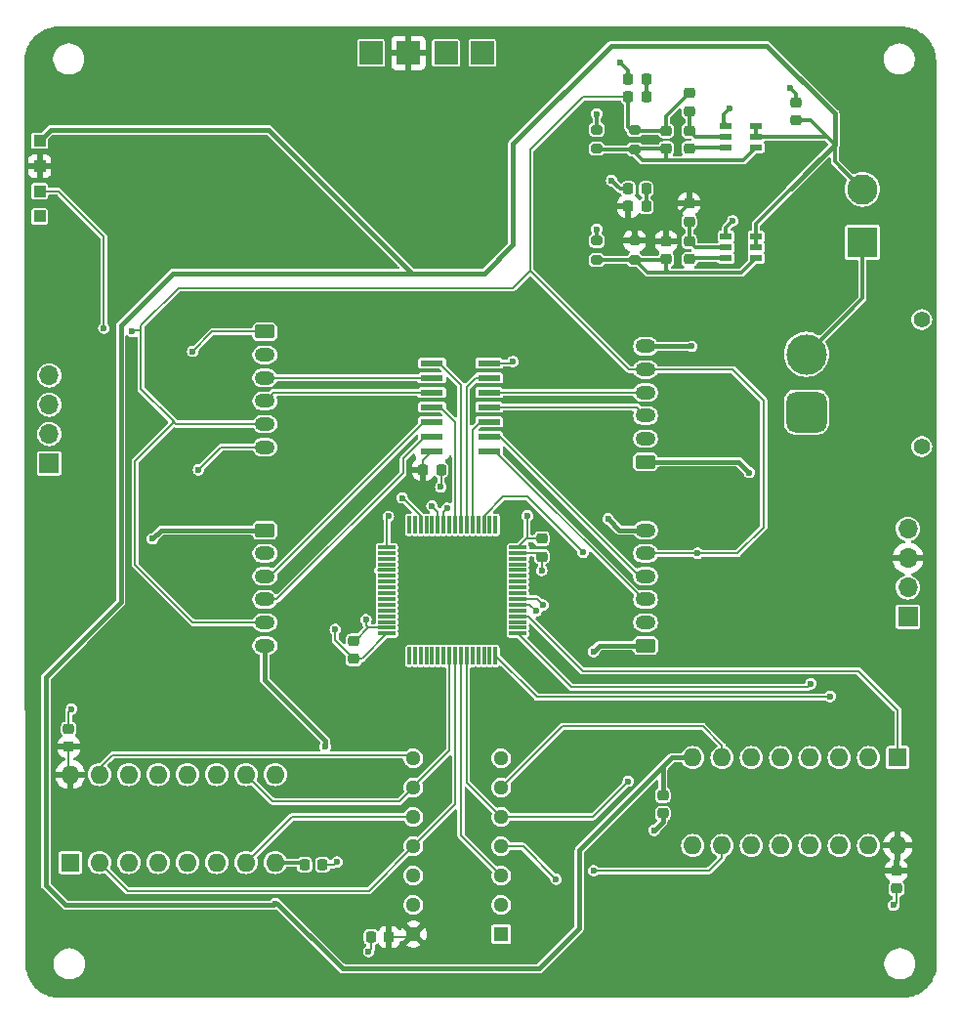
<source format=gbr>
%TF.GenerationSoftware,KiCad,Pcbnew,8.0.6*%
%TF.CreationDate,2025-01-05T12:11:02-05:00*%
%TF.ProjectId,omni-wheel,6f6d6e69-2d77-4686-9565-6c2e6b696361,rev?*%
%TF.SameCoordinates,Original*%
%TF.FileFunction,Copper,L1,Top*%
%TF.FilePolarity,Positive*%
%FSLAX46Y46*%
G04 Gerber Fmt 4.6, Leading zero omitted, Abs format (unit mm)*
G04 Created by KiCad (PCBNEW 8.0.6) date 2025-01-05 12:11:02*
%MOMM*%
%LPD*%
G01*
G04 APERTURE LIST*
G04 Aperture macros list*
%AMRoundRect*
0 Rectangle with rounded corners*
0 $1 Rounding radius*
0 $2 $3 $4 $5 $6 $7 $8 $9 X,Y pos of 4 corners*
0 Add a 4 corners polygon primitive as box body*
4,1,4,$2,$3,$4,$5,$6,$7,$8,$9,$2,$3,0*
0 Add four circle primitives for the rounded corners*
1,1,$1+$1,$2,$3*
1,1,$1+$1,$4,$5*
1,1,$1+$1,$6,$7*
1,1,$1+$1,$8,$9*
0 Add four rect primitives between the rounded corners*
20,1,$1+$1,$2,$3,$4,$5,0*
20,1,$1+$1,$4,$5,$6,$7,0*
20,1,$1+$1,$6,$7,$8,$9,0*
20,1,$1+$1,$8,$9,$2,$3,0*%
G04 Aperture macros list end*
%TA.AperFunction,SMDPad,CuDef*%
%ADD10R,1.050000X0.550000*%
%TD*%
%TA.AperFunction,SMDPad,CuDef*%
%ADD11RoundRect,0.225000X-0.250000X0.225000X-0.250000X-0.225000X0.250000X-0.225000X0.250000X0.225000X0*%
%TD*%
%TA.AperFunction,SMDPad,CuDef*%
%ADD12RoundRect,0.225000X-0.225000X-0.250000X0.225000X-0.250000X0.225000X0.250000X-0.225000X0.250000X0*%
%TD*%
%TA.AperFunction,ComponentPad*%
%ADD13R,1.000000X1.000000*%
%TD*%
%TA.AperFunction,SMDPad,CuDef*%
%ADD14RoundRect,0.075000X0.075000X-0.700000X0.075000X0.700000X-0.075000X0.700000X-0.075000X-0.700000X0*%
%TD*%
%TA.AperFunction,SMDPad,CuDef*%
%ADD15RoundRect,0.075000X0.700000X-0.075000X0.700000X0.075000X-0.700000X0.075000X-0.700000X-0.075000X0*%
%TD*%
%TA.AperFunction,SMDPad,CuDef*%
%ADD16RoundRect,0.200000X-0.275000X0.200000X-0.275000X-0.200000X0.275000X-0.200000X0.275000X0.200000X0*%
%TD*%
%TA.AperFunction,ComponentPad*%
%ADD17RoundRect,0.250000X-0.625000X0.350000X-0.625000X-0.350000X0.625000X-0.350000X0.625000X0.350000X0*%
%TD*%
%TA.AperFunction,ComponentPad*%
%ADD18O,1.750000X1.200000*%
%TD*%
%TA.AperFunction,ComponentPad*%
%ADD19R,1.700000X1.700000*%
%TD*%
%TA.AperFunction,ComponentPad*%
%ADD20O,1.700000X1.700000*%
%TD*%
%TA.AperFunction,SMDPad,CuDef*%
%ADD21RoundRect,0.225000X0.225000X0.250000X-0.225000X0.250000X-0.225000X-0.250000X0.225000X-0.250000X0*%
%TD*%
%TA.AperFunction,ComponentPad*%
%ADD22R,2.000000X2.000000*%
%TD*%
%TA.AperFunction,ComponentPad*%
%ADD23R,1.600000X1.600000*%
%TD*%
%TA.AperFunction,ComponentPad*%
%ADD24O,1.600000X1.600000*%
%TD*%
%TA.AperFunction,ComponentPad*%
%ADD25C,1.400000*%
%TD*%
%TA.AperFunction,ComponentPad*%
%ADD26RoundRect,0.770000X-0.980000X0.980000X-0.980000X-0.980000X0.980000X-0.980000X0.980000X0.980000X0*%
%TD*%
%TA.AperFunction,ComponentPad*%
%ADD27C,3.500000*%
%TD*%
%TA.AperFunction,SMDPad,CuDef*%
%ADD28RoundRect,0.225000X0.250000X-0.225000X0.250000X0.225000X-0.250000X0.225000X-0.250000X-0.225000X0*%
%TD*%
%TA.AperFunction,ComponentPad*%
%ADD29RoundRect,0.250000X0.625000X-0.350000X0.625000X0.350000X-0.625000X0.350000X-0.625000X-0.350000X0*%
%TD*%
%TA.AperFunction,ComponentPad*%
%ADD30R,2.625000X2.625000*%
%TD*%
%TA.AperFunction,ComponentPad*%
%ADD31C,2.625000*%
%TD*%
%TA.AperFunction,SMDPad,CuDef*%
%ADD32RoundRect,0.218750X-0.256250X0.218750X-0.256250X-0.218750X0.256250X-0.218750X0.256250X0.218750X0*%
%TD*%
%TA.AperFunction,SMDPad,CuDef*%
%ADD33RoundRect,0.200000X0.275000X-0.200000X0.275000X0.200000X-0.275000X0.200000X-0.275000X-0.200000X0*%
%TD*%
%TA.AperFunction,ComponentPad*%
%ADD34R,1.295400X1.295400*%
%TD*%
%TA.AperFunction,ComponentPad*%
%ADD35C,1.295400*%
%TD*%
%TA.AperFunction,SMDPad,CuDef*%
%ADD36R,1.981200X0.558800*%
%TD*%
%TA.AperFunction,ViaPad*%
%ADD37C,0.600000*%
%TD*%
%TA.AperFunction,Conductor*%
%ADD38C,0.300000*%
%TD*%
%TA.AperFunction,Conductor*%
%ADD39C,0.400000*%
%TD*%
%TA.AperFunction,Conductor*%
%ADD40C,0.200000*%
%TD*%
G04 APERTURE END LIST*
D10*
%TO.P,IC2,1,FB*%
%TO.N,Net-(IC2-FB)*%
X141087499Y-65842499D03*
%TO.P,IC2,2,EN*%
%TO.N,+12V*%
X141087499Y-64892499D03*
%TO.P,IC2,3,VIN*%
X141087499Y-63942499D03*
%TO.P,IC2,4,GND*%
%TO.N,GND*%
X138487499Y-63942499D03*
%TO.P,IC2,5,SW*%
%TO.N,Net-(IC2-SW)*%
X138487499Y-64892499D03*
%TO.P,IC2,6,BST*%
%TO.N,Net-(IC2-BST)*%
X138487499Y-65842499D03*
%TD*%
%TO.P,IC1,1,FB*%
%TO.N,Net-(IC1-FB)*%
X141087500Y-75425003D03*
%TO.P,IC1,2,EN*%
%TO.N,+12V*%
X141087500Y-74475003D03*
%TO.P,IC1,3,VIN*%
X141087500Y-73525003D03*
%TO.P,IC1,4,GND*%
%TO.N,GND*%
X138487500Y-73525003D03*
%TO.P,IC1,5,SW*%
%TO.N,Net-(IC1-SW)*%
X138487500Y-74475003D03*
%TO.P,IC1,6,BST*%
%TO.N,Net-(IC1-BST)*%
X138487500Y-75425003D03*
%TD*%
D11*
%TO.P,C14,1*%
%TO.N,+5V*%
X153250000Y-128500000D03*
%TO.P,C14,2*%
%TO.N,GND*%
X153250000Y-130050000D03*
%TD*%
D12*
%TO.P,C8,1*%
%TO.N,GND*%
X130012498Y-59937501D03*
%TO.P,C8,2*%
%TO.N,Net-(C7-Pad1)*%
X131562498Y-59937501D03*
%TD*%
D13*
%TO.P,J13,1,Pin_1*%
%TO.N,+3.3V*%
X78980000Y-69616666D03*
%TD*%
D14*
%TO.P,U3,1,VDD*%
%TO.N,unconnected-(U3-VDD-Pad1)*%
X111000001Y-109880000D03*
%TO.P,U3,2,PC13*%
%TO.N,unconnected-(U3-PC13-Pad2)*%
X111500000Y-109880000D03*
%TO.P,U3,3,PC14*%
%TO.N,unconnected-(U3-PC14-Pad3)*%
X112000000Y-109880000D03*
%TO.P,U3,4,PC15*%
%TO.N,unconnected-(U3-PC15-Pad4)*%
X112500000Y-109880000D03*
%TO.P,U3,5,PF0*%
%TO.N,unconnected-(U3-PF0-Pad5)*%
X113000000Y-109880000D03*
%TO.P,U3,6,PF1*%
%TO.N,unconnected-(U3-PF1-Pad6)*%
X113500001Y-109880000D03*
%TO.P,U3,7,NRST*%
%TO.N,unconnected-(U3-NRST-Pad7)*%
X114000000Y-109880000D03*
%TO.P,U3,8,PC0*%
%TO.N,/Motor4_3A*%
X114500000Y-109880000D03*
%TO.P,U3,9,PC1*%
%TO.N,/Motor3_1A*%
X115000000Y-109880000D03*
%TO.P,U3,10,PC2*%
%TO.N,/Motor2_3A*%
X115500000Y-109880000D03*
%TO.P,U3,11,PC3*%
%TO.N,/Motor1_1A*%
X115999999Y-109880000D03*
%TO.P,U3,12,VSSA*%
%TO.N,unconnected-(U3-VSSA-Pad12)*%
X116500000Y-109880000D03*
%TO.P,U3,13,VDDA*%
%TO.N,unconnected-(U3-VDDA-Pad13)*%
X117000000Y-109880000D03*
%TO.P,U3,14,PA0*%
%TO.N,unconnected-(U3-PA0-Pad14)*%
X117500000Y-109880000D03*
%TO.P,U3,15,PA1*%
%TO.N,unconnected-(U3-PA1-Pad15)*%
X118000000Y-109880000D03*
%TO.P,U3,16,PA2*%
%TO.N,/UART_RPI_RX*%
X118499999Y-109880000D03*
D15*
%TO.P,U3,17,PA3*%
%TO.N,/UART_RPI_TX*%
X120425000Y-107954999D03*
%TO.P,U3,18,PF4*%
%TO.N,unconnected-(U3-PF4-Pad18)*%
X120425000Y-107455000D03*
%TO.P,U3,19,PF5*%
%TO.N,unconnected-(U3-PF5-Pad19)*%
X120425000Y-106955000D03*
%TO.P,U3,20,PA4*%
%TO.N,/Motor1_EN*%
X120425000Y-106455000D03*
%TO.P,U3,21,PA5*%
%TO.N,unconnected-(U3-PA5-Pad21)*%
X120425000Y-105955000D03*
%TO.P,U3,22,PA6*%
%TO.N,/Motor4_EN*%
X120425000Y-105454999D03*
%TO.P,U3,23,PA7*%
%TO.N,/Motor3_EN*%
X120425000Y-104955000D03*
%TO.P,U3,24,PC4*%
%TO.N,unconnected-(U3-PC4-Pad24)*%
X120425000Y-104455000D03*
%TO.P,U3,25,PC5*%
%TO.N,unconnected-(U3-PC5-Pad25)*%
X120425000Y-103955000D03*
%TO.P,U3,26,PB0*%
%TO.N,unconnected-(U3-PB0-Pad26)*%
X120425000Y-103455000D03*
%TO.P,U3,27,PB1*%
%TO.N,unconnected-(U3-PB1-Pad27)*%
X120425000Y-102955001D03*
%TO.P,U3,28,PB2*%
%TO.N,unconnected-(U3-PB2-Pad28)*%
X120425000Y-102455000D03*
%TO.P,U3,29,PB10*%
%TO.N,unconnected-(U3-PB10-Pad29)*%
X120425000Y-101955000D03*
%TO.P,U3,30,PB11*%
%TO.N,unconnected-(U3-PB11-Pad30)*%
X120425000Y-101455000D03*
%TO.P,U3,31,VSS*%
%TO.N,GND*%
X120425000Y-100955000D03*
%TO.P,U3,32,VDD*%
%TO.N,+3.3V*%
X120425000Y-100455001D03*
D14*
%TO.P,U3,33,PB12*%
%TO.N,unconnected-(U3-PB12-Pad33)*%
X118499999Y-98530000D03*
%TO.P,U3,34,PB13*%
%TO.N,unconnected-(U3-PB13-Pad34)*%
X118000000Y-98530000D03*
%TO.P,U3,35,PB14*%
%TO.N,/Motor2_EN*%
X117500000Y-98530000D03*
%TO.P,U3,36,PB15*%
%TO.N,unconnected-(U3-PB15-Pad36)*%
X117000000Y-98530000D03*
%TO.P,U3,37,PC6*%
%TO.N,/Motor2_EncTicks*%
X116500000Y-98530000D03*
%TO.P,U3,38,PC7*%
%TO.N,/Motor1_EncTicks*%
X115999999Y-98530000D03*
%TO.P,U3,39,PC8*%
%TO.N,/Motor4_EncTicks*%
X115500000Y-98530000D03*
%TO.P,U3,40,PC9*%
%TO.N,/Motor3_EncTicks*%
X115000000Y-98530000D03*
%TO.P,U3,41,PA8*%
%TO.N,unconnected-(U3-PA8-Pad41)*%
X114500000Y-98530000D03*
%TO.P,U3,42,PA9*%
%TO.N,/UART_RC_RX*%
X114000000Y-98530000D03*
%TO.P,U3,43,PA10*%
%TO.N,/UART_RC_TX*%
X113500001Y-98530000D03*
%TO.P,U3,44,PA11*%
%TO.N,unconnected-(U3-PA11-Pad44)*%
X113000000Y-98530000D03*
%TO.P,U3,45,PA12*%
%TO.N,unconnected-(U3-PA12-Pad45)*%
X112500000Y-98530000D03*
%TO.P,U3,46,PA13*%
%TO.N,Net-(J5-Pin_3)*%
X112000000Y-98530000D03*
%TO.P,U3,47,PF6*%
%TO.N,unconnected-(U3-PF6-Pad47)*%
X111500000Y-98530000D03*
%TO.P,U3,48,PF7*%
%TO.N,unconnected-(U3-PF7-Pad48)*%
X111000001Y-98530000D03*
D15*
%TO.P,U3,49,PA14*%
%TO.N,Net-(J5-Pin_2)*%
X109075000Y-100455001D03*
%TO.P,U3,50,PA15*%
%TO.N,unconnected-(U3-PA15-Pad50)*%
X109075000Y-100955000D03*
%TO.P,U3,51,PC10*%
%TO.N,unconnected-(U3-PC10-Pad51)*%
X109075000Y-101455000D03*
%TO.P,U3,52,PC11*%
%TO.N,unconnected-(U3-PC11-Pad52)*%
X109075000Y-101955000D03*
%TO.P,U3,53,PC12*%
%TO.N,unconnected-(U3-PC12-Pad53)*%
X109075000Y-102455000D03*
%TO.P,U3,54,PD2*%
%TO.N,unconnected-(U3-PD2-Pad54)*%
X109075000Y-102955001D03*
%TO.P,U3,55,PB3*%
%TO.N,unconnected-(U3-PB3-Pad55)*%
X109075000Y-103455000D03*
%TO.P,U3,56,PB4*%
%TO.N,unconnected-(U3-PB4-Pad56)*%
X109075000Y-103955000D03*
%TO.P,U3,57,PB5*%
%TO.N,unconnected-(U3-PB5-Pad57)*%
X109075000Y-104455000D03*
%TO.P,U3,58,PB6*%
%TO.N,unconnected-(U3-PB6-Pad58)*%
X109075000Y-104955000D03*
%TO.P,U3,59,PB7*%
%TO.N,unconnected-(U3-PB7-Pad59)*%
X109075000Y-105454999D03*
%TO.P,U3,60,BOOT0*%
%TO.N,unconnected-(U3-BOOT0-Pad60)*%
X109075000Y-105955000D03*
%TO.P,U3,61,PB8*%
%TO.N,unconnected-(U3-PB8-Pad61)*%
X109075000Y-106455000D03*
%TO.P,U3,62,PB9*%
%TO.N,unconnected-(U3-PB9-Pad62)*%
X109075000Y-106955000D03*
%TO.P,U3,63,VSS*%
%TO.N,GND*%
X109075000Y-107455000D03*
%TO.P,U3,64,VDD*%
%TO.N,Net-(J5-Pin_1)*%
X109075000Y-107954999D03*
%TD*%
D16*
%TO.P,R3,1*%
%TO.N,+3.3V*%
X130562499Y-64337501D03*
%TO.P,R3,2*%
%TO.N,Net-(IC2-FB)*%
X130562499Y-65987501D03*
%TD*%
D17*
%TO.P,J4,1,Pin_1*%
%TO.N,/Motor3_M1*%
X98500000Y-99000000D03*
D18*
%TO.P,J4,2,Pin_2*%
%TO.N,GND*%
X98500000Y-101000001D03*
%TO.P,J4,3,Pin_3*%
%TO.N,/Motor3_ENCA*%
X98500000Y-103000000D03*
%TO.P,J4,4,Pin_4*%
%TO.N,/Motor3_ENCB*%
X98500000Y-105000000D03*
%TO.P,J4,5,Pin_5*%
%TO.N,+3.3V*%
X98500000Y-107000000D03*
%TO.P,J4,6,Pin_6*%
%TO.N,/Motor3_M2*%
X98500000Y-109000000D03*
%TD*%
D19*
%TO.P,J5,1,Pin_1*%
%TO.N,Net-(J5-Pin_1)*%
X79800000Y-93200000D03*
D20*
%TO.P,J5,2,Pin_2*%
%TO.N,Net-(J5-Pin_2)*%
X79800000Y-90660000D03*
%TO.P,J5,3,Pin_3*%
%TO.N,Net-(J5-Pin_3)*%
X79800000Y-88120001D03*
%TO.P,J5,4,Pin_4*%
%TO.N,GND*%
X79800000Y-85580000D03*
%TD*%
D19*
%TO.P,J15,1,Pin_1*%
%TO.N,/UART_RPI_RX*%
X154250000Y-106500000D03*
D20*
%TO.P,J15,2,Pin_2*%
%TO.N,/UART_RPI_TX*%
X154250000Y-103960000D03*
%TO.P,J15,3,Pin_3*%
%TO.N,+5V*%
X154250000Y-101420001D03*
%TO.P,J15,4,Pin_4*%
%TO.N,GND*%
X154250000Y-98880000D03*
%TD*%
D11*
%TO.P,C4,1*%
%TO.N,+5V*%
X133287499Y-73970003D03*
%TO.P,C4,2*%
%TO.N,Net-(IC1-FB)*%
X133287499Y-75520003D03*
%TD*%
D21*
%TO.P,C16,1*%
%TO.N,+5V*%
X109275000Y-134250000D03*
%TO.P,C16,2*%
%TO.N,GND*%
X107725000Y-134250000D03*
%TD*%
D22*
%TO.P,J11,1,Pin_1*%
%TO.N,GND*%
X107700000Y-57650000D03*
%TD*%
%TO.P,J10,1,Pin_1*%
%TO.N,+5V*%
X110950000Y-57650000D03*
%TD*%
D13*
%TO.P,J14,1,Pin_1*%
%TO.N,GND*%
X78980000Y-71800000D03*
%TD*%
D23*
%TO.P,U2,1,1\u002C2EN*%
%TO.N,/Motor3_EN*%
X81625001Y-127800000D03*
D24*
%TO.P,U2,2,1A*%
%TO.N,/Motor3_1A*%
X84165001Y-127800000D03*
%TO.P,U2,3,1Y*%
%TO.N,/Motor3_M1*%
X86705000Y-127800000D03*
%TO.P,U2,4,GND*%
%TO.N,GND*%
X89245001Y-127800000D03*
%TO.P,U2,5,GND*%
X91785001Y-127800000D03*
%TO.P,U2,6,2Y*%
%TO.N,/Motor3_M2*%
X94325001Y-127800000D03*
%TO.P,U2,7,2A*%
%TO.N,/Motor3_2A*%
X96865001Y-127800000D03*
%TO.P,U2,8,VCC2*%
%TO.N,+12V*%
X99405002Y-127800000D03*
%TO.P,U2,9,3\u002C4EN*%
%TO.N,/Motor4_EN*%
X99405001Y-120180000D03*
%TO.P,U2,10,3A*%
%TO.N,/Motor4_3A*%
X96865001Y-120180000D03*
%TO.P,U2,11,3Y*%
%TO.N,/Motor4_M1*%
X94325001Y-120180000D03*
%TO.P,U2,12,GND*%
%TO.N,GND*%
X91785001Y-120180000D03*
%TO.P,U2,13,GND*%
X89245001Y-120180000D03*
%TO.P,U2,14,4Y*%
%TO.N,/Motor4_M2*%
X86705001Y-120180000D03*
%TO.P,U2,15,4A*%
%TO.N,/Motor4_4A*%
X84165001Y-120180000D03*
%TO.P,U2,16,VCC1*%
%TO.N,+5V*%
X81625001Y-120180000D03*
%TD*%
D12*
%TO.P,C10,1*%
%TO.N,+12V*%
X101950000Y-128000000D03*
%TO.P,C10,2*%
%TO.N,GND*%
X103500000Y-128000000D03*
%TD*%
D25*
%TO.P,J7,*%
%TO.N,*%
X155450000Y-80750000D03*
X155450000Y-91750000D03*
D26*
%TO.P,J7,1,Pin_1*%
%TO.N,GND*%
X145450000Y-88750000D03*
D27*
%TO.P,J7,2,Pin_2*%
%TO.N,Net-(J7-Pin_2)*%
X145450000Y-83750000D03*
%TD*%
D28*
%TO.P,C11,1*%
%TO.N,+12V*%
X144562500Y-63462499D03*
%TO.P,C11,2*%
%TO.N,GND*%
X144562500Y-61912499D03*
%TD*%
%TO.P,C1,1*%
%TO.N,GND*%
X122500000Y-101275000D03*
%TO.P,C1,2*%
%TO.N,+3.3V*%
X122500000Y-99725000D03*
%TD*%
D13*
%TO.P,J12,1,Pin_1*%
%TO.N,+5V*%
X78980000Y-67433333D03*
%TD*%
D29*
%TO.P,J6,1,Pin_1*%
%TO.N,/Motor1_M1*%
X131500000Y-93070000D03*
D18*
%TO.P,J6,2,Pin_2*%
%TO.N,GND*%
X131500000Y-91069999D03*
%TO.P,J6,3,Pin_3*%
%TO.N,/Motor1_ENCA*%
X131500000Y-89070000D03*
%TO.P,J6,4,Pin_4*%
%TO.N,/Motor1_ENCB*%
X131500000Y-87070000D03*
%TO.P,J6,5,Pin_5*%
%TO.N,+3.3V*%
X131500000Y-85070000D03*
%TO.P,J6,6,Pin_6*%
%TO.N,/Motor1_M2*%
X131500000Y-83070000D03*
%TD*%
D30*
%TO.P,SW1,1,A*%
%TO.N,Net-(J7-Pin_2)*%
X150310000Y-74050000D03*
D31*
%TO.P,SW1,2,B*%
%TO.N,+12V*%
X150310001Y-69450000D03*
%TD*%
D22*
%TO.P,J9,1,Pin_1*%
%TO.N,/UART_RC_TX*%
X114200000Y-57650000D03*
%TD*%
D11*
%TO.P,C9,1*%
%TO.N,+3.3V*%
X133287499Y-64387501D03*
%TO.P,C9,2*%
%TO.N,Net-(IC2-FB)*%
X133287499Y-65937501D03*
%TD*%
D32*
%TO.P,L1,1,1*%
%TO.N,+5V*%
X135287500Y-70687499D03*
%TO.P,L1,2,2*%
%TO.N,Net-(IC1-SW)*%
X135287500Y-72262501D03*
%TD*%
D11*
%TO.P,C3,1*%
%TO.N,Net-(IC1-SW)*%
X135287501Y-73970000D03*
%TO.P,C3,2*%
%TO.N,Net-(IC1-BST)*%
X135287501Y-75520000D03*
%TD*%
D12*
%TO.P,C6,1*%
%TO.N,GND*%
X130012499Y-69437500D03*
%TO.P,C6,2*%
%TO.N,Net-(C5-Pad1)*%
X131562499Y-69437500D03*
%TD*%
D13*
%TO.P,J1,1,Pin_1*%
%TO.N,+12V*%
X78980000Y-65250000D03*
%TD*%
D21*
%TO.P,C5,1*%
%TO.N,Net-(C5-Pad1)*%
X131562500Y-70937502D03*
%TO.P,C5,2*%
%TO.N,+5V*%
X130012500Y-70937502D03*
%TD*%
D22*
%TO.P,J8,1,Pin_1*%
%TO.N,/UART_RC_RX*%
X117350000Y-57650000D03*
%TD*%
D33*
%TO.P,R2,1*%
%TO.N,Net-(IC1-FB)*%
X127287499Y-75570004D03*
%TO.P,R2,2*%
%TO.N,GND*%
X127287499Y-73920004D03*
%TD*%
D11*
%TO.P,C2,1*%
%TO.N,GND*%
X106200000Y-108600000D03*
%TO.P,C2,2*%
%TO.N,Net-(J5-Pin_1)*%
X106200000Y-110150000D03*
%TD*%
D21*
%TO.P,C7,1*%
%TO.N,Net-(C7-Pad1)*%
X131562501Y-61437500D03*
%TO.P,C7,2*%
%TO.N,+3.3V*%
X130012501Y-61437500D03*
%TD*%
D16*
%TO.P,R1,1*%
%TO.N,+5V*%
X130562499Y-73920003D03*
%TO.P,R1,2*%
%TO.N,Net-(IC1-FB)*%
X130562499Y-75570003D03*
%TD*%
D29*
%TO.P,J2,1,Pin_1*%
%TO.N,/Motor2_M1*%
X131500000Y-108999999D03*
D18*
%TO.P,J2,2,Pin_2*%
%TO.N,GND*%
X131500000Y-106999998D03*
%TO.P,J2,3,Pin_3*%
%TO.N,/Motor2_ENCA*%
X131500000Y-104999999D03*
%TO.P,J2,4,Pin_4*%
%TO.N,/Motor2_ENCB*%
X131500000Y-102999999D03*
%TO.P,J2,5,Pin_5*%
%TO.N,+3.3V*%
X131500000Y-100999999D03*
%TO.P,J2,6,Pin_6*%
%TO.N,/Motor2_M2*%
X131500000Y-98999999D03*
%TD*%
D32*
%TO.P,L2,1,1*%
%TO.N,+3.3V*%
X135287498Y-61105001D03*
%TO.P,L2,2,2*%
%TO.N,Net-(IC2-SW)*%
X135287498Y-62680003D03*
%TD*%
D28*
%TO.P,C13,1*%
%TO.N,+5V*%
X81500000Y-117775000D03*
%TO.P,C13,2*%
%TO.N,GND*%
X81500000Y-116225000D03*
%TD*%
D33*
%TO.P,R4,1*%
%TO.N,Net-(IC2-FB)*%
X127287498Y-65937502D03*
%TO.P,R4,2*%
%TO.N,GND*%
X127287498Y-64287502D03*
%TD*%
D34*
%TO.P,U4,1,1A*%
%TO.N,unconnected-(U4-1A-Pad1)*%
X119000000Y-134000000D03*
D35*
%TO.P,U4,2,\u002A1Y*%
%TO.N,unconnected-(U4-\u002A1Y-Pad2)*%
X119000000Y-131460000D03*
%TO.P,U4,3,2A*%
%TO.N,/Motor2_3A*%
X119000000Y-128920000D03*
%TO.P,U4,4,\u002A2Y*%
%TO.N,/Motor2_4A*%
X119000000Y-126380000D03*
%TO.P,U4,5,3A*%
%TO.N,/Motor1_1A*%
X119000000Y-123840000D03*
%TO.P,U4,6,\u002A3Y*%
%TO.N,/Motor1_2A*%
X119000000Y-121300000D03*
%TO.P,U4,7,GND*%
%TO.N,GND*%
X119000000Y-118760000D03*
%TO.P,U4,8,\u002A4Y*%
%TO.N,/Motor4_4A*%
X111380000Y-118760000D03*
%TO.P,U4,9,4A*%
%TO.N,/Motor4_3A*%
X111380000Y-121300000D03*
%TO.P,U4,10,\u002A5Y*%
%TO.N,/Motor3_2A*%
X111380000Y-123839999D03*
%TO.P,U4,11,5A*%
%TO.N,/Motor3_1A*%
X111380000Y-126380000D03*
%TO.P,U4,12,\u002A6Y*%
%TO.N,unconnected-(U4-\u002A6Y-Pad12)*%
X111380000Y-128920000D03*
%TO.P,U4,13,6A*%
%TO.N,unconnected-(U4-6A-Pad13)*%
X111380000Y-131460000D03*
%TO.P,U4,14,VCC*%
%TO.N,+5V*%
X111380000Y-134000000D03*
%TD*%
D23*
%TO.P,U1,1,1\u002C2EN*%
%TO.N,/Motor1_EN*%
X153375000Y-118700000D03*
D24*
%TO.P,U1,2,1A*%
%TO.N,/Motor1_1A*%
X150835000Y-118700000D03*
%TO.P,U1,3,1Y*%
%TO.N,/Motor1_M1*%
X148295001Y-118700000D03*
%TO.P,U1,4,GND*%
%TO.N,GND*%
X145755000Y-118700000D03*
%TO.P,U1,5,GND*%
X143215000Y-118700000D03*
%TO.P,U1,6,2Y*%
%TO.N,/Motor1_M2*%
X140675000Y-118700000D03*
%TO.P,U1,7,2A*%
%TO.N,/Motor1_2A*%
X138135000Y-118700000D03*
%TO.P,U1,8,VCC2*%
%TO.N,+12V*%
X135594999Y-118700000D03*
%TO.P,U1,9,3\u002C4EN*%
%TO.N,/Motor2_EN*%
X135595000Y-126320000D03*
%TO.P,U1,10,3A*%
%TO.N,/Motor2_3A*%
X138135000Y-126320000D03*
%TO.P,U1,11,3Y*%
%TO.N,/Motor2_M1*%
X140675000Y-126320000D03*
%TO.P,U1,12,GND*%
%TO.N,GND*%
X143215000Y-126320000D03*
%TO.P,U1,13,GND*%
X145755000Y-126320000D03*
%TO.P,U1,14,4Y*%
%TO.N,/Motor2_M2*%
X148295000Y-126320000D03*
%TO.P,U1,15,4A*%
%TO.N,/Motor2_4A*%
X150835000Y-126320000D03*
%TO.P,U1,16,VCC1*%
%TO.N,+5V*%
X153375000Y-126320000D03*
%TD*%
D11*
%TO.P,C15,1*%
%TO.N,+12V*%
X133000000Y-121975000D03*
%TO.P,C15,2*%
%TO.N,GND*%
X133000000Y-123525000D03*
%TD*%
D17*
%TO.P,J3,1,Pin_1*%
%TO.N,/Motor4_M1*%
X98500000Y-81800000D03*
D18*
%TO.P,J3,2,Pin_2*%
%TO.N,GND*%
X98500000Y-83800001D03*
%TO.P,J3,3,Pin_3*%
%TO.N,/Motor4_ENCA*%
X98500000Y-85800000D03*
%TO.P,J3,4,Pin_4*%
%TO.N,/Motor4_ENCB*%
X98500000Y-87800000D03*
%TO.P,J3,5,Pin_5*%
%TO.N,+3.3V*%
X98500000Y-89800000D03*
%TO.P,J3,6,Pin_6*%
%TO.N,/Motor4_M2*%
X98500000Y-91800000D03*
%TD*%
D11*
%TO.P,C12,1*%
%TO.N,Net-(IC2-SW)*%
X135287499Y-64387500D03*
%TO.P,C12,2*%
%TO.N,Net-(IC2-BST)*%
X135287499Y-65937500D03*
%TD*%
D12*
%TO.P,C17,1*%
%TO.N,+5V*%
X112225000Y-93750000D03*
%TO.P,C17,2*%
%TO.N,GND*%
X113775000Y-93750000D03*
%TD*%
D36*
%TO.P,U6,1,1A*%
%TO.N,/Motor2_ENCA*%
X117927600Y-92150000D03*
%TO.P,U6,2,1B*%
%TO.N,/Motor2_ENCB*%
X117927600Y-90880000D03*
%TO.P,U6,3,1Y*%
%TO.N,/Motor2_EncTicks*%
X117927600Y-89610000D03*
%TO.P,U6,4,2A*%
%TO.N,/Motor1_ENCA*%
X117927600Y-88340000D03*
%TO.P,U6,5,2B*%
%TO.N,/Motor1_ENCB*%
X117927600Y-87070000D03*
%TO.P,U6,6,2Y*%
%TO.N,/Motor1_EncTicks*%
X117927600Y-85800000D03*
%TO.P,U6,7,GND*%
%TO.N,GND*%
X117927600Y-84530000D03*
%TO.P,U6,8,3Y*%
%TO.N,/Motor4_EncTicks*%
X113000000Y-84530000D03*
%TO.P,U6,9,3A*%
%TO.N,/Motor4_ENCA*%
X113000000Y-85800000D03*
%TO.P,U6,10,3B*%
%TO.N,/Motor4_ENCB*%
X113000000Y-87070000D03*
%TO.P,U6,11,4Y*%
%TO.N,/Motor3_EncTicks*%
X113000000Y-88340000D03*
%TO.P,U6,12,4A*%
%TO.N,/Motor3_ENCA*%
X113000000Y-89610000D03*
%TO.P,U6,13,4B*%
%TO.N,/Motor3_ENCB*%
X113000000Y-90880000D03*
%TO.P,U6,14,VCC*%
%TO.N,+5V*%
X113000000Y-92150000D03*
%TD*%
D37*
%TO.N,/Motor2_4A*%
X123750000Y-129250000D03*
%TO.N,/Motor1_1A*%
X130000000Y-120750000D03*
%TO.N,GND*%
X138787500Y-62437501D03*
X122500000Y-102500000D03*
X127287499Y-62937503D03*
X113750000Y-95250000D03*
X104750000Y-127750000D03*
X120000000Y-84380000D03*
X81750000Y-114500000D03*
X128562499Y-68687502D03*
X107500000Y-135500000D03*
X153000000Y-131500000D03*
X129287499Y-58437502D03*
X139062500Y-72187501D03*
X144062500Y-60687502D03*
X127287497Y-72912501D03*
X107250000Y-106750000D03*
X132250000Y-125000000D03*
%TO.N,/Motor2_3A*%
X127000000Y-128500000D03*
%TO.N,/Motor2_M2*%
X128250000Y-98000000D03*
%TO.N,/Motor1_M1*%
X140500000Y-94000000D03*
%TO.N,+12V*%
X99405002Y-131344998D03*
%TO.N,/Motor2_EN*%
X126100000Y-100900000D03*
%TO.N,/Motor1_M2*%
X135500000Y-83070000D03*
%TO.N,/Motor2_M1*%
X127000000Y-109500000D03*
%TO.N,/Motor3_M1*%
X88750000Y-99750000D03*
%TO.N,/Motor3_EN*%
X122614579Y-105487851D03*
%TO.N,/Motor4_EN*%
X122000000Y-106000000D03*
%TO.N,/Motor4_M2*%
X92750000Y-93750000D03*
%TO.N,/Motor4_M1*%
X92250000Y-83500000D03*
%TO.N,/Motor3_M2*%
X103750000Y-117750000D03*
%TO.N,/UART_RC_RX*%
X114300000Y-97100000D03*
%TO.N,Net-(J5-Pin_2)*%
X109200000Y-97800000D03*
%TO.N,+3.3V*%
X84550000Y-81500000D03*
X136000000Y-100999999D03*
X87000000Y-81800000D03*
X121250000Y-97750000D03*
%TO.N,/UART_RC_TX*%
X113000000Y-96900000D03*
%TO.N,Net-(J5-Pin_3)*%
X110400000Y-96200000D03*
%TO.N,Net-(J5-Pin_1)*%
X104600000Y-107600000D03*
%TO.N,/UART_RPI_RX*%
X147500000Y-113400000D03*
%TO.N,/UART_RPI_TX*%
X145850000Y-112300000D03*
%TD*%
D38*
%TO.N,Net-(J7-Pin_2)*%
X150310000Y-74050000D02*
X150310000Y-78890000D01*
X150310000Y-78890000D02*
X145450000Y-83750000D01*
D39*
%TO.N,+12V*%
X111300000Y-76750000D02*
X98850000Y-64300000D01*
X98850000Y-64300000D02*
X79930000Y-64300000D01*
D40*
%TO.N,+3.3V*%
X84550000Y-81500000D02*
X84550000Y-73550000D01*
X84550000Y-73550000D02*
X80616666Y-69616666D01*
X80616666Y-69616666D02*
X78980000Y-69616666D01*
D39*
%TO.N,+12V*%
X79930000Y-64300000D02*
X78980000Y-65250000D01*
D40*
%TO.N,/Motor2_4A*%
X120880000Y-126380000D02*
X119000000Y-126380000D01*
X123750000Y-129250000D02*
X120880000Y-126380000D01*
%TO.N,/Motor1_1A*%
X115999999Y-120839999D02*
X115999999Y-109880000D01*
X126910000Y-123840000D02*
X130000000Y-120750000D01*
X119000000Y-123840000D02*
X126910000Y-123840000D01*
X119000000Y-123840000D02*
X115999999Y-120839999D01*
D38*
%TO.N,GND*%
X127287500Y-73920003D02*
X127287497Y-72912501D01*
D39*
X138287499Y-63742502D02*
X138487500Y-63942500D01*
D38*
X130012499Y-59937502D02*
X130012500Y-59162502D01*
X144562499Y-61912500D02*
X144562499Y-61187501D01*
X127287497Y-64287501D02*
X127287499Y-62937503D01*
D40*
X109075000Y-107455000D02*
X107500000Y-107455000D01*
X107725000Y-134250000D02*
X107725000Y-135275000D01*
X113775000Y-95225000D02*
X113750000Y-95250000D01*
X106200000Y-108600000D02*
X106355000Y-108600000D01*
X106325000Y-108475000D02*
X106200000Y-108600000D01*
X107250000Y-107205000D02*
X107500000Y-107455000D01*
D38*
X138487500Y-73525001D02*
X138487500Y-72762501D01*
D40*
X104500000Y-128000000D02*
X104750000Y-127750000D01*
D38*
X129312498Y-69437501D02*
X128562499Y-68687502D01*
D40*
X81750000Y-114500000D02*
X81500000Y-114750000D01*
X113775000Y-93750000D02*
X113775000Y-95225000D01*
D38*
X130012499Y-69437500D02*
X129312498Y-69437501D01*
X144562499Y-61187501D02*
X144062500Y-60687502D01*
X138787500Y-62437501D02*
X138287498Y-62937503D01*
D40*
X107250000Y-106750000D02*
X107250000Y-107205000D01*
X120425000Y-100955000D02*
X122180000Y-100955000D01*
X122180000Y-100955000D02*
X122500000Y-101275000D01*
X117927600Y-84530000D02*
X119850000Y-84530000D01*
D38*
X138487500Y-72762501D02*
X139062500Y-72187501D01*
X138287498Y-62937503D02*
X138287499Y-63742502D01*
D40*
X153250000Y-131250000D02*
X153000000Y-131500000D01*
X119850000Y-84530000D02*
X120000000Y-84380000D01*
X81500000Y-114750000D02*
X81500000Y-116225000D01*
X106355000Y-108600000D02*
X107500000Y-107455000D01*
D39*
X133000000Y-123525000D02*
X133000000Y-124250000D01*
D40*
X122500000Y-101275000D02*
X122500000Y-102500000D01*
D39*
X133000000Y-124250000D02*
X132250000Y-125000000D01*
D40*
X107725000Y-135275000D02*
X107500000Y-135500000D01*
X153250000Y-130050000D02*
X153250000Y-131250000D01*
X103500000Y-128000000D02*
X104500000Y-128000000D01*
D38*
X130012500Y-59162502D02*
X129287499Y-58437502D01*
D40*
%TO.N,/Motor2_3A*%
X138135000Y-127365000D02*
X138135000Y-126320000D01*
X137000000Y-128500000D02*
X138135000Y-127365000D01*
X127000000Y-128500000D02*
X137000000Y-128500000D01*
X115500000Y-125420000D02*
X115500000Y-109880000D01*
X119000000Y-128920000D02*
X115500000Y-125420000D01*
D39*
%TO.N,/Motor2_M2*%
X128250000Y-98000000D02*
X129249999Y-98999999D01*
X129249999Y-98999999D02*
X131500000Y-98999999D01*
D40*
%TO.N,/Motor1_2A*%
X138135000Y-117635000D02*
X138135000Y-118700000D01*
X124300000Y-116000000D02*
X136500000Y-116000000D01*
X119000000Y-121300000D02*
X124300000Y-116000000D01*
X136500000Y-116000000D02*
X138135000Y-117635000D01*
D39*
%TO.N,/Motor1_M1*%
X139570000Y-93070000D02*
X131500000Y-93070000D01*
X140500000Y-94000000D02*
X139570000Y-93070000D01*
D40*
%TO.N,/Motor1_EN*%
X153375000Y-114575000D02*
X153375000Y-118700000D01*
X126075000Y-111200000D02*
X150000000Y-111200000D01*
X121330000Y-106455000D02*
X126075000Y-111200000D01*
X120425000Y-106455000D02*
X121330000Y-106455000D01*
X150000000Y-111200000D02*
X153375000Y-114575000D01*
D39*
%TO.N,+12V*%
X142000000Y-57000000D02*
X128500000Y-57000000D01*
X120000000Y-65500000D02*
X120000000Y-74250000D01*
X99405002Y-131344998D02*
X99594998Y-131344998D01*
X133000000Y-121975000D02*
X133000000Y-119700000D01*
D38*
X141087498Y-64892499D02*
X147217500Y-64892499D01*
X99405002Y-127800000D02*
X101750000Y-127800000D01*
D40*
X133000000Y-119700000D02*
X134000000Y-118700000D01*
D39*
X105250000Y-137000000D02*
X122250000Y-137000000D01*
X99250000Y-131500000D02*
X99405002Y-131344998D01*
D38*
X147912500Y-67052499D02*
X150310001Y-69450000D01*
D39*
X120000000Y-74250000D02*
X117500000Y-76750000D01*
X99594998Y-131344998D02*
X105250000Y-137000000D01*
D38*
X147912500Y-65587499D02*
X147912500Y-67052499D01*
X145787501Y-63462500D02*
X147912500Y-65587499D01*
D39*
X145337500Y-68162500D02*
X147912500Y-65587499D01*
D38*
X141087498Y-72412502D02*
X147912500Y-65587499D01*
D39*
X128500000Y-57000000D02*
X120000000Y-65500000D01*
X79500000Y-129750000D02*
X81250000Y-131500000D01*
X144087500Y-69412500D02*
X147912500Y-65587499D01*
X81250000Y-131500000D02*
X99250000Y-131500000D01*
D38*
X144562499Y-63462501D02*
X145787501Y-63462500D01*
D39*
X122250000Y-137000000D02*
X125750000Y-133500000D01*
X86000000Y-105250000D02*
X79500000Y-111750000D01*
X125750000Y-126750000D02*
X133800000Y-118700000D01*
D38*
X141087499Y-74475002D02*
X141087498Y-72412502D01*
D39*
X117500000Y-76750000D02*
X111300000Y-76750000D01*
X79500000Y-111750000D02*
X79500000Y-129750000D01*
D38*
X133800000Y-118700000D02*
X134000000Y-118700000D01*
X101750000Y-127800000D02*
X101950000Y-128000000D01*
D39*
X90500000Y-76750000D02*
X86000000Y-81250000D01*
X111300000Y-76750000D02*
X90500000Y-76750000D01*
X125750000Y-133500000D02*
X125750000Y-126750000D01*
X86000000Y-81250000D02*
X86000000Y-105250000D01*
D38*
X141087498Y-64892499D02*
X141087500Y-63942499D01*
D39*
X147912500Y-65587499D02*
X147912500Y-62912500D01*
D38*
X141062500Y-74475002D02*
X141062499Y-73525000D01*
D39*
X134000000Y-118700000D02*
X135594999Y-118700000D01*
X147912500Y-62912500D02*
X142000000Y-57000000D01*
D40*
%TO.N,/Motor2_EN*%
X117500000Y-97722590D02*
X119122590Y-96100000D01*
X119122590Y-96100000D02*
X121300000Y-96100000D01*
X121300000Y-96100000D02*
X126100000Y-100900000D01*
X117500000Y-98530000D02*
X117500000Y-97722590D01*
D39*
%TO.N,/Motor1_M2*%
X135500000Y-83070000D02*
X131500000Y-83070000D01*
%TO.N,/Motor2_M1*%
X127500001Y-108999999D02*
X131500000Y-108999999D01*
X127000000Y-109500000D02*
X127500001Y-108999999D01*
D40*
%TO.N,/Motor4_3A*%
X99185001Y-122500000D02*
X110180000Y-122500000D01*
X110180000Y-122500000D02*
X111380000Y-121300000D01*
X111380000Y-121210000D02*
X114500000Y-118090000D01*
X114500000Y-118090000D02*
X114500000Y-109880000D01*
X111380000Y-121300000D02*
X111380000Y-121210000D01*
X96865001Y-120180000D02*
X99185001Y-122500000D01*
%TO.N,/Motor3_1A*%
X107510000Y-130250000D02*
X111380000Y-126380000D01*
X84165001Y-127800000D02*
X86615001Y-130250000D01*
X86615001Y-130250000D02*
X107510000Y-130250000D01*
X115000000Y-122760000D02*
X115000000Y-109880000D01*
X111380000Y-126380000D02*
X115000000Y-122760000D01*
D39*
%TO.N,/Motor3_M1*%
X89500000Y-99000000D02*
X98500000Y-99000000D01*
X88750000Y-99750000D02*
X89500000Y-99000000D01*
D40*
%TO.N,/Motor3_2A*%
X96865001Y-127800000D02*
X100825002Y-123839999D01*
X100825002Y-123839999D02*
X111380000Y-123839999D01*
%TO.N,/Motor3_EN*%
X122614579Y-105487851D02*
X122081728Y-104955000D01*
X122081728Y-104955000D02*
X120425000Y-104955000D01*
%TO.N,/Motor4_EN*%
X121454999Y-105454999D02*
X122000000Y-106000000D01*
X120425000Y-105454999D02*
X121454999Y-105454999D01*
%TO.N,/Motor4_M2*%
X98500000Y-91800000D02*
X94700000Y-91800000D01*
X94700000Y-91800000D02*
X92750000Y-93750000D01*
%TO.N,/Motor4_4A*%
X111120000Y-118500000D02*
X111380000Y-118760000D01*
X85250000Y-118500000D02*
X111120000Y-118500000D01*
X84165001Y-119584999D02*
X85250000Y-118500000D01*
X84165001Y-120180000D02*
X84165001Y-119584999D01*
%TO.N,/Motor4_M1*%
X98500000Y-81800000D02*
X93950000Y-81800000D01*
X93950000Y-81800000D02*
X92250000Y-83500000D01*
D39*
%TO.N,/Motor3_M2*%
X103750000Y-117250000D02*
X98500000Y-112000000D01*
X103750000Y-117750000D02*
X103750000Y-117250000D01*
X98500000Y-112000000D02*
X98500000Y-109000000D01*
D40*
%TO.N,/Motor1_ENCB*%
X117927600Y-87070000D02*
X131500000Y-87070000D01*
%TO.N,/UART_RC_RX*%
X114000000Y-97400000D02*
X114300000Y-97100000D01*
X114000000Y-98530000D02*
X114000000Y-97400000D01*
%TO.N,Net-(J5-Pin_2)*%
X109075000Y-97925000D02*
X109200000Y-97800000D01*
X109075000Y-100455001D02*
X109075000Y-97925000D01*
%TO.N,/Motor2_ENCA*%
X131299999Y-104999999D02*
X131500000Y-104999999D01*
X118450000Y-92150000D02*
X131299999Y-104999999D01*
X117927600Y-92150000D02*
X118450000Y-92150000D01*
%TO.N,/Motor2_ENCB*%
X131500000Y-102999999D02*
X130999999Y-102999999D01*
X130999999Y-102999999D02*
X118880000Y-90880000D01*
X118880000Y-90880000D02*
X117927600Y-90880000D01*
%TO.N,/Motor3_ENCB*%
X110500000Y-94000000D02*
X110500000Y-92780000D01*
X110500000Y-92780000D02*
X112400000Y-90880000D01*
X98500000Y-105000000D02*
X99500000Y-105000000D01*
X99500000Y-105000000D02*
X110500000Y-94000000D01*
X112400000Y-90880000D02*
X113000000Y-90880000D01*
%TO.N,/Motor3_ENCA*%
X113000000Y-89610000D02*
X112288800Y-89610000D01*
X98898800Y-103000000D02*
X98500000Y-103000000D01*
X112288800Y-89610000D02*
X98898800Y-103000000D01*
%TO.N,/Motor4_ENCA*%
X98500000Y-85800000D02*
X113000000Y-85800000D01*
%TO.N,/Motor4_ENCB*%
X99230000Y-87070000D02*
X113000000Y-87070000D01*
X98500000Y-87800000D02*
X99230000Y-87070000D01*
%TO.N,+3.3V*%
X139500001Y-100999999D02*
X141750000Y-98750000D01*
X87750000Y-81250000D02*
X91000000Y-78000000D01*
X121500000Y-66000000D02*
X121500000Y-76500000D01*
X87250000Y-102000000D02*
X92250000Y-107000000D01*
X121155001Y-99725000D02*
X120425000Y-100455001D01*
X90500000Y-89500000D02*
X90500000Y-89750000D01*
X122500000Y-99725000D02*
X121155001Y-99725000D01*
X90500000Y-89750000D02*
X87250000Y-93000000D01*
X92250000Y-107000000D02*
X98500000Y-107000000D01*
X87250000Y-93000000D02*
X87250000Y-102000000D01*
X87750000Y-86750000D02*
X87750000Y-81700000D01*
X120000000Y-78000000D02*
X121500000Y-76500000D01*
X130337499Y-64387503D02*
X130287499Y-64337503D01*
X121500000Y-76500000D02*
X130070000Y-85070000D01*
X90500000Y-89500000D02*
X87750000Y-86750000D01*
X130012501Y-61437500D02*
X126062500Y-61437500D01*
X126062500Y-61437500D02*
X121500000Y-66000000D01*
X141750000Y-98750000D02*
X141750000Y-87750000D01*
X87750000Y-81700000D02*
X87100000Y-81700000D01*
D38*
X130337499Y-64387503D02*
X130012497Y-64062501D01*
X130012497Y-64062501D02*
X130012499Y-61437502D01*
D40*
X136000000Y-100999999D02*
X139500001Y-100999999D01*
D38*
X133287498Y-63105001D02*
X135287498Y-61105000D01*
D40*
X130070000Y-85070000D02*
X131500000Y-85070000D01*
X87100000Y-81700000D02*
X87000000Y-81800000D01*
X98500000Y-89800000D02*
X90800000Y-89800000D01*
X141750000Y-87750000D02*
X139070000Y-85070000D01*
X120425000Y-100455001D02*
X121250000Y-99630001D01*
X90800000Y-89800000D02*
X90500000Y-89500000D01*
D38*
X133287499Y-64387503D02*
X130337499Y-64387503D01*
D40*
X139070000Y-85070000D02*
X131500000Y-85070000D01*
X91000000Y-78000000D02*
X120000000Y-78000000D01*
X136000000Y-100999999D02*
X131500000Y-100999999D01*
D38*
X133287499Y-64387503D02*
X133287498Y-63105001D01*
D40*
X87750000Y-81700000D02*
X87750000Y-81250000D01*
X121250000Y-99630001D02*
X121250000Y-97750000D01*
%TO.N,/Motor1_ENCA*%
X130770000Y-88340000D02*
X117927600Y-88340000D01*
X131500000Y-89070000D02*
X130770000Y-88340000D01*
%TO.N,/UART_RC_TX*%
X113500001Y-98530000D02*
X113500001Y-97400001D01*
X113500001Y-97400001D02*
X113000000Y-96900000D01*
%TO.N,Net-(J5-Pin_3)*%
X110477410Y-96200000D02*
X110400000Y-96200000D01*
X112000000Y-97722590D02*
X110477410Y-96200000D01*
X112000000Y-98530000D02*
X112000000Y-97722590D01*
%TO.N,Net-(J5-Pin_1)*%
X107000000Y-110025000D02*
X106875000Y-110150000D01*
X106875000Y-110150000D02*
X106200000Y-110150000D01*
X107004999Y-110025000D02*
X109075000Y-107954999D01*
X107000000Y-110025000D02*
X107004999Y-110025000D01*
X106200000Y-110150000D02*
X104600000Y-108550000D01*
X104600000Y-108550000D02*
X104600000Y-107600000D01*
%TO.N,/Motor2_EncTicks*%
X116500000Y-98530000D02*
X116500000Y-90326400D01*
X116500000Y-90326400D02*
X117216400Y-89610000D01*
X117216400Y-89610000D02*
X117927600Y-89610000D01*
%TO.N,/Motor1_EncTicks*%
X115999999Y-86592601D02*
X116792600Y-85800000D01*
X115999999Y-98530000D02*
X115999999Y-86592601D01*
X116792600Y-85800000D02*
X117927600Y-85800000D01*
%TO.N,/Motor4_EncTicks*%
X115500000Y-98530000D02*
X115500000Y-86430000D01*
X113600000Y-84530000D02*
X113000000Y-84530000D01*
X115500000Y-86430000D02*
X113600000Y-84530000D01*
X113247400Y-84570000D02*
X112536200Y-84570000D01*
D38*
%TO.N,+5V*%
X130012500Y-71437501D02*
X130012497Y-70937501D01*
D40*
X153250000Y-126445000D02*
X153375000Y-126320000D01*
D38*
X135287499Y-70687500D02*
X133287499Y-72687501D01*
X130012500Y-72637500D02*
X130012500Y-71437501D01*
D40*
X112225000Y-93750000D02*
X112225000Y-92925000D01*
X112225000Y-92925000D02*
X113000000Y-92150000D01*
D38*
X130562499Y-73920003D02*
X130562499Y-73187499D01*
X133287499Y-72687501D02*
X133287500Y-73970000D01*
D40*
X81500000Y-117775000D02*
X81500000Y-120054999D01*
X130612498Y-73970000D02*
X130562499Y-73920003D01*
X81500000Y-120054999D02*
X81625001Y-120180000D01*
X153250000Y-128500000D02*
X153250000Y-126445000D01*
D38*
X130562499Y-73187499D02*
X130012500Y-72637500D01*
D40*
X109275000Y-134250000D02*
X111130000Y-134250000D01*
D38*
X130012497Y-70937501D02*
X129562500Y-70937501D01*
D40*
X133237500Y-73920001D02*
X133287500Y-73970000D01*
X111130000Y-134250000D02*
X111380000Y-134000000D01*
D38*
X130562499Y-73920003D02*
X133237500Y-73920001D01*
D40*
%TO.N,/Motor3_EncTicks*%
X115000000Y-89628800D02*
X113711200Y-88340000D01*
X115000000Y-98530000D02*
X115000000Y-89628800D01*
X113711200Y-88340000D02*
X113000000Y-88340000D01*
X113247400Y-88380000D02*
X112536200Y-88380000D01*
%TO.N,Net-(IC1-BST)*%
X135382500Y-75425002D02*
X135287500Y-75520000D01*
D38*
X138487500Y-75425002D02*
X135382500Y-75425002D01*
%TO.N,Net-(IC1-SW)*%
X135287501Y-73970000D02*
X135287498Y-72262503D01*
X135792498Y-74475003D02*
X135287501Y-73970000D01*
X138487500Y-74475002D02*
X135792498Y-74475003D01*
%TO.N,Net-(IC1-FB)*%
X131679999Y-76687502D02*
X130562499Y-75570002D01*
X130562499Y-75570002D02*
X133237500Y-75570000D01*
X133287501Y-75520000D02*
X133287499Y-76412502D01*
D40*
X133237500Y-75570000D02*
X133287501Y-75520000D01*
D38*
X130562499Y-75570002D02*
X127287497Y-75570002D01*
X139824998Y-76687501D02*
X133562498Y-76687502D01*
X133287499Y-76412502D02*
X133562498Y-76687502D01*
X133562498Y-76687502D02*
X131679999Y-76687502D01*
X141087499Y-75425000D02*
X139824998Y-76687501D01*
%TO.N,Net-(C5-Pad1)*%
X131562500Y-70937501D02*
X131562498Y-69437500D01*
%TO.N,Net-(C7-Pad1)*%
X131562497Y-59937501D02*
X131562498Y-61437499D01*
%TO.N,Net-(IC2-FB)*%
X139992499Y-66937501D02*
X141087499Y-65842501D01*
X130287500Y-65987501D02*
X127337500Y-65987501D01*
X133287500Y-65937499D02*
X130337500Y-65937499D01*
D40*
X127337500Y-65987501D02*
X127287498Y-65937499D01*
D38*
X133287500Y-65937499D02*
X133287499Y-66937501D01*
D40*
X130337500Y-65937499D02*
X130287500Y-65987501D01*
D38*
X133287499Y-66937501D02*
X139992499Y-66937501D01*
X131237501Y-66937501D02*
X133287499Y-66937501D01*
X130287500Y-65987501D02*
X131237501Y-66937501D01*
D40*
%TO.N,Net-(IC2-BST)*%
X135287501Y-65937500D02*
X135287498Y-65667502D01*
D38*
X138487500Y-65842501D02*
X135382500Y-65842501D01*
D40*
X135382500Y-65842501D02*
X135287501Y-65937500D01*
D38*
%TO.N,Net-(IC2-SW)*%
X138487500Y-64892500D02*
X135792500Y-64892499D01*
X135792500Y-64892499D02*
X135287500Y-64387499D01*
X135287500Y-64387499D02*
X135287500Y-62680003D01*
D40*
%TO.N,unconnected-(U3-PC12-Pad53)*%
X109075000Y-102455000D02*
X108267591Y-102455000D01*
%TO.N,/UART_RPI_RX*%
X122069999Y-113450000D02*
X118499999Y-109880000D01*
X147500000Y-113400000D02*
X147450000Y-113450000D01*
X147450000Y-113450000D02*
X122069999Y-113450000D01*
%TO.N,/UART_RPI_TX*%
X145550000Y-112600000D02*
X145850000Y-112300000D01*
X125070001Y-112600000D02*
X120425000Y-107954999D01*
X145550000Y-112600000D02*
X125070001Y-112600000D01*
D38*
%TO.N,Net-(J7-Pin_2)*%
X149550000Y-74810000D02*
X150310000Y-74050000D01*
%TD*%
%TA.AperFunction,Conductor*%
%TO.N,+5V*%
G36*
X153625662Y-55350474D02*
G01*
X153626048Y-55350500D01*
X153634108Y-55350500D01*
X153696761Y-55350500D01*
X153703251Y-55350670D01*
X154007046Y-55366592D01*
X154019953Y-55367949D01*
X154151089Y-55388718D01*
X154317209Y-55415028D01*
X154329896Y-55417724D01*
X154620625Y-55495625D01*
X154632965Y-55499635D01*
X154913938Y-55607490D01*
X154925790Y-55612767D01*
X155193968Y-55749411D01*
X155205199Y-55755896D01*
X155418928Y-55894693D01*
X155457608Y-55919812D01*
X155468109Y-55927441D01*
X155702010Y-56116850D01*
X155711655Y-56125535D01*
X155924464Y-56338344D01*
X155933149Y-56347989D01*
X156122558Y-56581890D01*
X156130187Y-56592391D01*
X156294101Y-56844796D01*
X156300591Y-56856036D01*
X156437231Y-57124206D01*
X156442510Y-57136064D01*
X156550363Y-57417033D01*
X156554374Y-57429376D01*
X156632273Y-57720097D01*
X156634971Y-57732794D01*
X156682050Y-58030046D01*
X156683407Y-58042953D01*
X156699330Y-58346756D01*
X156699500Y-58353246D01*
X156699500Y-58423334D01*
X156699570Y-58424411D01*
X156774623Y-136521811D01*
X156774453Y-136528421D01*
X156758531Y-136832169D01*
X156757174Y-136845076D01*
X156710093Y-137142328D01*
X156707395Y-137155024D01*
X156629496Y-137445740D01*
X156625485Y-137458084D01*
X156517628Y-137739059D01*
X156512349Y-137750916D01*
X156375710Y-138019082D01*
X156369220Y-138030322D01*
X156205306Y-138282727D01*
X156197677Y-138293228D01*
X156008267Y-138527129D01*
X155999582Y-138536774D01*
X155786774Y-138749582D01*
X155777129Y-138758267D01*
X155543228Y-138947677D01*
X155532727Y-138955306D01*
X155280322Y-139119220D01*
X155269082Y-139125710D01*
X155000916Y-139262349D01*
X154989059Y-139267628D01*
X154708084Y-139375485D01*
X154695740Y-139379496D01*
X154405024Y-139457395D01*
X154392328Y-139460093D01*
X154095076Y-139507174D01*
X154082169Y-139508531D01*
X153778365Y-139524456D01*
X153771874Y-139524626D01*
X80728126Y-139524626D01*
X80721635Y-139524456D01*
X80417830Y-139508531D01*
X80404923Y-139507174D01*
X80107671Y-139460093D01*
X80094975Y-139457395D01*
X79804259Y-139379496D01*
X79791915Y-139375485D01*
X79510940Y-139267628D01*
X79499083Y-139262349D01*
X79230917Y-139125710D01*
X79219677Y-139119220D01*
X78967272Y-138955306D01*
X78956771Y-138947677D01*
X78722870Y-138758267D01*
X78713225Y-138749582D01*
X78500417Y-138536774D01*
X78491732Y-138527129D01*
X78302322Y-138293228D01*
X78294693Y-138282727D01*
X78130779Y-138030322D01*
X78124289Y-138019082D01*
X78076606Y-137925500D01*
X77987645Y-137750905D01*
X77982375Y-137739070D01*
X77874514Y-137458084D01*
X77870503Y-137445740D01*
X77792602Y-137155017D01*
X77789906Y-137142328D01*
X77782158Y-137093412D01*
X77742824Y-136845075D01*
X77741468Y-136832169D01*
X77725544Y-136528365D01*
X77725374Y-136521874D01*
X77725374Y-136468713D01*
X80199500Y-136468713D01*
X80199500Y-136681286D01*
X80232753Y-136891239D01*
X80298444Y-137093414D01*
X80394951Y-137282820D01*
X80519890Y-137454786D01*
X80670213Y-137605109D01*
X80842179Y-137730048D01*
X80842181Y-137730049D01*
X80842184Y-137730051D01*
X81031588Y-137826557D01*
X81233757Y-137892246D01*
X81443713Y-137925500D01*
X81443714Y-137925500D01*
X81656286Y-137925500D01*
X81656287Y-137925500D01*
X81866243Y-137892246D01*
X82068412Y-137826557D01*
X82257816Y-137730051D01*
X82279789Y-137714086D01*
X82429786Y-137605109D01*
X82429788Y-137605106D01*
X82429792Y-137605104D01*
X82580104Y-137454792D01*
X82580106Y-137454788D01*
X82580109Y-137454786D01*
X82705048Y-137282820D01*
X82705047Y-137282820D01*
X82705051Y-137282816D01*
X82801557Y-137093412D01*
X82867246Y-136891243D01*
X82900500Y-136681287D01*
X82900500Y-136468713D01*
X82867246Y-136258757D01*
X82801557Y-136056588D01*
X82705051Y-135867184D01*
X82705049Y-135867181D01*
X82705048Y-135867179D01*
X82580109Y-135695213D01*
X82429786Y-135544890D01*
X82257820Y-135419951D01*
X82068414Y-135323444D01*
X82068413Y-135323443D01*
X82068412Y-135323443D01*
X81866243Y-135257754D01*
X81866241Y-135257753D01*
X81866240Y-135257753D01*
X81704957Y-135232208D01*
X81656287Y-135224500D01*
X81443713Y-135224500D01*
X81395042Y-135232208D01*
X81233760Y-135257753D01*
X81031585Y-135323444D01*
X80842179Y-135419951D01*
X80670213Y-135544890D01*
X80519890Y-135695213D01*
X80394951Y-135867179D01*
X80298444Y-136056585D01*
X80232753Y-136258760D01*
X80199500Y-136468713D01*
X77725374Y-136468713D01*
X77725374Y-136451421D01*
X77725325Y-136450707D01*
X77697116Y-92330247D01*
X78749500Y-92330247D01*
X78749500Y-94069752D01*
X78761131Y-94128229D01*
X78761132Y-94128230D01*
X78805447Y-94194552D01*
X78871769Y-94238867D01*
X78871770Y-94238868D01*
X78930247Y-94250499D01*
X78930250Y-94250500D01*
X78930252Y-94250500D01*
X80669750Y-94250500D01*
X80669751Y-94250499D01*
X80684568Y-94247552D01*
X80728229Y-94238868D01*
X80728229Y-94238867D01*
X80728231Y-94238867D01*
X80794552Y-94194552D01*
X80838867Y-94128231D01*
X80838867Y-94128229D01*
X80838868Y-94128229D01*
X80850499Y-94069752D01*
X80850500Y-94069750D01*
X80850500Y-92330249D01*
X80850499Y-92330247D01*
X80838868Y-92271770D01*
X80838867Y-92271769D01*
X80794552Y-92205447D01*
X80728230Y-92161132D01*
X80728229Y-92161131D01*
X80669752Y-92149500D01*
X80669748Y-92149500D01*
X78930252Y-92149500D01*
X78930247Y-92149500D01*
X78871770Y-92161131D01*
X78871769Y-92161132D01*
X78805447Y-92205447D01*
X78761132Y-92271769D01*
X78761131Y-92271770D01*
X78749500Y-92330247D01*
X77697116Y-92330247D01*
X77696048Y-90660000D01*
X78744417Y-90660000D01*
X78764699Y-90865932D01*
X78794734Y-90964944D01*
X78824768Y-91063954D01*
X78922315Y-91246450D01*
X78922317Y-91246452D01*
X79053589Y-91406410D01*
X79140036Y-91477354D01*
X79213550Y-91537685D01*
X79396046Y-91635232D01*
X79594066Y-91695300D01*
X79594065Y-91695300D01*
X79606422Y-91696517D01*
X79800000Y-91715583D01*
X80005934Y-91695300D01*
X80203954Y-91635232D01*
X80386450Y-91537685D01*
X80546410Y-91406410D01*
X80677685Y-91246450D01*
X80775232Y-91063954D01*
X80835300Y-90865934D01*
X80855583Y-90660000D01*
X80835300Y-90454066D01*
X80775232Y-90256046D01*
X80677685Y-90073550D01*
X80590760Y-89967631D01*
X80546410Y-89913589D01*
X80391298Y-89786294D01*
X80386450Y-89782315D01*
X80203954Y-89684768D01*
X80005934Y-89624700D01*
X80005932Y-89624699D01*
X80005934Y-89624699D01*
X79800000Y-89604417D01*
X79594067Y-89624699D01*
X79461447Y-89664929D01*
X79409767Y-89680606D01*
X79396043Y-89684769D01*
X79285898Y-89743643D01*
X79213550Y-89782315D01*
X79213548Y-89782316D01*
X79213547Y-89782317D01*
X79053589Y-89913589D01*
X78922317Y-90073547D01*
X78922315Y-90073550D01*
X78907910Y-90100500D01*
X78824769Y-90256043D01*
X78764699Y-90454067D01*
X78744417Y-90660000D01*
X77696048Y-90660000D01*
X77694424Y-88120001D01*
X78744417Y-88120001D01*
X78764699Y-88325933D01*
X78775216Y-88360602D01*
X78824768Y-88523955D01*
X78922315Y-88706451D01*
X78922317Y-88706453D01*
X79053589Y-88866411D01*
X79116962Y-88918419D01*
X79213550Y-88997686D01*
X79396046Y-89095233D01*
X79594066Y-89155301D01*
X79594065Y-89155301D01*
X79612529Y-89157119D01*
X79800000Y-89175584D01*
X80005934Y-89155301D01*
X80203954Y-89095233D01*
X80386450Y-88997686D01*
X80546410Y-88866411D01*
X80677685Y-88706451D01*
X80775232Y-88523955D01*
X80835300Y-88325935D01*
X80855583Y-88120001D01*
X80835300Y-87914067D01*
X80775232Y-87716047D01*
X80677685Y-87533551D01*
X80608443Y-87449179D01*
X80546410Y-87373590D01*
X80386452Y-87242318D01*
X80386453Y-87242318D01*
X80386450Y-87242316D01*
X80216554Y-87151503D01*
X80203956Y-87144770D01*
X80203955Y-87144769D01*
X80203954Y-87144769D01*
X80005934Y-87084701D01*
X80005932Y-87084700D01*
X80005934Y-87084700D01*
X79800000Y-87064418D01*
X79594067Y-87084700D01*
X79396043Y-87144770D01*
X79333477Y-87178213D01*
X79213550Y-87242316D01*
X79213548Y-87242317D01*
X79213547Y-87242318D01*
X79053589Y-87373590D01*
X78942020Y-87509540D01*
X78922315Y-87533551D01*
X78904702Y-87566503D01*
X78824769Y-87716044D01*
X78764699Y-87914068D01*
X78744417Y-88120001D01*
X77694424Y-88120001D01*
X77692800Y-85580000D01*
X78744417Y-85580000D01*
X78764699Y-85785932D01*
X78792883Y-85878842D01*
X78824768Y-85983954D01*
X78922315Y-86166450D01*
X78956969Y-86208677D01*
X79053589Y-86326410D01*
X79150209Y-86405702D01*
X79213550Y-86457685D01*
X79396046Y-86555232D01*
X79594066Y-86615300D01*
X79594065Y-86615300D01*
X79612529Y-86617118D01*
X79800000Y-86635583D01*
X80005934Y-86615300D01*
X80203954Y-86555232D01*
X80386450Y-86457685D01*
X80546410Y-86326410D01*
X80677685Y-86166450D01*
X80775232Y-85983954D01*
X80835300Y-85785934D01*
X80855583Y-85580000D01*
X80835300Y-85374066D01*
X80775232Y-85176046D01*
X80677685Y-84993550D01*
X80590760Y-84887631D01*
X80546410Y-84833589D01*
X80386452Y-84702317D01*
X80386453Y-84702317D01*
X80386450Y-84702315D01*
X80203954Y-84604768D01*
X80005934Y-84544700D01*
X80005932Y-84544699D01*
X80005934Y-84544699D01*
X79800000Y-84524417D01*
X79594067Y-84544699D01*
X79396043Y-84604769D01*
X79305117Y-84653371D01*
X79213550Y-84702315D01*
X79213548Y-84702316D01*
X79213547Y-84702317D01*
X79053589Y-84833589D01*
X78922317Y-84993547D01*
X78922315Y-84993550D01*
X78902691Y-85030264D01*
X78824769Y-85176043D01*
X78764699Y-85374067D01*
X78744417Y-85580000D01*
X77692800Y-85580000D01*
X77683657Y-71280247D01*
X78279500Y-71280247D01*
X78279500Y-72319752D01*
X78291131Y-72378229D01*
X78291132Y-72378230D01*
X78335447Y-72444552D01*
X78401769Y-72488867D01*
X78401770Y-72488868D01*
X78460247Y-72500499D01*
X78460250Y-72500500D01*
X78460252Y-72500500D01*
X79499750Y-72500500D01*
X79499751Y-72500499D01*
X79514568Y-72497552D01*
X79558229Y-72488868D01*
X79558229Y-72488867D01*
X79558231Y-72488867D01*
X79624552Y-72444552D01*
X79668867Y-72378231D01*
X79668867Y-72378229D01*
X79668868Y-72378229D01*
X79680499Y-72319752D01*
X79680500Y-72319750D01*
X79680500Y-71280249D01*
X79680499Y-71280247D01*
X79668868Y-71221770D01*
X79668867Y-71221769D01*
X79624552Y-71155447D01*
X79558230Y-71111132D01*
X79558229Y-71111131D01*
X79499752Y-71099500D01*
X79499748Y-71099500D01*
X78460252Y-71099500D01*
X78460247Y-71099500D01*
X78401770Y-71111131D01*
X78401769Y-71111132D01*
X78335447Y-71155447D01*
X78291132Y-71221769D01*
X78291131Y-71221770D01*
X78279500Y-71280247D01*
X77683657Y-71280247D01*
X77682261Y-69096913D01*
X78279500Y-69096913D01*
X78279500Y-70136418D01*
X78291131Y-70194895D01*
X78291132Y-70194896D01*
X78335447Y-70261218D01*
X78401769Y-70305533D01*
X78401770Y-70305534D01*
X78460247Y-70317165D01*
X78460250Y-70317166D01*
X78460252Y-70317166D01*
X79499750Y-70317166D01*
X79499751Y-70317165D01*
X79514568Y-70314218D01*
X79558229Y-70305534D01*
X79558229Y-70305533D01*
X79558231Y-70305533D01*
X79624552Y-70261218D01*
X79668867Y-70194897D01*
X79668867Y-70194895D01*
X79668868Y-70194895D01*
X79680499Y-70136418D01*
X79680500Y-70136416D01*
X79680500Y-70041166D01*
X79700185Y-69974127D01*
X79752989Y-69928372D01*
X79804500Y-69917166D01*
X80440833Y-69917166D01*
X80507872Y-69936851D01*
X80528514Y-69953485D01*
X84213181Y-73638152D01*
X84246666Y-73699475D01*
X84249500Y-73725833D01*
X84249500Y-81036260D01*
X84229815Y-81103299D01*
X84219213Y-81117462D01*
X84124625Y-81226622D01*
X84124622Y-81226628D01*
X84064834Y-81357543D01*
X84044353Y-81500000D01*
X84064834Y-81642456D01*
X84124622Y-81773371D01*
X84124623Y-81773373D01*
X84218872Y-81882143D01*
X84339947Y-81959953D01*
X84339950Y-81959954D01*
X84339949Y-81959954D01*
X84478036Y-82000499D01*
X84478038Y-82000500D01*
X84478039Y-82000500D01*
X84621962Y-82000500D01*
X84621962Y-82000499D01*
X84760053Y-81959953D01*
X84881128Y-81882143D01*
X84975377Y-81773373D01*
X85035165Y-81642457D01*
X85055647Y-81500000D01*
X85035165Y-81357543D01*
X84975377Y-81226627D01*
X84975375Y-81226625D01*
X84975374Y-81226622D01*
X84880787Y-81117462D01*
X84851762Y-81053906D01*
X84850500Y-81036260D01*
X84850500Y-73510439D01*
X84842789Y-73481661D01*
X84830021Y-73434011D01*
X84828055Y-73430606D01*
X84790464Y-73365495D01*
X84790458Y-73365487D01*
X80801178Y-69376207D01*
X80801170Y-69376201D01*
X80732661Y-69336648D01*
X80732656Y-69336645D01*
X80690211Y-69325272D01*
X80656228Y-69316166D01*
X80656226Y-69316166D01*
X79804500Y-69316166D01*
X79737461Y-69296481D01*
X79691706Y-69243677D01*
X79680500Y-69192166D01*
X79680500Y-69096915D01*
X79680499Y-69096913D01*
X79668868Y-69038436D01*
X79668867Y-69038435D01*
X79624552Y-68972113D01*
X79558230Y-68927798D01*
X79558229Y-68927797D01*
X79499752Y-68916166D01*
X79499748Y-68916166D01*
X78460252Y-68916166D01*
X78460247Y-68916166D01*
X78401770Y-68927797D01*
X78401769Y-68927798D01*
X78335447Y-68972113D01*
X78291132Y-69038435D01*
X78291131Y-69038436D01*
X78279500Y-69096913D01*
X77682261Y-69096913D01*
X77681548Y-67981177D01*
X77980000Y-67981177D01*
X77986401Y-68040705D01*
X77986403Y-68040712D01*
X78036645Y-68175419D01*
X78036649Y-68175426D01*
X78122809Y-68290520D01*
X78122812Y-68290523D01*
X78237906Y-68376683D01*
X78237913Y-68376687D01*
X78372620Y-68426929D01*
X78372627Y-68426931D01*
X78432155Y-68433332D01*
X78432172Y-68433333D01*
X78730000Y-68433333D01*
X79230000Y-68433333D01*
X79527828Y-68433333D01*
X79527844Y-68433332D01*
X79587372Y-68426931D01*
X79587379Y-68426929D01*
X79722086Y-68376687D01*
X79722093Y-68376683D01*
X79837187Y-68290523D01*
X79837190Y-68290520D01*
X79923350Y-68175426D01*
X79923354Y-68175419D01*
X79973596Y-68040712D01*
X79973598Y-68040705D01*
X79979999Y-67981177D01*
X79980000Y-67981160D01*
X79980000Y-67683333D01*
X79230000Y-67683333D01*
X79230000Y-68433333D01*
X78730000Y-68433333D01*
X78730000Y-67683333D01*
X77980000Y-67683333D01*
X77980000Y-67981177D01*
X77681548Y-67981177D01*
X77681166Y-67383605D01*
X78730000Y-67383605D01*
X78730000Y-67483061D01*
X78768060Y-67574947D01*
X78838386Y-67645273D01*
X78930272Y-67683333D01*
X79029728Y-67683333D01*
X79121614Y-67645273D01*
X79191940Y-67574947D01*
X79230000Y-67483061D01*
X79230000Y-67383605D01*
X79191940Y-67291719D01*
X79121614Y-67221393D01*
X79029728Y-67183333D01*
X79230000Y-67183333D01*
X79980000Y-67183333D01*
X79980000Y-66885505D01*
X79979999Y-66885488D01*
X79973598Y-66825960D01*
X79973596Y-66825953D01*
X79923354Y-66691246D01*
X79923350Y-66691239D01*
X79837190Y-66576145D01*
X79837187Y-66576142D01*
X79722093Y-66489982D01*
X79722086Y-66489978D01*
X79587379Y-66439736D01*
X79587372Y-66439734D01*
X79527844Y-66433333D01*
X79230000Y-66433333D01*
X79230000Y-67183333D01*
X79029728Y-67183333D01*
X78930272Y-67183333D01*
X78838386Y-67221393D01*
X78768060Y-67291719D01*
X78730000Y-67383605D01*
X77681166Y-67383605D01*
X77680847Y-66885488D01*
X77980000Y-66885488D01*
X77980000Y-67183333D01*
X78730000Y-67183333D01*
X78730000Y-66433333D01*
X78432155Y-66433333D01*
X78372627Y-66439734D01*
X78372620Y-66439736D01*
X78237913Y-66489978D01*
X78237906Y-66489982D01*
X78122812Y-66576142D01*
X78122809Y-66576145D01*
X78036649Y-66691239D01*
X78036645Y-66691246D01*
X77986403Y-66825953D01*
X77986401Y-66825960D01*
X77980000Y-66885488D01*
X77680847Y-66885488D01*
X77679469Y-64730247D01*
X78279500Y-64730247D01*
X78279500Y-65769752D01*
X78291131Y-65828229D01*
X78291132Y-65828230D01*
X78335447Y-65894552D01*
X78401769Y-65938867D01*
X78401770Y-65938868D01*
X78460247Y-65950499D01*
X78460250Y-65950500D01*
X78460252Y-65950500D01*
X79499750Y-65950500D01*
X79499751Y-65950499D01*
X79514568Y-65947552D01*
X79558229Y-65938868D01*
X79558229Y-65938867D01*
X79558231Y-65938867D01*
X79624552Y-65894552D01*
X79668867Y-65828231D01*
X79668867Y-65828229D01*
X79668868Y-65828229D01*
X79680499Y-65769752D01*
X79680500Y-65769750D01*
X79680500Y-65167255D01*
X79700185Y-65100216D01*
X79716819Y-65079574D01*
X80059574Y-64736819D01*
X80120897Y-64703334D01*
X80147255Y-64700500D01*
X98632745Y-64700500D01*
X98699784Y-64720185D01*
X98720426Y-64736819D01*
X110121426Y-76137819D01*
X110154911Y-76199142D01*
X110149927Y-76268834D01*
X110108055Y-76324767D01*
X110042591Y-76349184D01*
X110033745Y-76349500D01*
X90447273Y-76349500D01*
X90345410Y-76376793D01*
X90254087Y-76429520D01*
X90254084Y-76429522D01*
X85679522Y-81004084D01*
X85679520Y-81004087D01*
X85626793Y-81095412D01*
X85616451Y-81134009D01*
X85606285Y-81171951D01*
X85599500Y-81197274D01*
X85599500Y-105032745D01*
X85579815Y-105099784D01*
X85563181Y-105120426D01*
X79179522Y-111504084D01*
X79179518Y-111504090D01*
X79126792Y-111595412D01*
X79126793Y-111595413D01*
X79099500Y-111697273D01*
X79099500Y-129802726D01*
X79126793Y-129904589D01*
X79131754Y-129913181D01*
X79179520Y-129995913D01*
X79179521Y-129995914D01*
X79179522Y-129995915D01*
X80925179Y-131741571D01*
X80925189Y-131741582D01*
X80929519Y-131745912D01*
X80929520Y-131745913D01*
X81004087Y-131820480D01*
X81047420Y-131845498D01*
X81047421Y-131845499D01*
X81095407Y-131873204D01*
X81095410Y-131873206D01*
X81095412Y-131873206D01*
X81095413Y-131873207D01*
X81197273Y-131900501D01*
X81197275Y-131900501D01*
X81310323Y-131900501D01*
X81310339Y-131900500D01*
X99302725Y-131900500D01*
X99302727Y-131900500D01*
X99404588Y-131873207D01*
X99418691Y-131865064D01*
X99486588Y-131848589D01*
X99552616Y-131871438D01*
X99568375Y-131884768D01*
X104925179Y-137241571D01*
X104925189Y-137241582D01*
X104929519Y-137245912D01*
X104929520Y-137245913D01*
X105004087Y-137320480D01*
X105095413Y-137373207D01*
X105197274Y-137400501D01*
X105197277Y-137400501D01*
X105310323Y-137400501D01*
X105310339Y-137400500D01*
X122302725Y-137400500D01*
X122302727Y-137400500D01*
X122404588Y-137373207D01*
X122495913Y-137320480D01*
X123347680Y-136468713D01*
X152199500Y-136468713D01*
X152199500Y-136681286D01*
X152232753Y-136891239D01*
X152298444Y-137093414D01*
X152394951Y-137282820D01*
X152519890Y-137454786D01*
X152670213Y-137605109D01*
X152842179Y-137730048D01*
X152842181Y-137730049D01*
X152842184Y-137730051D01*
X153031588Y-137826557D01*
X153233757Y-137892246D01*
X153443713Y-137925500D01*
X153443714Y-137925500D01*
X153656286Y-137925500D01*
X153656287Y-137925500D01*
X153866243Y-137892246D01*
X154068412Y-137826557D01*
X154257816Y-137730051D01*
X154279789Y-137714086D01*
X154429786Y-137605109D01*
X154429788Y-137605106D01*
X154429792Y-137605104D01*
X154580104Y-137454792D01*
X154580106Y-137454788D01*
X154580109Y-137454786D01*
X154705048Y-137282820D01*
X154705047Y-137282820D01*
X154705051Y-137282816D01*
X154801557Y-137093412D01*
X154867246Y-136891243D01*
X154900500Y-136681287D01*
X154900500Y-136468713D01*
X154867246Y-136258757D01*
X154801557Y-136056588D01*
X154705051Y-135867184D01*
X154705049Y-135867181D01*
X154705048Y-135867179D01*
X154580109Y-135695213D01*
X154429786Y-135544890D01*
X154257820Y-135419951D01*
X154068414Y-135323444D01*
X154068413Y-135323443D01*
X154068412Y-135323443D01*
X153866243Y-135257754D01*
X153866241Y-135257753D01*
X153866240Y-135257753D01*
X153704957Y-135232208D01*
X153656287Y-135224500D01*
X153443713Y-135224500D01*
X153395042Y-135232208D01*
X153233760Y-135257753D01*
X153031585Y-135323444D01*
X152842179Y-135419951D01*
X152670213Y-135544890D01*
X152519890Y-135695213D01*
X152394951Y-135867179D01*
X152298444Y-136056585D01*
X152232753Y-136258760D01*
X152199500Y-136468713D01*
X123347680Y-136468713D01*
X126070480Y-133745913D01*
X126123206Y-133654588D01*
X126123207Y-133654587D01*
X126150500Y-133552727D01*
X126150500Y-128500000D01*
X126494353Y-128500000D01*
X126514834Y-128642456D01*
X126559591Y-128740458D01*
X126574623Y-128773373D01*
X126668872Y-128882143D01*
X126789947Y-128959953D01*
X126789950Y-128959954D01*
X126789949Y-128959954D01*
X126928036Y-129000499D01*
X126928038Y-129000500D01*
X126928039Y-129000500D01*
X127071962Y-129000500D01*
X127071962Y-129000499D01*
X127210053Y-128959953D01*
X127331128Y-128882143D01*
X127364788Y-128843296D01*
X127423567Y-128805523D01*
X127458501Y-128800500D01*
X137039560Y-128800500D01*
X137039562Y-128800500D01*
X137115989Y-128780021D01*
X137127592Y-128773322D01*
X152275001Y-128773322D01*
X152285144Y-128872607D01*
X152338452Y-129033481D01*
X152338457Y-129033492D01*
X152427424Y-129177728D01*
X152427427Y-129177732D01*
X152547266Y-129297571D01*
X152647840Y-129359606D01*
X152694564Y-129411554D01*
X152705787Y-129480517D01*
X152677943Y-129544599D01*
X152670426Y-129552825D01*
X152651473Y-129571778D01*
X152590279Y-129691878D01*
X152574500Y-129791506D01*
X152574500Y-130308493D01*
X152590279Y-130408121D01*
X152590280Y-130408124D01*
X152590281Y-130408126D01*
X152651472Y-130528220D01*
X152651473Y-130528221D01*
X152651476Y-130528225D01*
X152746774Y-130623523D01*
X152746778Y-130623526D01*
X152746780Y-130623528D01*
X152866874Y-130684719D01*
X152866876Y-130684719D01*
X152875570Y-130689149D01*
X152874581Y-130691088D01*
X152921486Y-130723154D01*
X152948690Y-130787510D01*
X152949500Y-130801656D01*
X152949500Y-130900372D01*
X152929815Y-130967411D01*
X152877011Y-131013166D01*
X152860435Y-131019349D01*
X152789949Y-131040045D01*
X152668873Y-131117856D01*
X152574623Y-131226626D01*
X152574622Y-131226628D01*
X152514834Y-131357543D01*
X152494353Y-131500000D01*
X152514834Y-131642456D01*
X152560099Y-131741571D01*
X152574623Y-131773373D01*
X152668872Y-131882143D01*
X152789947Y-131959953D01*
X152789950Y-131959954D01*
X152789949Y-131959954D01*
X152928036Y-132000499D01*
X152928038Y-132000500D01*
X152928039Y-132000500D01*
X153071962Y-132000500D01*
X153071962Y-132000499D01*
X153210053Y-131959953D01*
X153331128Y-131882143D01*
X153425377Y-131773373D01*
X153485165Y-131642457D01*
X153505647Y-131500000D01*
X153501188Y-131468988D01*
X153511129Y-131399831D01*
X153516532Y-131389351D01*
X153530021Y-131365989D01*
X153550500Y-131289562D01*
X153550500Y-130801656D01*
X153570185Y-130734617D01*
X153622989Y-130688862D01*
X153631481Y-130685556D01*
X153633122Y-130684719D01*
X153633126Y-130684719D01*
X153753220Y-130623528D01*
X153848528Y-130528220D01*
X153909719Y-130408126D01*
X153909720Y-130408121D01*
X153925500Y-130308493D01*
X153925500Y-129791506D01*
X153909720Y-129691878D01*
X153909719Y-129691876D01*
X153909719Y-129691874D01*
X153848528Y-129571780D01*
X153848526Y-129571778D01*
X153848523Y-129571774D01*
X153829575Y-129552826D01*
X153796090Y-129491503D01*
X153801074Y-129421811D01*
X153842946Y-129365878D01*
X153852160Y-129359606D01*
X153952731Y-129297573D01*
X154072572Y-129177732D01*
X154072575Y-129177728D01*
X154161542Y-129033492D01*
X154161547Y-129033481D01*
X154214855Y-128872606D01*
X154224999Y-128773322D01*
X154225000Y-128773309D01*
X154225000Y-128750000D01*
X152275001Y-128750000D01*
X152275001Y-128773322D01*
X137127592Y-128773322D01*
X137184511Y-128740460D01*
X137240460Y-128684511D01*
X138375460Y-127549511D01*
X138398537Y-127509540D01*
X138415021Y-127480989D01*
X138435500Y-127404562D01*
X138435500Y-127366328D01*
X138455185Y-127299289D01*
X138507989Y-127253534D01*
X138514131Y-127251212D01*
X138514103Y-127251144D01*
X138519723Y-127248815D01*
X138519727Y-127248814D01*
X138693538Y-127155910D01*
X138845883Y-127030883D01*
X138970910Y-126878538D01*
X139043623Y-126742501D01*
X139063811Y-126704733D01*
X139063811Y-126704732D01*
X139063814Y-126704727D01*
X139121024Y-126516132D01*
X139140341Y-126320000D01*
X139669659Y-126320000D01*
X139688975Y-126516129D01*
X139688976Y-126516132D01*
X139743018Y-126694285D01*
X139746188Y-126704733D01*
X139839086Y-126878532D01*
X139839090Y-126878539D01*
X139964116Y-127030883D01*
X140116460Y-127155909D01*
X140116467Y-127155913D01*
X140290266Y-127248811D01*
X140290269Y-127248811D01*
X140290273Y-127248814D01*
X140478868Y-127306024D01*
X140675000Y-127325341D01*
X140871132Y-127306024D01*
X141059727Y-127248814D01*
X141073473Y-127241467D01*
X141167650Y-127191128D01*
X141233538Y-127155910D01*
X141385883Y-127030883D01*
X141510910Y-126878538D01*
X141583623Y-126742501D01*
X141603811Y-126704733D01*
X141603811Y-126704732D01*
X141603814Y-126704727D01*
X141661024Y-126516132D01*
X141680341Y-126320000D01*
X142209659Y-126320000D01*
X142228975Y-126516129D01*
X142228976Y-126516132D01*
X142283018Y-126694285D01*
X142286188Y-126704733D01*
X142379086Y-126878532D01*
X142379090Y-126878539D01*
X142504116Y-127030883D01*
X142656460Y-127155909D01*
X142656467Y-127155913D01*
X142830266Y-127248811D01*
X142830269Y-127248811D01*
X142830273Y-127248814D01*
X143018868Y-127306024D01*
X143215000Y-127325341D01*
X143411132Y-127306024D01*
X143599727Y-127248814D01*
X143613473Y-127241467D01*
X143707650Y-127191128D01*
X143773538Y-127155910D01*
X143925883Y-127030883D01*
X144050910Y-126878538D01*
X144123623Y-126742501D01*
X144143811Y-126704733D01*
X144143811Y-126704732D01*
X144143814Y-126704727D01*
X144201024Y-126516132D01*
X144220341Y-126320000D01*
X144749659Y-126320000D01*
X144768975Y-126516129D01*
X144768976Y-126516132D01*
X144823018Y-126694285D01*
X144826188Y-126704733D01*
X144919086Y-126878532D01*
X144919090Y-126878539D01*
X145044116Y-127030883D01*
X145196460Y-127155909D01*
X145196467Y-127155913D01*
X145370266Y-127248811D01*
X145370269Y-127248811D01*
X145370273Y-127248814D01*
X145558868Y-127306024D01*
X145755000Y-127325341D01*
X145951132Y-127306024D01*
X146139727Y-127248814D01*
X146153473Y-127241467D01*
X146247650Y-127191128D01*
X146313538Y-127155910D01*
X146465883Y-127030883D01*
X146590910Y-126878538D01*
X146663623Y-126742501D01*
X146683811Y-126704733D01*
X146683811Y-126704732D01*
X146683814Y-126704727D01*
X146741024Y-126516132D01*
X146760341Y-126320000D01*
X147289659Y-126320000D01*
X147308975Y-126516129D01*
X147308976Y-126516132D01*
X147363018Y-126694285D01*
X147366188Y-126704733D01*
X147459086Y-126878532D01*
X147459090Y-126878539D01*
X147584116Y-127030883D01*
X147736460Y-127155909D01*
X147736467Y-127155913D01*
X147910266Y-127248811D01*
X147910269Y-127248811D01*
X147910273Y-127248814D01*
X148098868Y-127306024D01*
X148295000Y-127325341D01*
X148491132Y-127306024D01*
X148679727Y-127248814D01*
X148693473Y-127241467D01*
X148787650Y-127191128D01*
X148853538Y-127155910D01*
X149005883Y-127030883D01*
X149130910Y-126878538D01*
X149203623Y-126742501D01*
X149223811Y-126704733D01*
X149223811Y-126704732D01*
X149223814Y-126704727D01*
X149281024Y-126516132D01*
X149300341Y-126320000D01*
X149829659Y-126320000D01*
X149848975Y-126516129D01*
X149848976Y-126516132D01*
X149903018Y-126694285D01*
X149906188Y-126704733D01*
X149999086Y-126878532D01*
X149999090Y-126878539D01*
X150124116Y-127030883D01*
X150276460Y-127155909D01*
X150276467Y-127155913D01*
X150450266Y-127248811D01*
X150450269Y-127248811D01*
X150450273Y-127248814D01*
X150638868Y-127306024D01*
X150835000Y-127325341D01*
X151031132Y-127306024D01*
X151219727Y-127248814D01*
X151233473Y-127241467D01*
X151327650Y-127191128D01*
X151393538Y-127155910D01*
X151545883Y-127030883D01*
X151670910Y-126878538D01*
X151743623Y-126742501D01*
X151763811Y-126704733D01*
X151763811Y-126704732D01*
X151763814Y-126704727D01*
X151821024Y-126516132D01*
X151840341Y-126320000D01*
X151821024Y-126123868D01*
X151804683Y-126069999D01*
X152096127Y-126069999D01*
X152096128Y-126070000D01*
X153059314Y-126070000D01*
X153054920Y-126074394D01*
X153002259Y-126165606D01*
X152975000Y-126267339D01*
X152975000Y-126372661D01*
X153002259Y-126474394D01*
X153054920Y-126565606D01*
X153059314Y-126570000D01*
X152096128Y-126570000D01*
X152148730Y-126766317D01*
X152148734Y-126766326D01*
X152244865Y-126972482D01*
X152375342Y-127158820D01*
X152536183Y-127319661D01*
X152677568Y-127418661D01*
X152721193Y-127473238D01*
X152728385Y-127542736D01*
X152696863Y-127605091D01*
X152671542Y-127625773D01*
X152547268Y-127702426D01*
X152427427Y-127822267D01*
X152427424Y-127822271D01*
X152338457Y-127966507D01*
X152338452Y-127966518D01*
X152285144Y-128127393D01*
X152275000Y-128226677D01*
X152275000Y-128250000D01*
X153000000Y-128250000D01*
X153000000Y-127631000D01*
X153019685Y-127563961D01*
X153072489Y-127518206D01*
X153124000Y-127507000D01*
X153125000Y-127507000D01*
X153125000Y-126635686D01*
X153129394Y-126640080D01*
X153220606Y-126692741D01*
X153322339Y-126720000D01*
X153427661Y-126720000D01*
X153529394Y-126692741D01*
X153620606Y-126640080D01*
X153625000Y-126635686D01*
X153625000Y-127539000D01*
X153605315Y-127606039D01*
X153552511Y-127651794D01*
X153501000Y-127663000D01*
X153500000Y-127663000D01*
X153500000Y-128250000D01*
X154224999Y-128250000D01*
X154224999Y-128226692D01*
X154224998Y-128226677D01*
X154214855Y-128127392D01*
X154161547Y-127966518D01*
X154161542Y-127966507D01*
X154072575Y-127822271D01*
X154072572Y-127822267D01*
X153952732Y-127702427D01*
X153952728Y-127702424D01*
X153947712Y-127699330D01*
X153900988Y-127647381D01*
X153889768Y-127578418D01*
X153917613Y-127514337D01*
X153960408Y-127481410D01*
X154027483Y-127450133D01*
X154213820Y-127319657D01*
X154374657Y-127158820D01*
X154505134Y-126972482D01*
X154601265Y-126766326D01*
X154601269Y-126766317D01*
X154653872Y-126570000D01*
X153690686Y-126570000D01*
X153695080Y-126565606D01*
X153747741Y-126474394D01*
X153775000Y-126372661D01*
X153775000Y-126267339D01*
X153747741Y-126165606D01*
X153695080Y-126074394D01*
X153690686Y-126070000D01*
X154653872Y-126070000D01*
X154653872Y-126069999D01*
X154601269Y-125873682D01*
X154601265Y-125873673D01*
X154505134Y-125667517D01*
X154374657Y-125481179D01*
X154213820Y-125320342D01*
X154027482Y-125189865D01*
X153821328Y-125093734D01*
X153625000Y-125041127D01*
X153625000Y-126004314D01*
X153620606Y-125999920D01*
X153529394Y-125947259D01*
X153427661Y-125920000D01*
X153322339Y-125920000D01*
X153220606Y-125947259D01*
X153129394Y-125999920D01*
X153125000Y-126004314D01*
X153125000Y-125041127D01*
X152928671Y-125093734D01*
X152722517Y-125189865D01*
X152536179Y-125320342D01*
X152375342Y-125481179D01*
X152244865Y-125667517D01*
X152148734Y-125873673D01*
X152148730Y-125873682D01*
X152096127Y-126069999D01*
X151804683Y-126069999D01*
X151763814Y-125935273D01*
X151763811Y-125935269D01*
X151763811Y-125935266D01*
X151670913Y-125761467D01*
X151670909Y-125761460D01*
X151545883Y-125609116D01*
X151393539Y-125484090D01*
X151393532Y-125484086D01*
X151219733Y-125391188D01*
X151219727Y-125391186D01*
X151031132Y-125333976D01*
X151031129Y-125333975D01*
X150835000Y-125314659D01*
X150638870Y-125333975D01*
X150450266Y-125391188D01*
X150276467Y-125484086D01*
X150276460Y-125484090D01*
X150124116Y-125609116D01*
X149999090Y-125761460D01*
X149999086Y-125761467D01*
X149906188Y-125935266D01*
X149848975Y-126123870D01*
X149829659Y-126320000D01*
X149300341Y-126320000D01*
X149281024Y-126123868D01*
X149223814Y-125935273D01*
X149223811Y-125935269D01*
X149223811Y-125935266D01*
X149130913Y-125761467D01*
X149130909Y-125761460D01*
X149005883Y-125609116D01*
X148853539Y-125484090D01*
X148853532Y-125484086D01*
X148679733Y-125391188D01*
X148679727Y-125391186D01*
X148491132Y-125333976D01*
X148491129Y-125333975D01*
X148295000Y-125314659D01*
X148098870Y-125333975D01*
X147910266Y-125391188D01*
X147736467Y-125484086D01*
X147736460Y-125484090D01*
X147584116Y-125609116D01*
X147459090Y-125761460D01*
X147459086Y-125761467D01*
X147366188Y-125935266D01*
X147308975Y-126123870D01*
X147289659Y-126320000D01*
X146760341Y-126320000D01*
X146741024Y-126123868D01*
X146683814Y-125935273D01*
X146683811Y-125935269D01*
X146683811Y-125935266D01*
X146590913Y-125761467D01*
X146590909Y-125761460D01*
X146465883Y-125609116D01*
X146313539Y-125484090D01*
X146313532Y-125484086D01*
X146139733Y-125391188D01*
X146139727Y-125391186D01*
X145951132Y-125333976D01*
X145951129Y-125333975D01*
X145755000Y-125314659D01*
X145558870Y-125333975D01*
X145370266Y-125391188D01*
X145196467Y-125484086D01*
X145196460Y-125484090D01*
X145044116Y-125609116D01*
X144919090Y-125761460D01*
X144919086Y-125761467D01*
X144826188Y-125935266D01*
X144768975Y-126123870D01*
X144749659Y-126320000D01*
X144220341Y-126320000D01*
X144201024Y-126123868D01*
X144143814Y-125935273D01*
X144143811Y-125935269D01*
X144143811Y-125935266D01*
X144050913Y-125761467D01*
X144050909Y-125761460D01*
X143925883Y-125609116D01*
X143773539Y-125484090D01*
X143773532Y-125484086D01*
X143599733Y-125391188D01*
X143599727Y-125391186D01*
X143411132Y-125333976D01*
X143411129Y-125333975D01*
X143215000Y-125314659D01*
X143018870Y-125333975D01*
X142830266Y-125391188D01*
X142656467Y-125484086D01*
X142656460Y-125484090D01*
X142504116Y-125609116D01*
X142379090Y-125761460D01*
X142379086Y-125761467D01*
X142286188Y-125935266D01*
X142228975Y-126123870D01*
X142209659Y-126320000D01*
X141680341Y-126320000D01*
X141661024Y-126123868D01*
X141603814Y-125935273D01*
X141603811Y-125935269D01*
X141603811Y-125935266D01*
X141510913Y-125761467D01*
X141510909Y-125761460D01*
X141385883Y-125609116D01*
X141233539Y-125484090D01*
X141233532Y-125484086D01*
X141059733Y-125391188D01*
X141059727Y-125391186D01*
X140871132Y-125333976D01*
X140871129Y-125333975D01*
X140675000Y-125314659D01*
X140478870Y-125333975D01*
X140290266Y-125391188D01*
X140116467Y-125484086D01*
X140116460Y-125484090D01*
X139964116Y-125609116D01*
X139839090Y-125761460D01*
X139839086Y-125761467D01*
X139746188Y-125935266D01*
X139688975Y-126123870D01*
X139669659Y-126320000D01*
X139140341Y-126320000D01*
X139121024Y-126123868D01*
X139063814Y-125935273D01*
X139063811Y-125935269D01*
X139063811Y-125935266D01*
X138970913Y-125761467D01*
X138970909Y-125761460D01*
X138845883Y-125609116D01*
X138693539Y-125484090D01*
X138693532Y-125484086D01*
X138519733Y-125391188D01*
X138519727Y-125391186D01*
X138331132Y-125333976D01*
X138331129Y-125333975D01*
X138135000Y-125314659D01*
X137938870Y-125333975D01*
X137750266Y-125391188D01*
X137576467Y-125484086D01*
X137576460Y-125484090D01*
X137424116Y-125609116D01*
X137299090Y-125761460D01*
X137299086Y-125761467D01*
X137206188Y-125935266D01*
X137148975Y-126123870D01*
X137129659Y-126320000D01*
X137148975Y-126516129D01*
X137148976Y-126516132D01*
X137203018Y-126694285D01*
X137206188Y-126704733D01*
X137299086Y-126878532D01*
X137299090Y-126878539D01*
X137424116Y-127030883D01*
X137576460Y-127155909D01*
X137576463Y-127155911D01*
X137610601Y-127174157D01*
X137652309Y-127196451D01*
X137702153Y-127245412D01*
X137717614Y-127313550D01*
X137693783Y-127379230D01*
X137681537Y-127393490D01*
X136911848Y-128163181D01*
X136850525Y-128196666D01*
X136824167Y-128199500D01*
X127458501Y-128199500D01*
X127391462Y-128179815D01*
X127364788Y-128156703D01*
X127356069Y-128146641D01*
X127331128Y-128117857D01*
X127210053Y-128040047D01*
X127210051Y-128040046D01*
X127210049Y-128040045D01*
X127210050Y-128040045D01*
X127071963Y-127999500D01*
X127071961Y-127999500D01*
X126928039Y-127999500D01*
X126928036Y-127999500D01*
X126789949Y-128040045D01*
X126668873Y-128117856D01*
X126574623Y-128226626D01*
X126574622Y-128226628D01*
X126514834Y-128357543D01*
X126494353Y-128500000D01*
X126150500Y-128500000D01*
X126150500Y-126967255D01*
X126170185Y-126900216D01*
X126186819Y-126879574D01*
X126746393Y-126320000D01*
X134589659Y-126320000D01*
X134608975Y-126516129D01*
X134608976Y-126516132D01*
X134663018Y-126694285D01*
X134666188Y-126704733D01*
X134759086Y-126878532D01*
X134759090Y-126878539D01*
X134884116Y-127030883D01*
X135036460Y-127155909D01*
X135036467Y-127155913D01*
X135210266Y-127248811D01*
X135210269Y-127248811D01*
X135210273Y-127248814D01*
X135398868Y-127306024D01*
X135595000Y-127325341D01*
X135791132Y-127306024D01*
X135979727Y-127248814D01*
X135993473Y-127241467D01*
X136087650Y-127191128D01*
X136153538Y-127155910D01*
X136305883Y-127030883D01*
X136430910Y-126878538D01*
X136503623Y-126742501D01*
X136523811Y-126704733D01*
X136523811Y-126704732D01*
X136523814Y-126704727D01*
X136581024Y-126516132D01*
X136600341Y-126320000D01*
X136581024Y-126123868D01*
X136523814Y-125935273D01*
X136523811Y-125935269D01*
X136523811Y-125935266D01*
X136430913Y-125761467D01*
X136430909Y-125761460D01*
X136305883Y-125609116D01*
X136153539Y-125484090D01*
X136153532Y-125484086D01*
X135979733Y-125391188D01*
X135979727Y-125391186D01*
X135791132Y-125333976D01*
X135791129Y-125333975D01*
X135595000Y-125314659D01*
X135398870Y-125333975D01*
X135210266Y-125391188D01*
X135036467Y-125484086D01*
X135036460Y-125484090D01*
X134884116Y-125609116D01*
X134759090Y-125761460D01*
X134759086Y-125761467D01*
X134666188Y-125935266D01*
X134608975Y-126123870D01*
X134589659Y-126320000D01*
X126746393Y-126320000D01*
X128066393Y-125000000D01*
X131744353Y-125000000D01*
X131764834Y-125142456D01*
X131811285Y-125244167D01*
X131824623Y-125273373D01*
X131918872Y-125382143D01*
X132039947Y-125459953D01*
X132039950Y-125459954D01*
X132039949Y-125459954D01*
X132178036Y-125500499D01*
X132178038Y-125500500D01*
X132178039Y-125500500D01*
X132321962Y-125500500D01*
X132321962Y-125500499D01*
X132460053Y-125459953D01*
X132581128Y-125382143D01*
X132675377Y-125273373D01*
X132735165Y-125142457D01*
X132739573Y-125111795D01*
X132768594Y-125048244D01*
X132774614Y-125041777D01*
X133320480Y-124495913D01*
X133373207Y-124404588D01*
X133400500Y-124302727D01*
X133400500Y-124226853D01*
X133420185Y-124159814D01*
X133468205Y-124116368D01*
X133503220Y-124098528D01*
X133598528Y-124003220D01*
X133659719Y-123883126D01*
X133659720Y-123883121D01*
X133675500Y-123783493D01*
X133675500Y-123266506D01*
X133659720Y-123166878D01*
X133659719Y-123166876D01*
X133659719Y-123166874D01*
X133598528Y-123046780D01*
X133598526Y-123046778D01*
X133598523Y-123046774D01*
X133503225Y-122951476D01*
X133503221Y-122951473D01*
X133503220Y-122951472D01*
X133383126Y-122890281D01*
X133383124Y-122890280D01*
X133383121Y-122890279D01*
X133283493Y-122874500D01*
X133283488Y-122874500D01*
X132716512Y-122874500D01*
X132716507Y-122874500D01*
X132616878Y-122890279D01*
X132496778Y-122951473D01*
X132496774Y-122951476D01*
X132401476Y-123046774D01*
X132401473Y-123046778D01*
X132340279Y-123166878D01*
X132324500Y-123266506D01*
X132324500Y-123783493D01*
X132340279Y-123883121D01*
X132340280Y-123883124D01*
X132340281Y-123883126D01*
X132401472Y-124003220D01*
X132401473Y-124003221D01*
X132401476Y-124003225D01*
X132453247Y-124054996D01*
X132486732Y-124116319D01*
X132481748Y-124186011D01*
X132453247Y-124230358D01*
X132209009Y-124474597D01*
X132156263Y-124505893D01*
X132039949Y-124540045D01*
X131918873Y-124617856D01*
X131824623Y-124726626D01*
X131824622Y-124726628D01*
X131764834Y-124857543D01*
X131744353Y-125000000D01*
X128066393Y-125000000D01*
X132387819Y-120678574D01*
X132449142Y-120645089D01*
X132518834Y-120650073D01*
X132574767Y-120691945D01*
X132599184Y-120757409D01*
X132599500Y-120766255D01*
X132599500Y-121273146D01*
X132579815Y-121340185D01*
X132531796Y-121383630D01*
X132496781Y-121401471D01*
X132496774Y-121401476D01*
X132401476Y-121496774D01*
X132401473Y-121496778D01*
X132340279Y-121616878D01*
X132324500Y-121716506D01*
X132324500Y-122233493D01*
X132340279Y-122333121D01*
X132340280Y-122333124D01*
X132340281Y-122333126D01*
X132401472Y-122453220D01*
X132401473Y-122453221D01*
X132401476Y-122453225D01*
X132496774Y-122548523D01*
X132496778Y-122548526D01*
X132496780Y-122548528D01*
X132616874Y-122609719D01*
X132616876Y-122609719D01*
X132616878Y-122609720D01*
X132716507Y-122625500D01*
X132716512Y-122625500D01*
X133283493Y-122625500D01*
X133383121Y-122609720D01*
X133383121Y-122609719D01*
X133383126Y-122609719D01*
X133503220Y-122548528D01*
X133598528Y-122453220D01*
X133659719Y-122333126D01*
X133659720Y-122333121D01*
X133675500Y-122233493D01*
X133675500Y-121716506D01*
X133659720Y-121616878D01*
X133659719Y-121616876D01*
X133659719Y-121616874D01*
X133598528Y-121496780D01*
X133598526Y-121496778D01*
X133598523Y-121496774D01*
X133503225Y-121401476D01*
X133503221Y-121401473D01*
X133503220Y-121401472D01*
X133500915Y-121400297D01*
X133468204Y-121383630D01*
X133417408Y-121335655D01*
X133400500Y-121273146D01*
X133400500Y-119775833D01*
X133420185Y-119708794D01*
X133436819Y-119688152D01*
X133988152Y-119136819D01*
X134049475Y-119103334D01*
X134075833Y-119100500D01*
X134600293Y-119100500D01*
X134667332Y-119120185D01*
X134709651Y-119166047D01*
X134759085Y-119258532D01*
X134759089Y-119258539D01*
X134884115Y-119410883D01*
X135036459Y-119535909D01*
X135036466Y-119535913D01*
X135210265Y-119628811D01*
X135210268Y-119628811D01*
X135210272Y-119628814D01*
X135398867Y-119686024D01*
X135594999Y-119705341D01*
X135791131Y-119686024D01*
X135979726Y-119628814D01*
X135993472Y-119621467D01*
X136153531Y-119535913D01*
X136153537Y-119535910D01*
X136305882Y-119410883D01*
X136430909Y-119258538D01*
X136511964Y-119106895D01*
X136523810Y-119084733D01*
X136523810Y-119084732D01*
X136523813Y-119084727D01*
X136581023Y-118896132D01*
X136600340Y-118700000D01*
X136581023Y-118503868D01*
X136523813Y-118315273D01*
X136523810Y-118315269D01*
X136523810Y-118315266D01*
X136430912Y-118141467D01*
X136430908Y-118141460D01*
X136305882Y-117989116D01*
X136153538Y-117864090D01*
X136153531Y-117864086D01*
X135979732Y-117771188D01*
X135979726Y-117771186D01*
X135791131Y-117713976D01*
X135791128Y-117713975D01*
X135594999Y-117694659D01*
X135398869Y-117713975D01*
X135210265Y-117771188D01*
X135036466Y-117864086D01*
X135036459Y-117864090D01*
X134884115Y-117989116D01*
X134759089Y-118141460D01*
X134759085Y-118141467D01*
X134709651Y-118233953D01*
X134660689Y-118283797D01*
X134600293Y-118299500D01*
X133947269Y-118299500D01*
X133932093Y-118303567D01*
X133867907Y-118303567D01*
X133852730Y-118299500D01*
X133852727Y-118299500D01*
X133747273Y-118299500D01*
X133645410Y-118326793D01*
X133554087Y-118379520D01*
X133554084Y-118379522D01*
X125429522Y-126504084D01*
X125429520Y-126504087D01*
X125376793Y-126595411D01*
X125353994Y-126680501D01*
X125353993Y-126680503D01*
X125349500Y-126697267D01*
X125349500Y-133282745D01*
X125329815Y-133349784D01*
X125313181Y-133370426D01*
X122120426Y-136563181D01*
X122059103Y-136596666D01*
X122032745Y-136599500D01*
X105467254Y-136599500D01*
X105400215Y-136579815D01*
X105379573Y-136563181D01*
X104316392Y-135500000D01*
X106994353Y-135500000D01*
X107014834Y-135642456D01*
X107038928Y-135695213D01*
X107074623Y-135773373D01*
X107168872Y-135882143D01*
X107289947Y-135959953D01*
X107289950Y-135959954D01*
X107289949Y-135959954D01*
X107428036Y-136000499D01*
X107428038Y-136000500D01*
X107428039Y-136000500D01*
X107571962Y-136000500D01*
X107571962Y-136000499D01*
X107710053Y-135959953D01*
X107831128Y-135882143D01*
X107925377Y-135773373D01*
X107985165Y-135642457D01*
X108005647Y-135500000D01*
X107998691Y-135451625D01*
X108005252Y-135399466D01*
X108002917Y-135398841D01*
X108023120Y-135323443D01*
X108025500Y-135314562D01*
X108025500Y-135015068D01*
X108045185Y-134948029D01*
X108093203Y-134904584D01*
X108203220Y-134848528D01*
X108222173Y-134829574D01*
X108283494Y-134796090D01*
X108353185Y-134801073D01*
X108409120Y-134842944D01*
X108415392Y-134852159D01*
X108477424Y-134952728D01*
X108477427Y-134952732D01*
X108597267Y-135072572D01*
X108597271Y-135072575D01*
X108741507Y-135161542D01*
X108741518Y-135161547D01*
X108902393Y-135214855D01*
X109001683Y-135224999D01*
X109025000Y-135224998D01*
X109025000Y-133275000D01*
X109525000Y-133275000D01*
X109525000Y-135224999D01*
X109548308Y-135224999D01*
X109548322Y-135224998D01*
X109647607Y-135214855D01*
X109808481Y-135161547D01*
X109808492Y-135161542D01*
X109952728Y-135072575D01*
X109952732Y-135072572D01*
X110072572Y-134952732D01*
X110072575Y-134952728D01*
X110161542Y-134808492D01*
X110161547Y-134808481D01*
X110206428Y-134673040D01*
X110246200Y-134615595D01*
X110310716Y-134588772D01*
X110379492Y-134601087D01*
X110399014Y-134617311D01*
X110408477Y-134617968D01*
X110986300Y-134040145D01*
X110986300Y-134051832D01*
X111013130Y-134151962D01*
X111064962Y-134241737D01*
X111138263Y-134315038D01*
X111228038Y-134366870D01*
X111328168Y-134393700D01*
X111339853Y-134393700D01*
X110764662Y-134968889D01*
X110866235Y-135031780D01*
X110866236Y-135031781D01*
X111064563Y-135108613D01*
X111064573Y-135108616D01*
X111273653Y-135147700D01*
X111486347Y-135147700D01*
X111695426Y-135108616D01*
X111695436Y-135108613D01*
X111893765Y-135031780D01*
X111893767Y-135031779D01*
X111995336Y-134968889D01*
X111420148Y-134393700D01*
X111431832Y-134393700D01*
X111531962Y-134366870D01*
X111621737Y-134315038D01*
X111695038Y-134241737D01*
X111746870Y-134151962D01*
X111773700Y-134051832D01*
X111773700Y-134040146D01*
X112351521Y-134617967D01*
X112359974Y-134606775D01*
X112454782Y-134416372D01*
X112512991Y-134211793D01*
X112532617Y-134000000D01*
X112532617Y-133999999D01*
X112512991Y-133788206D01*
X112454781Y-133583623D01*
X112454781Y-133583621D01*
X112359976Y-133393226D01*
X112359975Y-133393224D01*
X112351522Y-133382031D01*
X112351521Y-133382031D01*
X111773700Y-133959852D01*
X111773700Y-133948168D01*
X111746870Y-133848038D01*
X111695038Y-133758263D01*
X111621737Y-133684962D01*
X111531962Y-133633130D01*
X111431832Y-133606300D01*
X111420147Y-133606300D01*
X111693899Y-133332547D01*
X118151800Y-133332547D01*
X118151800Y-134667452D01*
X118163431Y-134725929D01*
X118163432Y-134725930D01*
X118207747Y-134792252D01*
X118274069Y-134836567D01*
X118274070Y-134836568D01*
X118332547Y-134848199D01*
X118332550Y-134848200D01*
X118332552Y-134848200D01*
X119667450Y-134848200D01*
X119667451Y-134848199D01*
X119693872Y-134842944D01*
X119725929Y-134836568D01*
X119725929Y-134836567D01*
X119725931Y-134836567D01*
X119792252Y-134792252D01*
X119836567Y-134725931D01*
X119836567Y-134725929D01*
X119836568Y-134725929D01*
X119848199Y-134667452D01*
X119848200Y-134667450D01*
X119848200Y-133332549D01*
X119848199Y-133332547D01*
X119836568Y-133274070D01*
X119836567Y-133274069D01*
X119792252Y-133207747D01*
X119725930Y-133163432D01*
X119725929Y-133163431D01*
X119667452Y-133151800D01*
X119667448Y-133151800D01*
X118332552Y-133151800D01*
X118332547Y-133151800D01*
X118274070Y-133163431D01*
X118274069Y-133163432D01*
X118207747Y-133207747D01*
X118163432Y-133274069D01*
X118163431Y-133274070D01*
X118151800Y-133332547D01*
X111693899Y-133332547D01*
X111995336Y-133031109D01*
X111995335Y-133031108D01*
X111893769Y-132968221D01*
X111893763Y-132968218D01*
X111695427Y-132891383D01*
X111486347Y-132852300D01*
X111273653Y-132852300D01*
X111064573Y-132891383D01*
X111064572Y-132891383D01*
X110866237Y-132968218D01*
X110764662Y-133031109D01*
X111339854Y-133606300D01*
X111328168Y-133606300D01*
X111228038Y-133633130D01*
X111138263Y-133684962D01*
X111064962Y-133758263D01*
X111013130Y-133848038D01*
X110986300Y-133948168D01*
X110986300Y-133959853D01*
X110408477Y-133382031D01*
X110408476Y-133382031D01*
X110400025Y-133393224D01*
X110400022Y-133393228D01*
X110310747Y-133572519D01*
X110263244Y-133623757D01*
X110195582Y-133641178D01*
X110129241Y-133619253D01*
X110094208Y-133582344D01*
X110072573Y-133547268D01*
X109952732Y-133427427D01*
X109952728Y-133427424D01*
X109808492Y-133338457D01*
X109808481Y-133338452D01*
X109647606Y-133285144D01*
X109548322Y-133275000D01*
X109525000Y-133275000D01*
X109025000Y-133275000D01*
X109025000Y-133274999D01*
X109001693Y-133275000D01*
X109001674Y-133275001D01*
X108902392Y-133285144D01*
X108741518Y-133338452D01*
X108741507Y-133338457D01*
X108597271Y-133427424D01*
X108597267Y-133427427D01*
X108477426Y-133547268D01*
X108415392Y-133647841D01*
X108363444Y-133694565D01*
X108294481Y-133705786D01*
X108230399Y-133677943D01*
X108222173Y-133670424D01*
X108203225Y-133651476D01*
X108203221Y-133651473D01*
X108203220Y-133651472D01*
X108083126Y-133590281D01*
X108083124Y-133590280D01*
X108083121Y-133590279D01*
X107983493Y-133574500D01*
X107983488Y-133574500D01*
X107466512Y-133574500D01*
X107466507Y-133574500D01*
X107366878Y-133590279D01*
X107246778Y-133651473D01*
X107246774Y-133651476D01*
X107151476Y-133746774D01*
X107151473Y-133746778D01*
X107090279Y-133866878D01*
X107074500Y-133966506D01*
X107074500Y-134533493D01*
X107090279Y-134633121D01*
X107090280Y-134633124D01*
X107090281Y-134633126D01*
X107137568Y-134725931D01*
X107151473Y-134753221D01*
X107151476Y-134753225D01*
X107246774Y-134848523D01*
X107246777Y-134848525D01*
X107246780Y-134848528D01*
X107246782Y-134848529D01*
X107254672Y-134854261D01*
X107253533Y-134855828D01*
X107295453Y-134895419D01*
X107312249Y-134963240D01*
X107289713Y-135029375D01*
X107255403Y-135062246D01*
X107168874Y-135117855D01*
X107074623Y-135226626D01*
X107074622Y-135226628D01*
X107014834Y-135357543D01*
X106994353Y-135500000D01*
X104316392Y-135500000D01*
X100276393Y-131460000D01*
X110527128Y-131460000D01*
X110545765Y-131637322D01*
X110545766Y-131637325D01*
X110600863Y-131806895D01*
X110671172Y-131928675D01*
X110690012Y-131961306D01*
X110809317Y-132093807D01*
X110905481Y-132163675D01*
X110953565Y-132198610D01*
X111016091Y-132226447D01*
X111116448Y-132271129D01*
X111290851Y-132308200D01*
X111469149Y-132308200D01*
X111643552Y-132271129D01*
X111806436Y-132198609D01*
X111950683Y-132093807D01*
X112069988Y-131961306D01*
X112159137Y-131806894D01*
X112214235Y-131637322D01*
X112232872Y-131460000D01*
X118147128Y-131460000D01*
X118165765Y-131637322D01*
X118165766Y-131637325D01*
X118220863Y-131806895D01*
X118291172Y-131928675D01*
X118310012Y-131961306D01*
X118429317Y-132093807D01*
X118525481Y-132163675D01*
X118573565Y-132198610D01*
X118636091Y-132226447D01*
X118736448Y-132271129D01*
X118910851Y-132308200D01*
X119089149Y-132308200D01*
X119263552Y-132271129D01*
X119426436Y-132198609D01*
X119570683Y-132093807D01*
X119689988Y-131961306D01*
X119779137Y-131806894D01*
X119834235Y-131637322D01*
X119852872Y-131460000D01*
X119834235Y-131282678D01*
X119779137Y-131113106D01*
X119689988Y-130958694D01*
X119570683Y-130826193D01*
X119517441Y-130787510D01*
X119426434Y-130721389D01*
X119301381Y-130665713D01*
X119263552Y-130648871D01*
X119263550Y-130648870D01*
X119263549Y-130648870D01*
X119089149Y-130611800D01*
X118910851Y-130611800D01*
X118736450Y-130648870D01*
X118573565Y-130721389D01*
X118429315Y-130826194D01*
X118310011Y-130958695D01*
X118220863Y-131113104D01*
X118183977Y-131226627D01*
X118165765Y-131282678D01*
X118147128Y-131460000D01*
X112232872Y-131460000D01*
X112214235Y-131282678D01*
X112159137Y-131113106D01*
X112069988Y-130958694D01*
X111950683Y-130826193D01*
X111897441Y-130787510D01*
X111806434Y-130721389D01*
X111681381Y-130665713D01*
X111643552Y-130648871D01*
X111643550Y-130648870D01*
X111643549Y-130648870D01*
X111469149Y-130611800D01*
X111290851Y-130611800D01*
X111116450Y-130648870D01*
X110953565Y-130721389D01*
X110809315Y-130826194D01*
X110690011Y-130958695D01*
X110600863Y-131113104D01*
X110563977Y-131226627D01*
X110545765Y-131282678D01*
X110527128Y-131460000D01*
X100276393Y-131460000D01*
X99840913Y-131024520D01*
X99840912Y-131024519D01*
X99840911Y-131024518D01*
X99750419Y-130972272D01*
X99743697Y-130967485D01*
X99743592Y-130967650D01*
X99615057Y-130885045D01*
X99615052Y-130885043D01*
X99476965Y-130844498D01*
X99476963Y-130844498D01*
X99333041Y-130844498D01*
X99333038Y-130844498D01*
X99194951Y-130885043D01*
X99073875Y-130962854D01*
X99073874Y-130962854D01*
X99073874Y-130962855D01*
X99006989Y-131040045D01*
X98992555Y-131056703D01*
X98933777Y-131094477D01*
X98898842Y-131099500D01*
X81467254Y-131099500D01*
X81400215Y-131079815D01*
X81379573Y-131063181D01*
X79936819Y-129620426D01*
X79903334Y-129559103D01*
X79900500Y-129532745D01*
X79900500Y-126980247D01*
X80624501Y-126980247D01*
X80624501Y-128619752D01*
X80636132Y-128678229D01*
X80636133Y-128678230D01*
X80680448Y-128744552D01*
X80746770Y-128788867D01*
X80746771Y-128788868D01*
X80805248Y-128800499D01*
X80805251Y-128800500D01*
X80805253Y-128800500D01*
X82444751Y-128800500D01*
X82444752Y-128800499D01*
X82459569Y-128797552D01*
X82503230Y-128788868D01*
X82503230Y-128788867D01*
X82503232Y-128788867D01*
X82569553Y-128744552D01*
X82613868Y-128678231D01*
X82613868Y-128678229D01*
X82613869Y-128678229D01*
X82625500Y-128619752D01*
X82625501Y-128619750D01*
X82625501Y-127800000D01*
X83159660Y-127800000D01*
X83178976Y-127996129D01*
X83192298Y-128040045D01*
X83235174Y-128181389D01*
X83236189Y-128184733D01*
X83329087Y-128358532D01*
X83329091Y-128358539D01*
X83454117Y-128510883D01*
X83606461Y-128635909D01*
X83606468Y-128635913D01*
X83780267Y-128728811D01*
X83780270Y-128728811D01*
X83780274Y-128728814D01*
X83968869Y-128786024D01*
X84165001Y-128805341D01*
X84361133Y-128786024D01*
X84549728Y-128728814D01*
X84549733Y-128728811D01*
X84549737Y-128728810D01*
X84555356Y-128726483D01*
X84556233Y-128728602D01*
X84614610Y-128716429D01*
X84679862Y-128741408D01*
X84692381Y-128752351D01*
X86374541Y-130434511D01*
X86430490Y-130490460D01*
X86430492Y-130490461D01*
X86430496Y-130490464D01*
X86495894Y-130528221D01*
X86499012Y-130530021D01*
X86575439Y-130550500D01*
X86575441Y-130550500D01*
X107549560Y-130550500D01*
X107549562Y-130550500D01*
X107625989Y-130530021D01*
X107694511Y-130490460D01*
X107750460Y-130434511D01*
X109264970Y-128920000D01*
X110527128Y-128920000D01*
X110545765Y-129097322D01*
X110545766Y-129097325D01*
X110600863Y-129266895D01*
X110618574Y-129297571D01*
X110690012Y-129421306D01*
X110809317Y-129553807D01*
X110901010Y-129620426D01*
X110953565Y-129658610D01*
X111016091Y-129686447D01*
X111116448Y-129731129D01*
X111290851Y-129768200D01*
X111469149Y-129768200D01*
X111643552Y-129731129D01*
X111806436Y-129658609D01*
X111950683Y-129553807D01*
X112069988Y-129421306D01*
X112159137Y-129266894D01*
X112214235Y-129097322D01*
X112232872Y-128920000D01*
X112214235Y-128742678D01*
X112159137Y-128573106D01*
X112069988Y-128418694D01*
X111950683Y-128286193D01*
X111868698Y-128226627D01*
X111806434Y-128181389D01*
X111663735Y-128117857D01*
X111643552Y-128108871D01*
X111643550Y-128108870D01*
X111643549Y-128108870D01*
X111469149Y-128071800D01*
X111290851Y-128071800D01*
X111116450Y-128108870D01*
X110953565Y-128181389D01*
X110809315Y-128286194D01*
X110690011Y-128418695D01*
X110600863Y-128573104D01*
X110545767Y-128742672D01*
X110545765Y-128742678D01*
X110527128Y-128920000D01*
X109264970Y-128920000D01*
X110971352Y-127213617D01*
X111032673Y-127180134D01*
X111102365Y-127185118D01*
X111109467Y-127188021D01*
X111116448Y-127191129D01*
X111290851Y-127228200D01*
X111469149Y-127228200D01*
X111643552Y-127191129D01*
X111806436Y-127118609D01*
X111950683Y-127013807D01*
X112069988Y-126881306D01*
X112159137Y-126726894D01*
X112214235Y-126557322D01*
X112232872Y-126380000D01*
X112214235Y-126202678D01*
X112180833Y-126099881D01*
X112178838Y-126030044D01*
X112211082Y-125973887D01*
X114987821Y-123197149D01*
X115049142Y-123163666D01*
X115118834Y-123168650D01*
X115174767Y-123210522D01*
X115199184Y-123275986D01*
X115199500Y-123284832D01*
X115199500Y-125459562D01*
X115210469Y-125500499D01*
X115219979Y-125535990D01*
X115219982Y-125535995D01*
X115259535Y-125604504D01*
X115259541Y-125604512D01*
X118168914Y-128513885D01*
X118202399Y-128575208D01*
X118199164Y-128639883D01*
X118165766Y-128742672D01*
X118165766Y-128742674D01*
X118165765Y-128742678D01*
X118147128Y-128920000D01*
X118165765Y-129097322D01*
X118165766Y-129097325D01*
X118220863Y-129266895D01*
X118238574Y-129297571D01*
X118310012Y-129421306D01*
X118429317Y-129553807D01*
X118521010Y-129620426D01*
X118573565Y-129658610D01*
X118636091Y-129686447D01*
X118736448Y-129731129D01*
X118910851Y-129768200D01*
X119089149Y-129768200D01*
X119263552Y-129731129D01*
X119426436Y-129658609D01*
X119570683Y-129553807D01*
X119689988Y-129421306D01*
X119779137Y-129266894D01*
X119834235Y-129097322D01*
X119852872Y-128920000D01*
X119834235Y-128742678D01*
X119779137Y-128573106D01*
X119689988Y-128418694D01*
X119570683Y-128286193D01*
X119488698Y-128226627D01*
X119426434Y-128181389D01*
X119283735Y-128117857D01*
X119263552Y-128108871D01*
X119263550Y-128108870D01*
X119263549Y-128108870D01*
X119089149Y-128071800D01*
X118910851Y-128071800D01*
X118736451Y-128108870D01*
X118736450Y-128108870D01*
X118736448Y-128108871D01*
X118729460Y-128111982D01*
X118660210Y-128121262D01*
X118596935Y-128091630D01*
X118591351Y-128086380D01*
X116884971Y-126380000D01*
X118147128Y-126380000D01*
X118165765Y-126557322D01*
X118165766Y-126557325D01*
X118220863Y-126726895D01*
X118269497Y-126811131D01*
X118310012Y-126881306D01*
X118429317Y-127013807D01*
X118525481Y-127083675D01*
X118573565Y-127118610D01*
X118636091Y-127146447D01*
X118736448Y-127191129D01*
X118910851Y-127228200D01*
X119089149Y-127228200D01*
X119263552Y-127191129D01*
X119426436Y-127118609D01*
X119570683Y-127013807D01*
X119689988Y-126881306D01*
X119689991Y-126881301D01*
X119770127Y-126742501D01*
X119820693Y-126694285D01*
X119877514Y-126680500D01*
X120704167Y-126680500D01*
X120771206Y-126700185D01*
X120791848Y-126716819D01*
X123210604Y-129135575D01*
X123244089Y-129196898D01*
X123245661Y-129240902D01*
X123244353Y-129249999D01*
X123264834Y-129392456D01*
X123303204Y-129476472D01*
X123324623Y-129523373D01*
X123418872Y-129632143D01*
X123539947Y-129709953D01*
X123539950Y-129709954D01*
X123539949Y-129709954D01*
X123678036Y-129750499D01*
X123678038Y-129750500D01*
X123678039Y-129750500D01*
X123821962Y-129750500D01*
X123821962Y-129750499D01*
X123960053Y-129709953D01*
X124081128Y-129632143D01*
X124175377Y-129523373D01*
X124235165Y-129392457D01*
X124255647Y-129250000D01*
X124235165Y-129107543D01*
X124175377Y-128976627D01*
X124081128Y-128867857D01*
X123960053Y-128790047D01*
X123960051Y-128790046D01*
X123960049Y-128790045D01*
X123960050Y-128790045D01*
X123821963Y-128749500D01*
X123821961Y-128749500D01*
X123725833Y-128749500D01*
X123658794Y-128729815D01*
X123638152Y-128713181D01*
X121064514Y-126139542D01*
X121057492Y-126135488D01*
X121057491Y-126135487D01*
X120995992Y-126099980D01*
X120995991Y-126099979D01*
X120957775Y-126089739D01*
X120919562Y-126079500D01*
X120919560Y-126079500D01*
X119877514Y-126079500D01*
X119810475Y-126059815D01*
X119770127Y-126017499D01*
X119689991Y-125878698D01*
X119689989Y-125878695D01*
X119570684Y-125746194D01*
X119426434Y-125641389D01*
X119288243Y-125579864D01*
X119263552Y-125568871D01*
X119263550Y-125568870D01*
X119263549Y-125568870D01*
X119089149Y-125531800D01*
X118910851Y-125531800D01*
X118736450Y-125568870D01*
X118573565Y-125641389D01*
X118429315Y-125746194D01*
X118310011Y-125878695D01*
X118220863Y-126033104D01*
X118165766Y-126202674D01*
X118165765Y-126202678D01*
X118147128Y-126380000D01*
X116884971Y-126380000D01*
X115836819Y-125331848D01*
X115803334Y-125270525D01*
X115800500Y-125244167D01*
X115800500Y-121364833D01*
X115820185Y-121297794D01*
X115872989Y-121252039D01*
X115942147Y-121242095D01*
X116005703Y-121271120D01*
X116012181Y-121277152D01*
X118168914Y-123433885D01*
X118202399Y-123495208D01*
X118199164Y-123559883D01*
X118165766Y-123662672D01*
X118165765Y-123662676D01*
X118165765Y-123662678D01*
X118147128Y-123840000D01*
X118165765Y-124017322D01*
X118165766Y-124017324D01*
X118165766Y-124017325D01*
X118220863Y-124186895D01*
X118287737Y-124302725D01*
X118310012Y-124341306D01*
X118429317Y-124473807D01*
X118520485Y-124540045D01*
X118573565Y-124578610D01*
X118636091Y-124606447D01*
X118736448Y-124651129D01*
X118910851Y-124688200D01*
X119089149Y-124688200D01*
X119263552Y-124651129D01*
X119426436Y-124578609D01*
X119570683Y-124473807D01*
X119689988Y-124341306D01*
X119689991Y-124341301D01*
X119770127Y-124202501D01*
X119820693Y-124154285D01*
X119877514Y-124140500D01*
X126949560Y-124140500D01*
X126949562Y-124140500D01*
X127025989Y-124120021D01*
X127094511Y-124080460D01*
X127150460Y-124024511D01*
X127150461Y-124024510D01*
X129888151Y-121286818D01*
X129949474Y-121253334D01*
X129975832Y-121250500D01*
X130071962Y-121250500D01*
X130071962Y-121250499D01*
X130210053Y-121209953D01*
X130331128Y-121132143D01*
X130425377Y-121023373D01*
X130485165Y-120892457D01*
X130505647Y-120750000D01*
X130485165Y-120607543D01*
X130425377Y-120476627D01*
X130331128Y-120367857D01*
X130210053Y-120290047D01*
X130210051Y-120290046D01*
X130210049Y-120290045D01*
X130210050Y-120290045D01*
X130071963Y-120249500D01*
X130071961Y-120249500D01*
X129928039Y-120249500D01*
X129928036Y-120249500D01*
X129789949Y-120290045D01*
X129668873Y-120367856D01*
X129574623Y-120476626D01*
X129574622Y-120476628D01*
X129514834Y-120607543D01*
X129494353Y-120750000D01*
X129494353Y-120750001D01*
X129495661Y-120759103D01*
X129485713Y-120828261D01*
X129460603Y-120864424D01*
X126821848Y-123503181D01*
X126760525Y-123536666D01*
X126734167Y-123539500D01*
X119877514Y-123539500D01*
X119810475Y-123519815D01*
X119770127Y-123477499D01*
X119689991Y-123338698D01*
X119689989Y-123338695D01*
X119570684Y-123206194D01*
X119570681Y-123206192D01*
X119512150Y-123163666D01*
X119426434Y-123101389D01*
X119270539Y-123031982D01*
X119263552Y-123028871D01*
X119263550Y-123028870D01*
X119263549Y-123028870D01*
X119089149Y-122991800D01*
X118910851Y-122991800D01*
X118736451Y-123028870D01*
X118736450Y-123028870D01*
X118736448Y-123028871D01*
X118729460Y-123031982D01*
X118660210Y-123041262D01*
X118596935Y-123011630D01*
X118591351Y-123006380D01*
X116884971Y-121300000D01*
X118147128Y-121300000D01*
X118165765Y-121477322D01*
X118165766Y-121477325D01*
X118220863Y-121646895D01*
X118291172Y-121768675D01*
X118310012Y-121801306D01*
X118429317Y-121933807D01*
X118525481Y-122003675D01*
X118573565Y-122038610D01*
X118636091Y-122066447D01*
X118736448Y-122111129D01*
X118910851Y-122148200D01*
X119089149Y-122148200D01*
X119263552Y-122111129D01*
X119426436Y-122038609D01*
X119570683Y-121933807D01*
X119689988Y-121801306D01*
X119779137Y-121646894D01*
X119834235Y-121477322D01*
X119852872Y-121300000D01*
X119834235Y-121122678D01*
X119800833Y-121019881D01*
X119798838Y-120950044D01*
X119831082Y-120893887D01*
X124388152Y-116336819D01*
X124449475Y-116303334D01*
X124475833Y-116300500D01*
X136324167Y-116300500D01*
X136391206Y-116320185D01*
X136411848Y-116336819D01*
X137694571Y-117619542D01*
X137728056Y-117680865D01*
X137723072Y-117750557D01*
X137681200Y-117806490D01*
X137665343Y-117816581D01*
X137576467Y-117864085D01*
X137576460Y-117864090D01*
X137424116Y-117989116D01*
X137299090Y-118141460D01*
X137299086Y-118141467D01*
X137206188Y-118315266D01*
X137148975Y-118503870D01*
X137129659Y-118700000D01*
X137148975Y-118896129D01*
X137206188Y-119084733D01*
X137299086Y-119258532D01*
X137299090Y-119258539D01*
X137424116Y-119410883D01*
X137576460Y-119535909D01*
X137576467Y-119535913D01*
X137750266Y-119628811D01*
X137750269Y-119628811D01*
X137750273Y-119628814D01*
X137938868Y-119686024D01*
X138135000Y-119705341D01*
X138331132Y-119686024D01*
X138519727Y-119628814D01*
X138533473Y-119621467D01*
X138693532Y-119535913D01*
X138693538Y-119535910D01*
X138845883Y-119410883D01*
X138970910Y-119258538D01*
X139051965Y-119106895D01*
X139063811Y-119084733D01*
X139063811Y-119084732D01*
X139063814Y-119084727D01*
X139121024Y-118896132D01*
X139140341Y-118700000D01*
X139669659Y-118700000D01*
X139688975Y-118896129D01*
X139746188Y-119084733D01*
X139839086Y-119258532D01*
X139839090Y-119258539D01*
X139964116Y-119410883D01*
X140116460Y-119535909D01*
X140116467Y-119535913D01*
X140290266Y-119628811D01*
X140290269Y-119628811D01*
X140290273Y-119628814D01*
X140478868Y-119686024D01*
X140675000Y-119705341D01*
X140871132Y-119686024D01*
X141059727Y-119628814D01*
X141073473Y-119621467D01*
X141233532Y-119535913D01*
X141233538Y-119535910D01*
X141385883Y-119410883D01*
X141510910Y-119258538D01*
X141591965Y-119106895D01*
X141603811Y-119084733D01*
X141603811Y-119084732D01*
X141603814Y-119084727D01*
X141661024Y-118896132D01*
X141680341Y-118700000D01*
X142209659Y-118700000D01*
X142228975Y-118896129D01*
X142286188Y-119084733D01*
X142379086Y-119258532D01*
X142379090Y-119258539D01*
X142504116Y-119410883D01*
X142656460Y-119535909D01*
X142656467Y-119535913D01*
X142830266Y-119628811D01*
X142830269Y-119628811D01*
X142830273Y-119628814D01*
X143018868Y-119686024D01*
X143215000Y-119705341D01*
X143411132Y-119686024D01*
X143599727Y-119628814D01*
X143613473Y-119621467D01*
X143773532Y-119535913D01*
X143773538Y-119535910D01*
X143925883Y-119410883D01*
X144050910Y-119258538D01*
X144131965Y-119106895D01*
X144143811Y-119084733D01*
X144143811Y-119084732D01*
X144143814Y-119084727D01*
X144201024Y-118896132D01*
X144220341Y-118700000D01*
X144749659Y-118700000D01*
X144768975Y-118896129D01*
X144826188Y-119084733D01*
X144919086Y-119258532D01*
X144919090Y-119258539D01*
X145044116Y-119410883D01*
X145196460Y-119535909D01*
X145196467Y-119535913D01*
X145370266Y-119628811D01*
X145370269Y-119628811D01*
X145370273Y-119628814D01*
X145558868Y-119686024D01*
X145755000Y-119705341D01*
X145951132Y-119686024D01*
X146139727Y-119628814D01*
X146153473Y-119621467D01*
X146313532Y-119535913D01*
X146313538Y-119535910D01*
X146465883Y-119410883D01*
X146590910Y-119258538D01*
X146671965Y-119106895D01*
X146683811Y-119084733D01*
X146683811Y-119084732D01*
X146683814Y-119084727D01*
X146741024Y-118896132D01*
X146760341Y-118700000D01*
X147289660Y-118700000D01*
X147308976Y-118896129D01*
X147366189Y-119084733D01*
X147459087Y-119258532D01*
X147459091Y-119258539D01*
X147584117Y-119410883D01*
X147736461Y-119535909D01*
X147736468Y-119535913D01*
X147910267Y-119628811D01*
X147910270Y-119628811D01*
X147910274Y-119628814D01*
X148098869Y-119686024D01*
X148295001Y-119705341D01*
X148491133Y-119686024D01*
X148679728Y-119628814D01*
X148693474Y-119621467D01*
X148853533Y-119535913D01*
X148853539Y-119535910D01*
X149005884Y-119410883D01*
X149130911Y-119258538D01*
X149211966Y-119106895D01*
X149223812Y-119084733D01*
X149223812Y-119084732D01*
X149223815Y-119084727D01*
X149281025Y-118896132D01*
X149300342Y-118700000D01*
X149829659Y-118700000D01*
X149848975Y-118896129D01*
X149906188Y-119084733D01*
X149999086Y-119258532D01*
X149999090Y-119258539D01*
X150124116Y-119410883D01*
X150276460Y-119535909D01*
X150276467Y-119535913D01*
X150450266Y-119628811D01*
X150450269Y-119628811D01*
X150450273Y-119628814D01*
X150638868Y-119686024D01*
X150835000Y-119705341D01*
X151031132Y-119686024D01*
X151219727Y-119628814D01*
X151233473Y-119621467D01*
X151393532Y-119535913D01*
X151393538Y-119535910D01*
X151545883Y-119410883D01*
X151670910Y-119258538D01*
X151751965Y-119106895D01*
X151763811Y-119084733D01*
X151763811Y-119084732D01*
X151763814Y-119084727D01*
X151821024Y-118896132D01*
X151840341Y-118700000D01*
X151821024Y-118503868D01*
X151763814Y-118315273D01*
X151763811Y-118315269D01*
X151763811Y-118315266D01*
X151670913Y-118141467D01*
X151670909Y-118141460D01*
X151545883Y-117989116D01*
X151393539Y-117864090D01*
X151393532Y-117864086D01*
X151219733Y-117771188D01*
X151219727Y-117771186D01*
X151031132Y-117713976D01*
X151031129Y-117713975D01*
X150835000Y-117694659D01*
X150638870Y-117713975D01*
X150450266Y-117771188D01*
X150276467Y-117864086D01*
X150276460Y-117864090D01*
X150124116Y-117989116D01*
X149999090Y-118141460D01*
X149999086Y-118141467D01*
X149906188Y-118315266D01*
X149848975Y-118503870D01*
X149829659Y-118700000D01*
X149300342Y-118700000D01*
X149281025Y-118503868D01*
X149223815Y-118315273D01*
X149223812Y-118315269D01*
X149223812Y-118315266D01*
X149130914Y-118141467D01*
X149130910Y-118141460D01*
X149005884Y-117989116D01*
X148853540Y-117864090D01*
X148853533Y-117864086D01*
X148679734Y-117771188D01*
X148679728Y-117771186D01*
X148491133Y-117713976D01*
X148491130Y-117713975D01*
X148295001Y-117694659D01*
X148098871Y-117713975D01*
X147910267Y-117771188D01*
X147736468Y-117864086D01*
X147736461Y-117864090D01*
X147584117Y-117989116D01*
X147459091Y-118141460D01*
X147459087Y-118141467D01*
X147366189Y-118315266D01*
X147308976Y-118503870D01*
X147289660Y-118700000D01*
X146760341Y-118700000D01*
X146741024Y-118503868D01*
X146683814Y-118315273D01*
X146683811Y-118315269D01*
X146683811Y-118315266D01*
X146590913Y-118141467D01*
X146590909Y-118141460D01*
X146465883Y-117989116D01*
X146313539Y-117864090D01*
X146313532Y-117864086D01*
X146139733Y-117771188D01*
X146139727Y-117771186D01*
X145951132Y-117713976D01*
X145951129Y-117713975D01*
X145755000Y-117694659D01*
X145558870Y-117713975D01*
X145370266Y-117771188D01*
X145196467Y-117864086D01*
X145196460Y-117864090D01*
X145044116Y-117989116D01*
X144919090Y-118141460D01*
X144919086Y-118141467D01*
X144826188Y-118315266D01*
X144768975Y-118503870D01*
X144749659Y-118700000D01*
X144220341Y-118700000D01*
X144201024Y-118503868D01*
X144143814Y-118315273D01*
X144143811Y-118315269D01*
X144143811Y-118315266D01*
X144050913Y-118141467D01*
X144050909Y-118141460D01*
X143925883Y-117989116D01*
X143773539Y-117864090D01*
X143773532Y-117864086D01*
X143599733Y-117771188D01*
X143599727Y-117771186D01*
X143411132Y-117713976D01*
X143411129Y-117713975D01*
X143215000Y-117694659D01*
X143018870Y-117713975D01*
X142830266Y-117771188D01*
X142656467Y-117864086D01*
X142656460Y-117864090D01*
X142504116Y-117989116D01*
X142379090Y-118141460D01*
X142379086Y-118141467D01*
X142286188Y-118315266D01*
X142228975Y-118503870D01*
X142209659Y-118700000D01*
X141680341Y-118700000D01*
X141661024Y-118503868D01*
X141603814Y-118315273D01*
X141603811Y-118315269D01*
X141603811Y-118315266D01*
X141510913Y-118141467D01*
X141510909Y-118141460D01*
X141385883Y-117989116D01*
X141233539Y-117864090D01*
X141233532Y-117864086D01*
X141059733Y-117771188D01*
X141059727Y-117771186D01*
X140871132Y-117713976D01*
X140871129Y-117713975D01*
X140675000Y-117694659D01*
X140478870Y-117713975D01*
X140290266Y-117771188D01*
X140116467Y-117864086D01*
X140116460Y-117864090D01*
X139964116Y-117989116D01*
X139839090Y-118141460D01*
X139839086Y-118141467D01*
X139746188Y-118315266D01*
X139688975Y-118503870D01*
X139669659Y-118700000D01*
X139140341Y-118700000D01*
X139121024Y-118503868D01*
X139063814Y-118315273D01*
X139063811Y-118315269D01*
X139063811Y-118315266D01*
X138970913Y-118141467D01*
X138970909Y-118141460D01*
X138845883Y-117989116D01*
X138693539Y-117864090D01*
X138693532Y-117864086D01*
X138519730Y-117771187D01*
X138514100Y-117768855D01*
X138514974Y-117766744D01*
X138465058Y-117734024D01*
X138436608Y-117670209D01*
X138435500Y-117653671D01*
X138435500Y-117595439D01*
X138435500Y-117595438D01*
X138415021Y-117519011D01*
X138401833Y-117496169D01*
X138375464Y-117450495D01*
X138375458Y-117450487D01*
X136684512Y-115759541D01*
X136684511Y-115759540D01*
X136662410Y-115746780D01*
X136662408Y-115746778D01*
X136615991Y-115719980D01*
X136615990Y-115719979D01*
X136590513Y-115713152D01*
X136539562Y-115699500D01*
X124260438Y-115699500D01*
X124222224Y-115709739D01*
X124184009Y-115719979D01*
X124184008Y-115719980D01*
X124137591Y-115746778D01*
X124137592Y-115746779D01*
X124115487Y-115759541D01*
X119408648Y-120466379D01*
X119347325Y-120499864D01*
X119277633Y-120494880D01*
X119270539Y-120491981D01*
X119263554Y-120488871D01*
X119263549Y-120488870D01*
X119089149Y-120451800D01*
X118910851Y-120451800D01*
X118736450Y-120488870D01*
X118573565Y-120561389D01*
X118429315Y-120666194D01*
X118310011Y-120798695D01*
X118220863Y-120953104D01*
X118165766Y-121122674D01*
X118165765Y-121122678D01*
X118147128Y-121300000D01*
X116884971Y-121300000D01*
X116336818Y-120751847D01*
X116303333Y-120690524D01*
X116300499Y-120664166D01*
X116300499Y-118760000D01*
X118147128Y-118760000D01*
X118165765Y-118937322D01*
X118165766Y-118937325D01*
X118220863Y-119106895D01*
X118271139Y-119193975D01*
X118310012Y-119261306D01*
X118405551Y-119367413D01*
X118428117Y-119392475D01*
X118429317Y-119393807D01*
X118524537Y-119462989D01*
X118573565Y-119498610D01*
X118621043Y-119519748D01*
X118736448Y-119571129D01*
X118910851Y-119608200D01*
X119089149Y-119608200D01*
X119263552Y-119571129D01*
X119426436Y-119498609D01*
X119570683Y-119393807D01*
X119689988Y-119261306D01*
X119779137Y-119106894D01*
X119834235Y-118937322D01*
X119852872Y-118760000D01*
X119834235Y-118582678D01*
X119779137Y-118413106D01*
X119689988Y-118258694D01*
X119570683Y-118126193D01*
X119522600Y-118091259D01*
X119426434Y-118021389D01*
X119300967Y-117965529D01*
X119263552Y-117948871D01*
X119263550Y-117948870D01*
X119263549Y-117948870D01*
X119089149Y-117911800D01*
X118910851Y-117911800D01*
X118736450Y-117948870D01*
X118573565Y-118021389D01*
X118429315Y-118126194D01*
X118310011Y-118258695D01*
X118220863Y-118413104D01*
X118165766Y-118582674D01*
X118165765Y-118582678D01*
X118147128Y-118760000D01*
X116300499Y-118760000D01*
X116300499Y-110979499D01*
X116320184Y-110912460D01*
X116372988Y-110866705D01*
X116424495Y-110855499D01*
X116602132Y-110855499D01*
X116682495Y-110839515D01*
X116682498Y-110839512D01*
X116693778Y-110834841D01*
X116694376Y-110836286D01*
X116747782Y-110819563D01*
X116805943Y-110835516D01*
X116806223Y-110834842D01*
X116811590Y-110837065D01*
X116815162Y-110838045D01*
X116817351Y-110839451D01*
X116817506Y-110839516D01*
X116870957Y-110850147D01*
X116897867Y-110855500D01*
X117102132Y-110855499D01*
X117182495Y-110839515D01*
X117182498Y-110839512D01*
X117193778Y-110834841D01*
X117194376Y-110836286D01*
X117247782Y-110819563D01*
X117305943Y-110835516D01*
X117306223Y-110834842D01*
X117311590Y-110837065D01*
X117315162Y-110838045D01*
X117317351Y-110839451D01*
X117317506Y-110839516D01*
X117370957Y-110850147D01*
X117397867Y-110855500D01*
X117602132Y-110855499D01*
X117682495Y-110839515D01*
X117682498Y-110839512D01*
X117693778Y-110834841D01*
X117694376Y-110836286D01*
X117747782Y-110819563D01*
X117805943Y-110835516D01*
X117806223Y-110834842D01*
X117811590Y-110837065D01*
X117815162Y-110838045D01*
X117817351Y-110839451D01*
X117817506Y-110839516D01*
X117870957Y-110850147D01*
X117897867Y-110855500D01*
X118102132Y-110855499D01*
X118182495Y-110839515D01*
X118182498Y-110839512D01*
X118193779Y-110834841D01*
X118194378Y-110836287D01*
X118247775Y-110819563D01*
X118305943Y-110835515D01*
X118306222Y-110834842D01*
X118311576Y-110837060D01*
X118315157Y-110838042D01*
X118317350Y-110839451D01*
X118317505Y-110839516D01*
X118370956Y-110850147D01*
X118397866Y-110855500D01*
X118602131Y-110855499D01*
X118682494Y-110839515D01*
X118773623Y-110778624D01*
X118773624Y-110778623D01*
X118782259Y-110769989D01*
X118784408Y-110772138D01*
X118823400Y-110739546D01*
X118892724Y-110730830D01*
X118955754Y-110760978D01*
X118960583Y-110765555D01*
X121829539Y-113634511D01*
X121885488Y-113690460D01*
X121885490Y-113690461D01*
X121885494Y-113690464D01*
X121954003Y-113730017D01*
X121954010Y-113730021D01*
X122030437Y-113750500D01*
X147086105Y-113750500D01*
X147153144Y-113770185D01*
X147167312Y-113780790D01*
X147168866Y-113782137D01*
X147168872Y-113782143D01*
X147289947Y-113859953D01*
X147289950Y-113859954D01*
X147289949Y-113859954D01*
X147428036Y-113900499D01*
X147428038Y-113900500D01*
X147428039Y-113900500D01*
X147571962Y-113900500D01*
X147571962Y-113900499D01*
X147710053Y-113859953D01*
X147831128Y-113782143D01*
X147925377Y-113673373D01*
X147985165Y-113542457D01*
X148005647Y-113400000D01*
X147985165Y-113257543D01*
X147925377Y-113126627D01*
X147831128Y-113017857D01*
X147710053Y-112940047D01*
X147710051Y-112940046D01*
X147710049Y-112940045D01*
X147710050Y-112940045D01*
X147571963Y-112899500D01*
X147571961Y-112899500D01*
X147428039Y-112899500D01*
X147428036Y-112899500D01*
X147289949Y-112940045D01*
X147168873Y-113017856D01*
X147091887Y-113106703D01*
X147033109Y-113144477D01*
X146998174Y-113149500D01*
X122245832Y-113149500D01*
X122178793Y-113129815D01*
X122158151Y-113113181D01*
X118886817Y-109841847D01*
X118853332Y-109780524D01*
X118850498Y-109754166D01*
X118850498Y-109152870D01*
X118850498Y-109152868D01*
X118834514Y-109072505D01*
X118790005Y-109005893D01*
X118773623Y-108981375D01*
X118718994Y-108944874D01*
X118682494Y-108920485D01*
X118682492Y-108920484D01*
X118682489Y-108920483D01*
X118602134Y-108904500D01*
X118397869Y-108904500D01*
X118337866Y-108916434D01*
X118317504Y-108920485D01*
X118317503Y-108920485D01*
X118317500Y-108920486D01*
X118306219Y-108925159D01*
X118305620Y-108923714D01*
X118252203Y-108940436D01*
X118194055Y-108924480D01*
X118193775Y-108925158D01*
X118188377Y-108922922D01*
X118184824Y-108921947D01*
X118182651Y-108920549D01*
X118182490Y-108920483D01*
X118102135Y-108904500D01*
X117897870Y-108904500D01*
X117837867Y-108916434D01*
X117817505Y-108920485D01*
X117817504Y-108920485D01*
X117817501Y-108920486D01*
X117806220Y-108925159D01*
X117805621Y-108923714D01*
X117752204Y-108940436D01*
X117694061Y-108924481D01*
X117693781Y-108925159D01*
X117688383Y-108922923D01*
X117684825Y-108921947D01*
X117682648Y-108920547D01*
X117682494Y-108920484D01*
X117602135Y-108904500D01*
X117397870Y-108904500D01*
X117337867Y-108916434D01*
X117317505Y-108920485D01*
X117317504Y-108920485D01*
X117317501Y-108920486D01*
X117306220Y-108925159D01*
X117305621Y-108923714D01*
X117252204Y-108940436D01*
X117194061Y-108924481D01*
X117193781Y-108925159D01*
X117188383Y-108922923D01*
X117184825Y-108921947D01*
X117182648Y-108920547D01*
X117182494Y-108920484D01*
X117102135Y-108904500D01*
X116897870Y-108904500D01*
X116837867Y-108916434D01*
X116817505Y-108920485D01*
X116817504Y-108920485D01*
X116817501Y-108920486D01*
X116806220Y-108925159D01*
X116805621Y-108923714D01*
X116752204Y-108940436D01*
X116694061Y-108924481D01*
X116693781Y-108925159D01*
X116688383Y-108922923D01*
X116684825Y-108921947D01*
X116682648Y-108920547D01*
X116682494Y-108920484D01*
X116602135Y-108904500D01*
X116397870Y-108904500D01*
X116317503Y-108920485D01*
X116306218Y-108925160D01*
X116305619Y-108923714D01*
X116252203Y-108940436D01*
X116194056Y-108924480D01*
X116193776Y-108925158D01*
X116188379Y-108922922D01*
X116184824Y-108921947D01*
X116182650Y-108920549D01*
X116182492Y-108920483D01*
X116102134Y-108904500D01*
X115897869Y-108904500D01*
X115837866Y-108916434D01*
X115817504Y-108920485D01*
X115817503Y-108920485D01*
X115817500Y-108920486D01*
X115806219Y-108925159D01*
X115805620Y-108923714D01*
X115752203Y-108940436D01*
X115694055Y-108924480D01*
X115693775Y-108925158D01*
X115688377Y-108922922D01*
X115684824Y-108921947D01*
X115682651Y-108920549D01*
X115682490Y-108920483D01*
X115602135Y-108904500D01*
X115397870Y-108904500D01*
X115337867Y-108916434D01*
X115317505Y-108920485D01*
X115317504Y-108920485D01*
X115317501Y-108920486D01*
X115306220Y-108925159D01*
X115305621Y-108923714D01*
X115252204Y-108940436D01*
X115194061Y-108924481D01*
X115193781Y-108925159D01*
X115188383Y-108922923D01*
X115184825Y-108921947D01*
X115182648Y-108920547D01*
X115182494Y-108920484D01*
X115102135Y-108904500D01*
X114897870Y-108904500D01*
X114837867Y-108916434D01*
X114817505Y-108920485D01*
X114817504Y-108920485D01*
X114817501Y-108920486D01*
X114806220Y-108925159D01*
X114805621Y-108923714D01*
X114752204Y-108940436D01*
X114694061Y-108924481D01*
X114693781Y-108925159D01*
X114688383Y-108922923D01*
X114684825Y-108921947D01*
X114682648Y-108920547D01*
X114682494Y-108920484D01*
X114602135Y-108904500D01*
X114397870Y-108904500D01*
X114337867Y-108916434D01*
X114317505Y-108920485D01*
X114317504Y-108920485D01*
X114317501Y-108920486D01*
X114306220Y-108925159D01*
X114305621Y-108923714D01*
X114252204Y-108940436D01*
X114194061Y-108924481D01*
X114193781Y-108925159D01*
X114188383Y-108922923D01*
X114184825Y-108921947D01*
X114182648Y-108920547D01*
X114182494Y-108920484D01*
X114102135Y-108904500D01*
X113897870Y-108904500D01*
X113837867Y-108916434D01*
X113817505Y-108920485D01*
X113817504Y-108920485D01*
X113817501Y-108920486D01*
X113806220Y-108925159D01*
X113805621Y-108923714D01*
X113752204Y-108940436D01*
X113694056Y-108924480D01*
X113693776Y-108925158D01*
X113688378Y-108922922D01*
X113684825Y-108921947D01*
X113682652Y-108920549D01*
X113682491Y-108920483D01*
X113602136Y-108904500D01*
X113397871Y-108904500D01*
X113317504Y-108920485D01*
X113306219Y-108925160D01*
X113305620Y-108923714D01*
X113252204Y-108940436D01*
X113194057Y-108924480D01*
X113193777Y-108925158D01*
X113188380Y-108922922D01*
X113184825Y-108921947D01*
X113182651Y-108920549D01*
X113182493Y-108920483D01*
X113102135Y-108904500D01*
X112897870Y-108904500D01*
X112837867Y-108916434D01*
X112817505Y-108920485D01*
X112817504Y-108920485D01*
X112817501Y-108920486D01*
X112806220Y-108925159D01*
X112805621Y-108923714D01*
X112752204Y-108940436D01*
X112694061Y-108924481D01*
X112693781Y-108925159D01*
X112688383Y-108922923D01*
X112684825Y-108921947D01*
X112682648Y-108920547D01*
X112682494Y-108920484D01*
X112602135Y-108904500D01*
X112397870Y-108904500D01*
X112337867Y-108916434D01*
X112317505Y-108920485D01*
X112317504Y-108920485D01*
X112317501Y-108920486D01*
X112306220Y-108925159D01*
X112305621Y-108923714D01*
X112252204Y-108940436D01*
X112194061Y-108924481D01*
X112193781Y-108925159D01*
X112188383Y-108922923D01*
X112184825Y-108921947D01*
X112182648Y-108920547D01*
X112182494Y-108920484D01*
X112102135Y-108904500D01*
X111897870Y-108904500D01*
X111837867Y-108916434D01*
X111817505Y-108920485D01*
X111817504Y-108920485D01*
X111817501Y-108920486D01*
X111806220Y-108925159D01*
X111805621Y-108923714D01*
X111752204Y-108940436D01*
X111694061Y-108924481D01*
X111693781Y-108925159D01*
X111688383Y-108922923D01*
X111684825Y-108921947D01*
X111682648Y-108920547D01*
X111682494Y-108920484D01*
X111602135Y-108904500D01*
X111397870Y-108904500D01*
X111337867Y-108916434D01*
X111317505Y-108920485D01*
X111317504Y-108920485D01*
X111317501Y-108920486D01*
X111306220Y-108925159D01*
X111305621Y-108923714D01*
X111252204Y-108940436D01*
X111194056Y-108924480D01*
X111193776Y-108925158D01*
X111188378Y-108922922D01*
X111184825Y-108921947D01*
X111182652Y-108920549D01*
X111182491Y-108920483D01*
X111102136Y-108904500D01*
X110897871Y-108904500D01*
X110817505Y-108920485D01*
X110726376Y-108981375D01*
X110665486Y-109072505D01*
X110665484Y-109072509D01*
X110649501Y-109152862D01*
X110649501Y-110607129D01*
X110665486Y-110687495D01*
X110726376Y-110778624D01*
X110759116Y-110800500D01*
X110817506Y-110839515D01*
X110817509Y-110839515D01*
X110817510Y-110839516D01*
X110844534Y-110844891D01*
X110897868Y-110855500D01*
X111102133Y-110855499D01*
X111182496Y-110839515D01*
X111182499Y-110839512D01*
X111193780Y-110834841D01*
X111194379Y-110836287D01*
X111247776Y-110819563D01*
X111305944Y-110835515D01*
X111306223Y-110834842D01*
X111311577Y-110837060D01*
X111315158Y-110838042D01*
X111317351Y-110839451D01*
X111317506Y-110839516D01*
X111370957Y-110850147D01*
X111397867Y-110855500D01*
X111602132Y-110855499D01*
X111682495Y-110839515D01*
X111682498Y-110839512D01*
X111693778Y-110834841D01*
X111694376Y-110836286D01*
X111747782Y-110819563D01*
X111805943Y-110835516D01*
X111806223Y-110834842D01*
X111811590Y-110837065D01*
X111815162Y-110838045D01*
X111817351Y-110839451D01*
X111817506Y-110839516D01*
X111870957Y-110850147D01*
X111897867Y-110855500D01*
X112102132Y-110855499D01*
X112182495Y-110839515D01*
X112182498Y-110839512D01*
X112193778Y-110834841D01*
X112194376Y-110836286D01*
X112247782Y-110819563D01*
X112305943Y-110835516D01*
X112306223Y-110834842D01*
X112311590Y-110837065D01*
X112315162Y-110838045D01*
X112317351Y-110839451D01*
X112317506Y-110839516D01*
X112370957Y-110850147D01*
X112397867Y-110855500D01*
X112602132Y-110855499D01*
X112682495Y-110839515D01*
X112682498Y-110839512D01*
X112693778Y-110834841D01*
X112694376Y-110836286D01*
X112747782Y-110819563D01*
X112805943Y-110835516D01*
X112806223Y-110834842D01*
X112811590Y-110837065D01*
X112815162Y-110838045D01*
X112817351Y-110839451D01*
X112817506Y-110839516D01*
X112870957Y-110850147D01*
X112897867Y-110855500D01*
X113102132Y-110855499D01*
X113182495Y-110839515D01*
X113182498Y-110839512D01*
X113193779Y-110834841D01*
X113194378Y-110836287D01*
X113247773Y-110819562D01*
X113305945Y-110835513D01*
X113306224Y-110834842D01*
X113311566Y-110837054D01*
X113315155Y-110838039D01*
X113317354Y-110839452D01*
X113317507Y-110839516D01*
X113370958Y-110850147D01*
X113397868Y-110855500D01*
X113602133Y-110855499D01*
X113682496Y-110839515D01*
X113682499Y-110839512D01*
X113693780Y-110834841D01*
X113694379Y-110836287D01*
X113747776Y-110819563D01*
X113805944Y-110835515D01*
X113806223Y-110834842D01*
X113811577Y-110837060D01*
X113815158Y-110838042D01*
X113817351Y-110839451D01*
X113817506Y-110839516D01*
X113870957Y-110850147D01*
X113897867Y-110855500D01*
X114075499Y-110855499D01*
X114142539Y-110875183D01*
X114188294Y-110927987D01*
X114199500Y-110979499D01*
X114199500Y-117914166D01*
X114179815Y-117981205D01*
X114163181Y-118001847D01*
X111718048Y-120446979D01*
X111656725Y-120480464D01*
X111604586Y-120480588D01*
X111469149Y-120451800D01*
X111290851Y-120451800D01*
X111116450Y-120488870D01*
X110953565Y-120561389D01*
X110809315Y-120666194D01*
X110690011Y-120798695D01*
X110600863Y-120953104D01*
X110545766Y-121122674D01*
X110545765Y-121122678D01*
X110527128Y-121300000D01*
X110545765Y-121477322D01*
X110545766Y-121477325D01*
X110579164Y-121580114D01*
X110581159Y-121649955D01*
X110548914Y-121706113D01*
X110091848Y-122163181D01*
X110030525Y-122196666D01*
X110004167Y-122199500D01*
X99360834Y-122199500D01*
X99293795Y-122179815D01*
X99273153Y-122163181D01*
X97817352Y-120707380D01*
X97783867Y-120646057D01*
X97788851Y-120576365D01*
X97791551Y-120570383D01*
X97791484Y-120570355D01*
X97793811Y-120564736D01*
X97793812Y-120564732D01*
X97793815Y-120564727D01*
X97851025Y-120376132D01*
X97870342Y-120180000D01*
X98399660Y-120180000D01*
X98418976Y-120376129D01*
X98418977Y-120376132D01*
X98475174Y-120561389D01*
X98476189Y-120564733D01*
X98569087Y-120738532D01*
X98569091Y-120738539D01*
X98694117Y-120890883D01*
X98846461Y-121015909D01*
X98846468Y-121015913D01*
X99020267Y-121108811D01*
X99020270Y-121108811D01*
X99020274Y-121108814D01*
X99208869Y-121166024D01*
X99405001Y-121185341D01*
X99601133Y-121166024D01*
X99789728Y-121108814D01*
X99789736Y-121108810D01*
X99876633Y-121062362D01*
X99963539Y-121015910D01*
X100115884Y-120890883D01*
X100240911Y-120738538D01*
X100310929Y-120607543D01*
X100333812Y-120564733D01*
X100333812Y-120564732D01*
X100333815Y-120564727D01*
X100391025Y-120376132D01*
X100410342Y-120180000D01*
X100391025Y-119983868D01*
X100333815Y-119795273D01*
X100333812Y-119795269D01*
X100333812Y-119795266D01*
X100240914Y-119621467D01*
X100240910Y-119621460D01*
X100115884Y-119469116D01*
X99963540Y-119344090D01*
X99963533Y-119344086D01*
X99789734Y-119251188D01*
X99789728Y-119251186D01*
X99601133Y-119193976D01*
X99601130Y-119193975D01*
X99405001Y-119174659D01*
X99208871Y-119193975D01*
X99020267Y-119251188D01*
X98846468Y-119344086D01*
X98846461Y-119344090D01*
X98694117Y-119469116D01*
X98569091Y-119621460D01*
X98569087Y-119621467D01*
X98476189Y-119795266D01*
X98418976Y-119983870D01*
X98399660Y-120180000D01*
X97870342Y-120180000D01*
X97851025Y-119983868D01*
X97793815Y-119795273D01*
X97793812Y-119795269D01*
X97793812Y-119795266D01*
X97700914Y-119621467D01*
X97700910Y-119621460D01*
X97575884Y-119469116D01*
X97423540Y-119344090D01*
X97423533Y-119344086D01*
X97249734Y-119251188D01*
X97249728Y-119251186D01*
X97061133Y-119193976D01*
X97061130Y-119193975D01*
X96865001Y-119174659D01*
X96668871Y-119193975D01*
X96480267Y-119251188D01*
X96306468Y-119344086D01*
X96306461Y-119344090D01*
X96154117Y-119469116D01*
X96029091Y-119621460D01*
X96029087Y-119621467D01*
X95936189Y-119795266D01*
X95878976Y-119983870D01*
X95859660Y-120180000D01*
X95878976Y-120376129D01*
X95878977Y-120376132D01*
X95935174Y-120561389D01*
X95936189Y-120564733D01*
X96029087Y-120738532D01*
X96029091Y-120738539D01*
X96154117Y-120890883D01*
X96306461Y-121015909D01*
X96306468Y-121015913D01*
X96480267Y-121108811D01*
X96480270Y-121108811D01*
X96480274Y-121108814D01*
X96668869Y-121166024D01*
X96865001Y-121185341D01*
X97061133Y-121166024D01*
X97249728Y-121108814D01*
X97249733Y-121108811D01*
X97249737Y-121108810D01*
X97255356Y-121106483D01*
X97256233Y-121108602D01*
X97314610Y-121096429D01*
X97379862Y-121121408D01*
X97392381Y-121132351D01*
X98944541Y-122684511D01*
X99000490Y-122740460D01*
X99000492Y-122740461D01*
X99000496Y-122740464D01*
X99069005Y-122780017D01*
X99069012Y-122780021D01*
X99145439Y-122800500D01*
X99145441Y-122800500D01*
X110219560Y-122800500D01*
X110219562Y-122800500D01*
X110295989Y-122780021D01*
X110364511Y-122740460D01*
X110420460Y-122684511D01*
X110971352Y-122133617D01*
X111032673Y-122100134D01*
X111102364Y-122105118D01*
X111109467Y-122108021D01*
X111116448Y-122111129D01*
X111290851Y-122148200D01*
X111469149Y-122148200D01*
X111643552Y-122111129D01*
X111806436Y-122038609D01*
X111950683Y-121933807D01*
X112069988Y-121801306D01*
X112159137Y-121646894D01*
X112214235Y-121477322D01*
X112232872Y-121300000D01*
X112214235Y-121122678D01*
X112159137Y-120953106D01*
X112159136Y-120953104D01*
X112158763Y-120951956D01*
X112156768Y-120882114D01*
X112189011Y-120825958D01*
X114487821Y-118527149D01*
X114549142Y-118493666D01*
X114618834Y-118498650D01*
X114674767Y-118540522D01*
X114699184Y-118605986D01*
X114699500Y-118614832D01*
X114699500Y-122584166D01*
X114679815Y-122651205D01*
X114663181Y-122671847D01*
X111788648Y-125546379D01*
X111727325Y-125579864D01*
X111657633Y-125574880D01*
X111650539Y-125571981D01*
X111643554Y-125568871D01*
X111643549Y-125568870D01*
X111469149Y-125531800D01*
X111290851Y-125531800D01*
X111116450Y-125568870D01*
X110953565Y-125641389D01*
X110809315Y-125746194D01*
X110690011Y-125878695D01*
X110600863Y-126033104D01*
X110545766Y-126202674D01*
X110545765Y-126202678D01*
X110527128Y-126380000D01*
X110545765Y-126557322D01*
X110545766Y-126557325D01*
X110579164Y-126660114D01*
X110581159Y-126729955D01*
X110548914Y-126786113D01*
X107421848Y-129913181D01*
X107360525Y-129946666D01*
X107334167Y-129949500D01*
X86790834Y-129949500D01*
X86723795Y-129929815D01*
X86703153Y-129913181D01*
X85117352Y-128327380D01*
X85083867Y-128266057D01*
X85088851Y-128196365D01*
X85091551Y-128190383D01*
X85091484Y-128190355D01*
X85093811Y-128184736D01*
X85093812Y-128184732D01*
X85093815Y-128184727D01*
X85151025Y-127996132D01*
X85170342Y-127800000D01*
X85699659Y-127800000D01*
X85718975Y-127996129D01*
X85732297Y-128040045D01*
X85775173Y-128181389D01*
X85776188Y-128184733D01*
X85869086Y-128358532D01*
X85869090Y-128358539D01*
X85994116Y-128510883D01*
X86146460Y-128635909D01*
X86146467Y-128635913D01*
X86320266Y-128728811D01*
X86320269Y-128728811D01*
X86320273Y-128728814D01*
X86508868Y-128786024D01*
X86705000Y-128805341D01*
X86901132Y-128786024D01*
X87089727Y-128728814D01*
X87089735Y-128728810D01*
X87189470Y-128675500D01*
X87263538Y-128635910D01*
X87415883Y-128510883D01*
X87540910Y-128358538D01*
X87611391Y-128226677D01*
X87633811Y-128184733D01*
X87633811Y-128184732D01*
X87633814Y-128184727D01*
X87691024Y-127996132D01*
X87710341Y-127800000D01*
X88239660Y-127800000D01*
X88258976Y-127996129D01*
X88272298Y-128040045D01*
X88315174Y-128181389D01*
X88316189Y-128184733D01*
X88409087Y-128358532D01*
X88409091Y-128358539D01*
X88534117Y-128510883D01*
X88686461Y-128635909D01*
X88686468Y-128635913D01*
X88860267Y-128728811D01*
X88860270Y-128728811D01*
X88860274Y-128728814D01*
X89048869Y-128786024D01*
X89245001Y-128805341D01*
X89441133Y-128786024D01*
X89629728Y-128728814D01*
X89629736Y-128728810D01*
X89729471Y-128675500D01*
X89803539Y-128635910D01*
X89955884Y-128510883D01*
X90080911Y-128358538D01*
X90151392Y-128226677D01*
X90173812Y-128184733D01*
X90173812Y-128184732D01*
X90173815Y-128184727D01*
X90231025Y-127996132D01*
X90250342Y-127800000D01*
X90779660Y-127800000D01*
X90798976Y-127996129D01*
X90812298Y-128040045D01*
X90855174Y-128181389D01*
X90856189Y-128184733D01*
X90949087Y-128358532D01*
X90949091Y-128358539D01*
X91074117Y-128510883D01*
X91226461Y-128635909D01*
X91226468Y-128635913D01*
X91400267Y-128728811D01*
X91400270Y-128728811D01*
X91400274Y-128728814D01*
X91588869Y-128786024D01*
X91785001Y-128805341D01*
X91981133Y-128786024D01*
X92169728Y-128728814D01*
X92169736Y-128728810D01*
X92269471Y-128675500D01*
X92343539Y-128635910D01*
X92495884Y-128510883D01*
X92620911Y-128358538D01*
X92691392Y-128226677D01*
X92713812Y-128184733D01*
X92713812Y-128184732D01*
X92713815Y-128184727D01*
X92771025Y-127996132D01*
X92790342Y-127800000D01*
X93319660Y-127800000D01*
X93338976Y-127996129D01*
X93352298Y-128040045D01*
X93395174Y-128181389D01*
X93396189Y-128184733D01*
X93489087Y-128358532D01*
X93489091Y-128358539D01*
X93614117Y-128510883D01*
X93766461Y-128635909D01*
X93766468Y-128635913D01*
X93940267Y-128728811D01*
X93940270Y-128728811D01*
X93940274Y-128728814D01*
X94128869Y-128786024D01*
X94325001Y-128805341D01*
X94521133Y-128786024D01*
X94709728Y-128728814D01*
X94709736Y-128728810D01*
X94809471Y-128675500D01*
X94883539Y-128635910D01*
X95035884Y-128510883D01*
X95160911Y-128358538D01*
X95231392Y-128226677D01*
X95253812Y-128184733D01*
X95253812Y-128184732D01*
X95253815Y-128184727D01*
X95311025Y-127996132D01*
X95330342Y-127800000D01*
X95859660Y-127800000D01*
X95878976Y-127996129D01*
X95892298Y-128040045D01*
X95935174Y-128181389D01*
X95936189Y-128184733D01*
X96029087Y-128358532D01*
X96029091Y-128358539D01*
X96154117Y-128510883D01*
X96306461Y-128635909D01*
X96306468Y-128635913D01*
X96480267Y-128728811D01*
X96480270Y-128728811D01*
X96480274Y-128728814D01*
X96668869Y-128786024D01*
X96865001Y-128805341D01*
X97061133Y-128786024D01*
X97249728Y-128728814D01*
X97249736Y-128728810D01*
X97349471Y-128675500D01*
X97423539Y-128635910D01*
X97575884Y-128510883D01*
X97700911Y-128358538D01*
X97771392Y-128226677D01*
X97793812Y-128184733D01*
X97793812Y-128184732D01*
X97793815Y-128184727D01*
X97851025Y-127996132D01*
X97870342Y-127800000D01*
X98399661Y-127800000D01*
X98418977Y-127996129D01*
X98432299Y-128040045D01*
X98475175Y-128181389D01*
X98476190Y-128184733D01*
X98569088Y-128358532D01*
X98569092Y-128358539D01*
X98694118Y-128510883D01*
X98846462Y-128635909D01*
X98846469Y-128635913D01*
X99020268Y-128728811D01*
X99020271Y-128728811D01*
X99020275Y-128728814D01*
X99208870Y-128786024D01*
X99405002Y-128805341D01*
X99601134Y-128786024D01*
X99789729Y-128728814D01*
X99789737Y-128728810D01*
X99889472Y-128675500D01*
X99963540Y-128635910D01*
X100115885Y-128510883D01*
X100240912Y-128358538D01*
X100279581Y-128286194D01*
X100317076Y-128216047D01*
X100366038Y-128166203D01*
X100426434Y-128150500D01*
X101175500Y-128150500D01*
X101242539Y-128170185D01*
X101288294Y-128222989D01*
X101299500Y-128274500D01*
X101299500Y-128283493D01*
X101315279Y-128383121D01*
X101315280Y-128383124D01*
X101315281Y-128383126D01*
X101376472Y-128503220D01*
X101376473Y-128503221D01*
X101376476Y-128503225D01*
X101471774Y-128598523D01*
X101471778Y-128598526D01*
X101471780Y-128598528D01*
X101591874Y-128659719D01*
X101591876Y-128659719D01*
X101591878Y-128659720D01*
X101691507Y-128675500D01*
X101691512Y-128675500D01*
X102208493Y-128675500D01*
X102308121Y-128659720D01*
X102308121Y-128659719D01*
X102308126Y-128659719D01*
X102428220Y-128598528D01*
X102523528Y-128503220D01*
X102584719Y-128383126D01*
X102586096Y-128374431D01*
X102600500Y-128283493D01*
X102600500Y-127716506D01*
X102849500Y-127716506D01*
X102849500Y-128283493D01*
X102865279Y-128383121D01*
X102865280Y-128383124D01*
X102865281Y-128383126D01*
X102926472Y-128503220D01*
X102926473Y-128503221D01*
X102926476Y-128503225D01*
X103021774Y-128598523D01*
X103021778Y-128598526D01*
X103021780Y-128598528D01*
X103141874Y-128659719D01*
X103141876Y-128659719D01*
X103141878Y-128659720D01*
X103241507Y-128675500D01*
X103241512Y-128675500D01*
X103758493Y-128675500D01*
X103858121Y-128659720D01*
X103858121Y-128659719D01*
X103858126Y-128659719D01*
X103978220Y-128598528D01*
X104073528Y-128503220D01*
X104134719Y-128383126D01*
X104134719Y-128383124D01*
X104139149Y-128374431D01*
X104141085Y-128375417D01*
X104173164Y-128328506D01*
X104237523Y-128301308D01*
X104251657Y-128300500D01*
X104539560Y-128300500D01*
X104539562Y-128300500D01*
X104615989Y-128280021D01*
X104638345Y-128267112D01*
X104700346Y-128250500D01*
X104821962Y-128250500D01*
X104821962Y-128250499D01*
X104960053Y-128209953D01*
X105081128Y-128132143D01*
X105175377Y-128023373D01*
X105235165Y-127892457D01*
X105255647Y-127750000D01*
X105235165Y-127607543D01*
X105175377Y-127476627D01*
X105081128Y-127367857D01*
X104960053Y-127290047D01*
X104960051Y-127290046D01*
X104960049Y-127290045D01*
X104960050Y-127290045D01*
X104821963Y-127249500D01*
X104821961Y-127249500D01*
X104678039Y-127249500D01*
X104678036Y-127249500D01*
X104539949Y-127290045D01*
X104418873Y-127367856D01*
X104324623Y-127476626D01*
X104324621Y-127476629D01*
X104307772Y-127513523D01*
X104262017Y-127566326D01*
X104194977Y-127586009D01*
X104127938Y-127566323D01*
X104084495Y-127518304D01*
X104073528Y-127496780D01*
X104073526Y-127496778D01*
X104073523Y-127496774D01*
X103978225Y-127401476D01*
X103978221Y-127401473D01*
X103978220Y-127401472D01*
X103858126Y-127340281D01*
X103858124Y-127340280D01*
X103858121Y-127340279D01*
X103758493Y-127324500D01*
X103758488Y-127324500D01*
X103241512Y-127324500D01*
X103241507Y-127324500D01*
X103141878Y-127340279D01*
X103021778Y-127401473D01*
X103021774Y-127401476D01*
X102926476Y-127496774D01*
X102926473Y-127496778D01*
X102865279Y-127616878D01*
X102849500Y-127716506D01*
X102600500Y-127716506D01*
X102584720Y-127616878D01*
X102584719Y-127616876D01*
X102584719Y-127616874D01*
X102523528Y-127496780D01*
X102523526Y-127496778D01*
X102523523Y-127496774D01*
X102428225Y-127401476D01*
X102428221Y-127401473D01*
X102428220Y-127401472D01*
X102308126Y-127340281D01*
X102308124Y-127340280D01*
X102308121Y-127340279D01*
X102208493Y-127324500D01*
X102208488Y-127324500D01*
X101691512Y-127324500D01*
X101691507Y-127324500D01*
X101591878Y-127340279D01*
X101471778Y-127401473D01*
X101471774Y-127401476D01*
X101460070Y-127413181D01*
X101398747Y-127446666D01*
X101372389Y-127449500D01*
X100426434Y-127449500D01*
X100359395Y-127429815D01*
X100317076Y-127383953D01*
X100240915Y-127241467D01*
X100240911Y-127241460D01*
X100115885Y-127089116D01*
X99963541Y-126964090D01*
X99963534Y-126964086D01*
X99789735Y-126871188D01*
X99789729Y-126871186D01*
X99601134Y-126813976D01*
X99601131Y-126813975D01*
X99405002Y-126794659D01*
X99208872Y-126813975D01*
X99020268Y-126871188D01*
X98846469Y-126964086D01*
X98846462Y-126964090D01*
X98694118Y-127089116D01*
X98569092Y-127241460D01*
X98569088Y-127241467D01*
X98476190Y-127415266D01*
X98418977Y-127603870D01*
X98399661Y-127800000D01*
X97870342Y-127800000D01*
X97851025Y-127603868D01*
X97793815Y-127415273D01*
X97793812Y-127415268D01*
X97793810Y-127415260D01*
X97791483Y-127409641D01*
X97793597Y-127408765D01*
X97781432Y-127350358D01*
X97806428Y-127285112D01*
X97817344Y-127272626D01*
X100913154Y-124176818D01*
X100974477Y-124143333D01*
X101000835Y-124140499D01*
X110502486Y-124140499D01*
X110569525Y-124160184D01*
X110609873Y-124202500D01*
X110690008Y-124341300D01*
X110690010Y-124341303D01*
X110746993Y-124404588D01*
X110809317Y-124473806D01*
X110844682Y-124499500D01*
X110953565Y-124578609D01*
X111016091Y-124606446D01*
X111116448Y-124651128D01*
X111290851Y-124688199D01*
X111469149Y-124688199D01*
X111643552Y-124651128D01*
X111806436Y-124578608D01*
X111950683Y-124473806D01*
X112069988Y-124341305D01*
X112159137Y-124186893D01*
X112214235Y-124017321D01*
X112232872Y-123839999D01*
X112214235Y-123662677D01*
X112159137Y-123493105D01*
X112156475Y-123488495D01*
X112124947Y-123433885D01*
X112069988Y-123338693D01*
X111950683Y-123206192D01*
X111892151Y-123163666D01*
X111806434Y-123101388D01*
X111671385Y-123041262D01*
X111643552Y-123028870D01*
X111643550Y-123028869D01*
X111643549Y-123028869D01*
X111469149Y-122991799D01*
X111290851Y-122991799D01*
X111116450Y-123028869D01*
X110953565Y-123101388D01*
X110809315Y-123206193D01*
X110690010Y-123338694D01*
X110690008Y-123338697D01*
X110609873Y-123477498D01*
X110559307Y-123525714D01*
X110502486Y-123539499D01*
X100785440Y-123539499D01*
X100747226Y-123549738D01*
X100709011Y-123559978D01*
X100709006Y-123559981D01*
X100640497Y-123599534D01*
X100640489Y-123599540D01*
X97392381Y-126847647D01*
X97331058Y-126881132D01*
X97261366Y-126876148D01*
X97255387Y-126873451D01*
X97255360Y-126873518D01*
X97249740Y-126871190D01*
X97249729Y-126871186D01*
X97249728Y-126871186D01*
X97061133Y-126813976D01*
X97061130Y-126813975D01*
X96865001Y-126794659D01*
X96668871Y-126813975D01*
X96480267Y-126871188D01*
X96306468Y-126964086D01*
X96306461Y-126964090D01*
X96154117Y-127089116D01*
X96029091Y-127241460D01*
X96029087Y-127241467D01*
X95936189Y-127415266D01*
X95878976Y-127603870D01*
X95859660Y-127800000D01*
X95330342Y-127800000D01*
X95311025Y-127603868D01*
X95253815Y-127415273D01*
X95253812Y-127415269D01*
X95253812Y-127415266D01*
X95160914Y-127241467D01*
X95160910Y-127241460D01*
X95035884Y-127089116D01*
X94883540Y-126964090D01*
X94883533Y-126964086D01*
X94709734Y-126871188D01*
X94709728Y-126871186D01*
X94521133Y-126813976D01*
X94521130Y-126813975D01*
X94325001Y-126794659D01*
X94128871Y-126813975D01*
X93940267Y-126871188D01*
X93766468Y-126964086D01*
X93766461Y-126964090D01*
X93614117Y-127089116D01*
X93489091Y-127241460D01*
X93489087Y-127241467D01*
X93396189Y-127415266D01*
X93338976Y-127603870D01*
X93319660Y-127800000D01*
X92790342Y-127800000D01*
X92771025Y-127603868D01*
X92713815Y-127415273D01*
X92713812Y-127415269D01*
X92713812Y-127415266D01*
X92620914Y-127241467D01*
X92620910Y-127241460D01*
X92495884Y-127089116D01*
X92343540Y-126964090D01*
X92343533Y-126964086D01*
X92169734Y-126871188D01*
X92169728Y-126871186D01*
X91981133Y-126813976D01*
X91981130Y-126813975D01*
X91785001Y-126794659D01*
X91588871Y-126813975D01*
X91400267Y-126871188D01*
X91226468Y-126964086D01*
X91226461Y-126964090D01*
X91074117Y-127089116D01*
X90949091Y-127241460D01*
X90949087Y-127241467D01*
X90856189Y-127415266D01*
X90798976Y-127603870D01*
X90779660Y-127800000D01*
X90250342Y-127800000D01*
X90231025Y-127603868D01*
X90173815Y-127415273D01*
X90173812Y-127415269D01*
X90173812Y-127415266D01*
X90080914Y-127241467D01*
X90080910Y-127241460D01*
X89955884Y-127089116D01*
X89803540Y-126964090D01*
X89803533Y-126964086D01*
X89629734Y-126871188D01*
X89629728Y-126871186D01*
X89441133Y-126813976D01*
X89441130Y-126813975D01*
X89245001Y-126794659D01*
X89048871Y-126813975D01*
X88860267Y-126871188D01*
X88686468Y-126964086D01*
X88686461Y-126964090D01*
X88534117Y-127089116D01*
X88409091Y-127241460D01*
X88409087Y-127241467D01*
X88316189Y-127415266D01*
X88258976Y-127603870D01*
X88239660Y-127800000D01*
X87710341Y-127800000D01*
X87691024Y-127603868D01*
X87633814Y-127415273D01*
X87633811Y-127415269D01*
X87633811Y-127415266D01*
X87540913Y-127241467D01*
X87540909Y-127241460D01*
X87415883Y-127089116D01*
X87263539Y-126964090D01*
X87263532Y-126964086D01*
X87089733Y-126871188D01*
X87089727Y-126871186D01*
X86901132Y-126813976D01*
X86901129Y-126813975D01*
X86705000Y-126794659D01*
X86508870Y-126813975D01*
X86320266Y-126871188D01*
X86146467Y-126964086D01*
X86146460Y-126964090D01*
X85994116Y-127089116D01*
X85869090Y-127241460D01*
X85869086Y-127241467D01*
X85776188Y-127415266D01*
X85718975Y-127603870D01*
X85699659Y-127800000D01*
X85170342Y-127800000D01*
X85151025Y-127603868D01*
X85093815Y-127415273D01*
X85093812Y-127415269D01*
X85093812Y-127415266D01*
X85000914Y-127241467D01*
X85000910Y-127241460D01*
X84875884Y-127089116D01*
X84723540Y-126964090D01*
X84723533Y-126964086D01*
X84549734Y-126871188D01*
X84549728Y-126871186D01*
X84361133Y-126813976D01*
X84361130Y-126813975D01*
X84165001Y-126794659D01*
X83968871Y-126813975D01*
X83780267Y-126871188D01*
X83606468Y-126964086D01*
X83606461Y-126964090D01*
X83454117Y-127089116D01*
X83329091Y-127241460D01*
X83329087Y-127241467D01*
X83236189Y-127415266D01*
X83178976Y-127603870D01*
X83159660Y-127800000D01*
X82625501Y-127800000D01*
X82625501Y-126980249D01*
X82625500Y-126980247D01*
X82613869Y-126921770D01*
X82613868Y-126921769D01*
X82569553Y-126855447D01*
X82503231Y-126811132D01*
X82503230Y-126811131D01*
X82444753Y-126799500D01*
X82444749Y-126799500D01*
X80805253Y-126799500D01*
X80805248Y-126799500D01*
X80746771Y-126811131D01*
X80746770Y-126811132D01*
X80680448Y-126855447D01*
X80636133Y-126921769D01*
X80636132Y-126921770D01*
X80624501Y-126980247D01*
X79900500Y-126980247D01*
X79900500Y-119929999D01*
X80346128Y-119929999D01*
X80346129Y-119930000D01*
X81309315Y-119930000D01*
X81304921Y-119934394D01*
X81252260Y-120025606D01*
X81225001Y-120127339D01*
X81225001Y-120232661D01*
X81252260Y-120334394D01*
X81304921Y-120425606D01*
X81309315Y-120430000D01*
X80346129Y-120430000D01*
X80398731Y-120626317D01*
X80398735Y-120626326D01*
X80494866Y-120832482D01*
X80625343Y-121018820D01*
X80786180Y-121179657D01*
X80972518Y-121310134D01*
X81178674Y-121406265D01*
X81178683Y-121406269D01*
X81375000Y-121458872D01*
X81375001Y-121458871D01*
X81375001Y-120495686D01*
X81379395Y-120500080D01*
X81470607Y-120552741D01*
X81572340Y-120580000D01*
X81677662Y-120580000D01*
X81779395Y-120552741D01*
X81870607Y-120500080D01*
X81875001Y-120495686D01*
X81875001Y-121458872D01*
X82071318Y-121406269D01*
X82071327Y-121406265D01*
X82277483Y-121310134D01*
X82463821Y-121179657D01*
X82624658Y-121018820D01*
X82755135Y-120832482D01*
X82851266Y-120626326D01*
X82851270Y-120626317D01*
X82903873Y-120430000D01*
X81940687Y-120430000D01*
X81945081Y-120425606D01*
X81997742Y-120334394D01*
X82025001Y-120232661D01*
X82025001Y-120180000D01*
X83159660Y-120180000D01*
X83178976Y-120376129D01*
X83178977Y-120376132D01*
X83235174Y-120561389D01*
X83236189Y-120564733D01*
X83329087Y-120738532D01*
X83329091Y-120738539D01*
X83454117Y-120890883D01*
X83606461Y-121015909D01*
X83606468Y-121015913D01*
X83780267Y-121108811D01*
X83780270Y-121108811D01*
X83780274Y-121108814D01*
X83968869Y-121166024D01*
X84165001Y-121185341D01*
X84361133Y-121166024D01*
X84549728Y-121108814D01*
X84549736Y-121108810D01*
X84636633Y-121062362D01*
X84723539Y-121015910D01*
X84875884Y-120890883D01*
X85000911Y-120738538D01*
X85070929Y-120607543D01*
X85093812Y-120564733D01*
X85093812Y-120564732D01*
X85093815Y-120564727D01*
X85151025Y-120376132D01*
X85170342Y-120180000D01*
X85699660Y-120180000D01*
X85718976Y-120376129D01*
X85718977Y-120376132D01*
X85775174Y-120561389D01*
X85776189Y-120564733D01*
X85869087Y-120738532D01*
X85869091Y-120738539D01*
X85994117Y-120890883D01*
X86146461Y-121015909D01*
X86146468Y-121015913D01*
X86320267Y-121108811D01*
X86320270Y-121108811D01*
X86320274Y-121108814D01*
X86508869Y-121166024D01*
X86705001Y-121185341D01*
X86901133Y-121166024D01*
X87089728Y-121108814D01*
X87089736Y-121108810D01*
X87176633Y-121062362D01*
X87263539Y-121015910D01*
X87415884Y-120890883D01*
X87540911Y-120738538D01*
X87610929Y-120607543D01*
X87633812Y-120564733D01*
X87633812Y-120564732D01*
X87633815Y-120564727D01*
X87691025Y-120376132D01*
X87710342Y-120180000D01*
X88239660Y-120180000D01*
X88258976Y-120376129D01*
X88258977Y-120376132D01*
X88315174Y-120561389D01*
X88316189Y-120564733D01*
X88409087Y-120738532D01*
X88409091Y-120738539D01*
X88534117Y-120890883D01*
X88686461Y-121015909D01*
X88686468Y-121015913D01*
X88860267Y-121108811D01*
X88860270Y-121108811D01*
X88860274Y-121108814D01*
X89048869Y-121166024D01*
X89245001Y-121185341D01*
X89441133Y-121166024D01*
X89629728Y-121108814D01*
X89629736Y-121108810D01*
X89716633Y-121062362D01*
X89803539Y-121015910D01*
X89955884Y-120890883D01*
X90080911Y-120738538D01*
X90150929Y-120607543D01*
X90173812Y-120564733D01*
X90173812Y-120564732D01*
X90173815Y-120564727D01*
X90231025Y-120376132D01*
X90250342Y-120180000D01*
X90779660Y-120180000D01*
X90798976Y-120376129D01*
X90798977Y-120376132D01*
X90855174Y-120561389D01*
X90856189Y-120564733D01*
X90949087Y-120738532D01*
X90949091Y-120738539D01*
X91074117Y-120890883D01*
X91226461Y-121015909D01*
X91226468Y-121015913D01*
X91400267Y-121108811D01*
X91400270Y-121108811D01*
X91400274Y-121108814D01*
X91588869Y-121166024D01*
X91785001Y-121185341D01*
X91981133Y-121166024D01*
X92169728Y-121108814D01*
X92169736Y-121108810D01*
X92256633Y-121062362D01*
X92343539Y-121015910D01*
X92495884Y-120890883D01*
X92620911Y-120738538D01*
X92690929Y-120607543D01*
X92713812Y-120564733D01*
X92713812Y-120564732D01*
X92713815Y-120564727D01*
X92771025Y-120376132D01*
X92790342Y-120180000D01*
X93319660Y-120180000D01*
X93338976Y-120376129D01*
X93338977Y-120376132D01*
X93395174Y-120561389D01*
X93396189Y-120564733D01*
X93489087Y-120738532D01*
X93489091Y-120738539D01*
X93614117Y-120890883D01*
X93766461Y-121015909D01*
X93766468Y-121015913D01*
X93940267Y-121108811D01*
X93940270Y-121108811D01*
X93940274Y-121108814D01*
X94128869Y-121166024D01*
X94325001Y-121185341D01*
X94521133Y-121166024D01*
X94709728Y-121108814D01*
X94709736Y-121108810D01*
X94796633Y-121062362D01*
X94883539Y-121015910D01*
X95035884Y-120890883D01*
X95160911Y-120738538D01*
X95230929Y-120607543D01*
X95253812Y-120564733D01*
X95253812Y-120564732D01*
X95253815Y-120564727D01*
X95311025Y-120376132D01*
X95330342Y-120180000D01*
X95311025Y-119983868D01*
X95253815Y-119795273D01*
X95253812Y-119795269D01*
X95253812Y-119795266D01*
X95160914Y-119621467D01*
X95160910Y-119621460D01*
X95035884Y-119469116D01*
X94883540Y-119344090D01*
X94883533Y-119344086D01*
X94709734Y-119251188D01*
X94709728Y-119251186D01*
X94521133Y-119193976D01*
X94521130Y-119193975D01*
X94325001Y-119174659D01*
X94128871Y-119193975D01*
X93940267Y-119251188D01*
X93766468Y-119344086D01*
X93766461Y-119344090D01*
X93614117Y-119469116D01*
X93489091Y-119621460D01*
X93489087Y-119621467D01*
X93396189Y-119795266D01*
X93338976Y-119983870D01*
X93319660Y-120180000D01*
X92790342Y-120180000D01*
X92771025Y-119983868D01*
X92713815Y-119795273D01*
X92713812Y-119795269D01*
X92713812Y-119795266D01*
X92620914Y-119621467D01*
X92620910Y-119621460D01*
X92495884Y-119469116D01*
X92343540Y-119344090D01*
X92343533Y-119344086D01*
X92169734Y-119251188D01*
X92169728Y-119251186D01*
X91981133Y-119193976D01*
X91981130Y-119193975D01*
X91785001Y-119174659D01*
X91588871Y-119193975D01*
X91400267Y-119251188D01*
X91226468Y-119344086D01*
X91226461Y-119344090D01*
X91074117Y-119469116D01*
X90949091Y-119621460D01*
X90949087Y-119621467D01*
X90856189Y-119795266D01*
X90798976Y-119983870D01*
X90779660Y-120180000D01*
X90250342Y-120180000D01*
X90231025Y-119983868D01*
X90173815Y-119795273D01*
X90173812Y-119795269D01*
X90173812Y-119795266D01*
X90080914Y-119621467D01*
X90080910Y-119621460D01*
X89955884Y-119469116D01*
X89803540Y-119344090D01*
X89803533Y-119344086D01*
X89629734Y-119251188D01*
X89629728Y-119251186D01*
X89441133Y-119193976D01*
X89441130Y-119193975D01*
X89245001Y-119174659D01*
X89048871Y-119193975D01*
X88860267Y-119251188D01*
X88686468Y-119344086D01*
X88686461Y-119344090D01*
X88534117Y-119469116D01*
X88409091Y-119621460D01*
X88409087Y-119621467D01*
X88316189Y-119795266D01*
X88258976Y-119983870D01*
X88239660Y-120180000D01*
X87710342Y-120180000D01*
X87691025Y-119983868D01*
X87633815Y-119795273D01*
X87633812Y-119795269D01*
X87633812Y-119795266D01*
X87540914Y-119621467D01*
X87540910Y-119621460D01*
X87415884Y-119469116D01*
X87263540Y-119344090D01*
X87263533Y-119344086D01*
X87089734Y-119251188D01*
X87089728Y-119251186D01*
X86901133Y-119193976D01*
X86901130Y-119193975D01*
X86705001Y-119174659D01*
X86508871Y-119193975D01*
X86320267Y-119251188D01*
X86146468Y-119344086D01*
X86146461Y-119344090D01*
X85994117Y-119469116D01*
X85869091Y-119621460D01*
X85869087Y-119621467D01*
X85776189Y-119795266D01*
X85718976Y-119983870D01*
X85699660Y-120180000D01*
X85170342Y-120180000D01*
X85151025Y-119983868D01*
X85093815Y-119795273D01*
X85093812Y-119795269D01*
X85093812Y-119795266D01*
X85000914Y-119621467D01*
X85000910Y-119621460D01*
X84872020Y-119464408D01*
X84873748Y-119462989D01*
X84845065Y-119410459D01*
X84850049Y-119340767D01*
X84878550Y-119296420D01*
X85090238Y-119084733D01*
X85338152Y-118836819D01*
X85399475Y-118803334D01*
X85425833Y-118800500D01*
X110419735Y-118800500D01*
X110486774Y-118820185D01*
X110532529Y-118872989D01*
X110543054Y-118911534D01*
X110545765Y-118937322D01*
X110545766Y-118937325D01*
X110600863Y-119106895D01*
X110651139Y-119193975D01*
X110690012Y-119261306D01*
X110785551Y-119367413D01*
X110808117Y-119392475D01*
X110809317Y-119393807D01*
X110904537Y-119462989D01*
X110953565Y-119498610D01*
X111001043Y-119519748D01*
X111116448Y-119571129D01*
X111290851Y-119608200D01*
X111469149Y-119608200D01*
X111643552Y-119571129D01*
X111806436Y-119498609D01*
X111950683Y-119393807D01*
X112069988Y-119261306D01*
X112159137Y-119106894D01*
X112214235Y-118937322D01*
X112232872Y-118760000D01*
X112214235Y-118582678D01*
X112159137Y-118413106D01*
X112069988Y-118258694D01*
X111950683Y-118126193D01*
X111902600Y-118091259D01*
X111806434Y-118021389D01*
X111680967Y-117965529D01*
X111643552Y-117948871D01*
X111643550Y-117948870D01*
X111643549Y-117948870D01*
X111469149Y-117911800D01*
X111290851Y-117911800D01*
X111116450Y-117948870D01*
X110953565Y-118021389D01*
X110809314Y-118126195D01*
X110809311Y-118126197D01*
X110780252Y-118158472D01*
X110720765Y-118195121D01*
X110688102Y-118199500D01*
X104287890Y-118199500D01*
X104220851Y-118179815D01*
X104175096Y-118127011D01*
X104165152Y-118057853D01*
X104175096Y-118023988D01*
X104191022Y-117989116D01*
X104235165Y-117892457D01*
X104255647Y-117750000D01*
X104235165Y-117607543D01*
X104175377Y-117476627D01*
X104175374Y-117476624D01*
X104170582Y-117469166D01*
X104173621Y-117467212D01*
X104151749Y-117419224D01*
X104150500Y-117401667D01*
X104150500Y-117197275D01*
X104150500Y-117197273D01*
X104123207Y-117095413D01*
X104123207Y-117095412D01*
X104070480Y-117004087D01*
X98936819Y-111870426D01*
X98903334Y-111809103D01*
X98900500Y-111782745D01*
X98900500Y-109892983D01*
X98920185Y-109825944D01*
X98972989Y-109780189D01*
X99000305Y-109771366D01*
X99008497Y-109769737D01*
X99154179Y-109709394D01*
X99285289Y-109621789D01*
X99396789Y-109510289D01*
X99484394Y-109379179D01*
X99544737Y-109233497D01*
X99575500Y-109078842D01*
X99575500Y-108921158D01*
X99575500Y-108921155D01*
X99575499Y-108921153D01*
X99558928Y-108837848D01*
X99544737Y-108766503D01*
X99544735Y-108766498D01*
X99484397Y-108620827D01*
X99484390Y-108620814D01*
X99396789Y-108489711D01*
X99396786Y-108489707D01*
X99285292Y-108378213D01*
X99285288Y-108378210D01*
X99154185Y-108290609D01*
X99154172Y-108290602D01*
X99008501Y-108230264D01*
X99008489Y-108230261D01*
X98853845Y-108199500D01*
X98853842Y-108199500D01*
X98146158Y-108199500D01*
X98146155Y-108199500D01*
X97991510Y-108230261D01*
X97991498Y-108230264D01*
X97845827Y-108290602D01*
X97845814Y-108290609D01*
X97714711Y-108378210D01*
X97714707Y-108378213D01*
X97603213Y-108489707D01*
X97603210Y-108489711D01*
X97515609Y-108620814D01*
X97515602Y-108620827D01*
X97455264Y-108766498D01*
X97455261Y-108766510D01*
X97424500Y-108921153D01*
X97424500Y-109078846D01*
X97455261Y-109233489D01*
X97455264Y-109233501D01*
X97515602Y-109379172D01*
X97515609Y-109379185D01*
X97603210Y-109510288D01*
X97603213Y-109510292D01*
X97714707Y-109621786D01*
X97714711Y-109621789D01*
X97845814Y-109709390D01*
X97845827Y-109709397D01*
X97950591Y-109752791D01*
X97991503Y-109769737D01*
X97999691Y-109771365D01*
X98061601Y-109803750D01*
X98096176Y-109864465D01*
X98099500Y-109892983D01*
X98099500Y-112052726D01*
X98126793Y-112154589D01*
X98128499Y-112157543D01*
X98179520Y-112245913D01*
X98179522Y-112245915D01*
X103290584Y-117356977D01*
X103324069Y-117418300D01*
X103319085Y-117487992D01*
X103315698Y-117496169D01*
X103264834Y-117607545D01*
X103244353Y-117750000D01*
X103264834Y-117892456D01*
X103324904Y-118023988D01*
X103334848Y-118093147D01*
X103305823Y-118156702D01*
X103247045Y-118194477D01*
X103212110Y-118199500D01*
X85210438Y-118199500D01*
X85143039Y-118217559D01*
X85134007Y-118219980D01*
X85081148Y-118250499D01*
X85065492Y-118259537D01*
X85065487Y-118259541D01*
X84180144Y-119144883D01*
X84118821Y-119178368D01*
X84104618Y-119180605D01*
X83968872Y-119193975D01*
X83780267Y-119251188D01*
X83606468Y-119344086D01*
X83606461Y-119344090D01*
X83454117Y-119469116D01*
X83329091Y-119621460D01*
X83329087Y-119621467D01*
X83236189Y-119795266D01*
X83178976Y-119983870D01*
X83159660Y-120180000D01*
X82025001Y-120180000D01*
X82025001Y-120127339D01*
X81997742Y-120025606D01*
X81945081Y-119934394D01*
X81940687Y-119930000D01*
X82903873Y-119930000D01*
X82903873Y-119929999D01*
X82851270Y-119733682D01*
X82851266Y-119733673D01*
X82755135Y-119527517D01*
X82624658Y-119341179D01*
X82463821Y-119180342D01*
X82277483Y-119049865D01*
X82071327Y-118953734D01*
X82071320Y-118953731D01*
X81976766Y-118928395D01*
X81917106Y-118892029D01*
X81886577Y-118829182D01*
X81894872Y-118759807D01*
X81939358Y-118705929D01*
X81969857Y-118690914D01*
X82058479Y-118661548D01*
X82058492Y-118661542D01*
X82202728Y-118572575D01*
X82202732Y-118572572D01*
X82322572Y-118452732D01*
X82322575Y-118452728D01*
X82411542Y-118308492D01*
X82411547Y-118308481D01*
X82464855Y-118147606D01*
X82474999Y-118048322D01*
X82475000Y-118048309D01*
X82475000Y-118025000D01*
X80525001Y-118025000D01*
X80525001Y-118048322D01*
X80535144Y-118147607D01*
X80588452Y-118308481D01*
X80588457Y-118308492D01*
X80677424Y-118452728D01*
X80677427Y-118452732D01*
X80797267Y-118572572D01*
X80797271Y-118572575D01*
X80941507Y-118661542D01*
X80941518Y-118661547D01*
X81102393Y-118714855D01*
X81137836Y-118718477D01*
X81202527Y-118744873D01*
X81242679Y-118802054D01*
X81245542Y-118871865D01*
X81210208Y-118932142D01*
X81177638Y-118954217D01*
X80972518Y-119049865D01*
X80786180Y-119180342D01*
X80625343Y-119341179D01*
X80494866Y-119527517D01*
X80398735Y-119733673D01*
X80398731Y-119733682D01*
X80346128Y-119929999D01*
X79900500Y-119929999D01*
X79900500Y-117501677D01*
X80525000Y-117501677D01*
X80525000Y-117525000D01*
X82474999Y-117525000D01*
X82474999Y-117501692D01*
X82474998Y-117501677D01*
X82464855Y-117402392D01*
X82411547Y-117241518D01*
X82411542Y-117241507D01*
X82322575Y-117097271D01*
X82322572Y-117097267D01*
X82202732Y-116977427D01*
X82202728Y-116977424D01*
X82102159Y-116915392D01*
X82055434Y-116863444D01*
X82044213Y-116794482D01*
X82072056Y-116730400D01*
X82079565Y-116722182D01*
X82098528Y-116703220D01*
X82159719Y-116583126D01*
X82159720Y-116583121D01*
X82175500Y-116483493D01*
X82175500Y-115966506D01*
X82159720Y-115866878D01*
X82159719Y-115866876D01*
X82159719Y-115866874D01*
X82098528Y-115746780D01*
X82098526Y-115746778D01*
X82098523Y-115746774D01*
X82003225Y-115651476D01*
X82003222Y-115651474D01*
X82003220Y-115651472D01*
X81883126Y-115590281D01*
X81883124Y-115590280D01*
X81874431Y-115585851D01*
X81875416Y-115583916D01*
X81828494Y-115551821D01*
X81801306Y-115487458D01*
X81800500Y-115473342D01*
X81800500Y-115099627D01*
X81820185Y-115032588D01*
X81872989Y-114986833D01*
X81889566Y-114980650D01*
X81960050Y-114959954D01*
X81960050Y-114959953D01*
X81960053Y-114959953D01*
X82081128Y-114882143D01*
X82175377Y-114773373D01*
X82235165Y-114642457D01*
X82255647Y-114500000D01*
X82235165Y-114357543D01*
X82175377Y-114226627D01*
X82081128Y-114117857D01*
X81960053Y-114040047D01*
X81960051Y-114040046D01*
X81960049Y-114040045D01*
X81960050Y-114040045D01*
X81821963Y-113999500D01*
X81821961Y-113999500D01*
X81678039Y-113999500D01*
X81678036Y-113999500D01*
X81539949Y-114040045D01*
X81418873Y-114117856D01*
X81324623Y-114226626D01*
X81324622Y-114226628D01*
X81264834Y-114357543D01*
X81244353Y-114500000D01*
X81244353Y-114500003D01*
X81248811Y-114531015D01*
X81238866Y-114600173D01*
X81233462Y-114610656D01*
X81219980Y-114634008D01*
X81219979Y-114634009D01*
X81199500Y-114710439D01*
X81199500Y-115473342D01*
X81179815Y-115540381D01*
X81127011Y-115586136D01*
X81118518Y-115589443D01*
X81068723Y-115614814D01*
X80996780Y-115651472D01*
X80996779Y-115651473D01*
X80996774Y-115651476D01*
X80901476Y-115746774D01*
X80901473Y-115746778D01*
X80840279Y-115866878D01*
X80824500Y-115966506D01*
X80824500Y-116483493D01*
X80840279Y-116583121D01*
X80840280Y-116583124D01*
X80840281Y-116583126D01*
X80901472Y-116703220D01*
X80901473Y-116703221D01*
X80901476Y-116703225D01*
X80920424Y-116722173D01*
X80953909Y-116783496D01*
X80948925Y-116853188D01*
X80907053Y-116909121D01*
X80897841Y-116915392D01*
X80797268Y-116977426D01*
X80677427Y-117097267D01*
X80677424Y-117097271D01*
X80588457Y-117241507D01*
X80588452Y-117241518D01*
X80535144Y-117402393D01*
X80525000Y-117501677D01*
X79900500Y-117501677D01*
X79900500Y-111967255D01*
X79920185Y-111900216D01*
X79936819Y-111879574D01*
X83081889Y-108734504D01*
X86320480Y-105495913D01*
X86373207Y-105404588D01*
X86400500Y-105302727D01*
X86400500Y-105197273D01*
X86400500Y-82204881D01*
X86420185Y-82137842D01*
X86472989Y-82092087D01*
X86542147Y-82082143D01*
X86605703Y-82111168D01*
X86618213Y-82123679D01*
X86668872Y-82182143D01*
X86789947Y-82259953D01*
X86789950Y-82259954D01*
X86789949Y-82259954D01*
X86863824Y-82281645D01*
X86927235Y-82300264D01*
X86928036Y-82300499D01*
X86928038Y-82300500D01*
X86928039Y-82300500D01*
X87071962Y-82300500D01*
X87071962Y-82300499D01*
X87210053Y-82259953D01*
X87258463Y-82228841D01*
X87325499Y-82209158D01*
X87392538Y-82228842D01*
X87438294Y-82281645D01*
X87449500Y-82333158D01*
X87449500Y-86789562D01*
X87454922Y-86809795D01*
X87469979Y-86865990D01*
X87469980Y-86865991D01*
X87482426Y-86887548D01*
X87482427Y-86887549D01*
X87509539Y-86934509D01*
X87509541Y-86934512D01*
X90112348Y-89537319D01*
X90145833Y-89598642D01*
X90140849Y-89668334D01*
X90112348Y-89712681D01*
X87009541Y-92815487D01*
X87009535Y-92815495D01*
X86969982Y-92884004D01*
X86969979Y-92884009D01*
X86963046Y-92909884D01*
X86949500Y-92960438D01*
X86949500Y-102039562D01*
X86954209Y-102057136D01*
X86969979Y-102115990D01*
X86969982Y-102115995D01*
X86992212Y-102154500D01*
X86992213Y-102154500D01*
X87009540Y-102184511D01*
X92009540Y-107184511D01*
X92065489Y-107240460D01*
X92065491Y-107240461D01*
X92065495Y-107240464D01*
X92134004Y-107280017D01*
X92134011Y-107280021D01*
X92210438Y-107300500D01*
X97400162Y-107300500D01*
X97467201Y-107320185D01*
X97512956Y-107372989D01*
X97514715Y-107377029D01*
X97515606Y-107379179D01*
X97515607Y-107379180D01*
X97515609Y-107379185D01*
X97603210Y-107510288D01*
X97603213Y-107510292D01*
X97714707Y-107621786D01*
X97714711Y-107621789D01*
X97845814Y-107709390D01*
X97845827Y-107709397D01*
X97970936Y-107761218D01*
X97991503Y-107769737D01*
X98146143Y-107800497D01*
X98146153Y-107800499D01*
X98146156Y-107800500D01*
X98146158Y-107800500D01*
X98853844Y-107800500D01*
X98853845Y-107800499D01*
X99008497Y-107769737D01*
X99154179Y-107709394D01*
X99285289Y-107621789D01*
X99307078Y-107600000D01*
X104094353Y-107600000D01*
X104114834Y-107742456D01*
X104165256Y-107852862D01*
X104174623Y-107873373D01*
X104268872Y-107982143D01*
X104268875Y-107982144D01*
X104269213Y-107982535D01*
X104298238Y-108046091D01*
X104299500Y-108063738D01*
X104299500Y-108589562D01*
X104301154Y-108595733D01*
X104319979Y-108665990D01*
X104319982Y-108665995D01*
X104359535Y-108734504D01*
X104359541Y-108734512D01*
X105488181Y-109863152D01*
X105521666Y-109924475D01*
X105524500Y-109950833D01*
X105524500Y-110408493D01*
X105540279Y-110508121D01*
X105540280Y-110508124D01*
X105540281Y-110508126D01*
X105601471Y-110628218D01*
X105601473Y-110628221D01*
X105601476Y-110628225D01*
X105696774Y-110723523D01*
X105696778Y-110723526D01*
X105696780Y-110723528D01*
X105816874Y-110784719D01*
X105816876Y-110784719D01*
X105816878Y-110784720D01*
X105916507Y-110800500D01*
X105916512Y-110800500D01*
X106483493Y-110800500D01*
X106583121Y-110784720D01*
X106583121Y-110784719D01*
X106583126Y-110784719D01*
X106703220Y-110723528D01*
X106798528Y-110628220D01*
X106859719Y-110508126D01*
X106859719Y-110508123D01*
X106859987Y-110507598D01*
X106907961Y-110456801D01*
X106938371Y-110444120D01*
X106990989Y-110430021D01*
X107059511Y-110390460D01*
X107115460Y-110334511D01*
X107166139Y-110283831D01*
X107183268Y-110270689D01*
X107183056Y-110270412D01*
X107189503Y-110265463D01*
X107189510Y-110265460D01*
X107245459Y-110209511D01*
X109113152Y-108341816D01*
X109174475Y-108308332D01*
X109200833Y-108305498D01*
X109802130Y-108305498D01*
X109802132Y-108305498D01*
X109882495Y-108289514D01*
X109973624Y-108228623D01*
X110034515Y-108137494D01*
X110050500Y-108057132D01*
X110050499Y-107852867D01*
X110034515Y-107772504D01*
X110034513Y-107772501D01*
X110029841Y-107761221D01*
X110031285Y-107760622D01*
X110014563Y-107707210D01*
X110030517Y-107649056D01*
X110029842Y-107648777D01*
X110032069Y-107643398D01*
X110033049Y-107639830D01*
X110034452Y-107637647D01*
X110034516Y-107637493D01*
X110050499Y-107557136D01*
X110050500Y-107557133D01*
X110050499Y-107352868D01*
X110034515Y-107272505D01*
X110034513Y-107272502D01*
X110029841Y-107261222D01*
X110031285Y-107260623D01*
X110014563Y-107207211D01*
X110030517Y-107149056D01*
X110029842Y-107148777D01*
X110032070Y-107143396D01*
X110033049Y-107139831D01*
X110034452Y-107137647D01*
X110034516Y-107137493D01*
X110050499Y-107057136D01*
X110050500Y-107057133D01*
X110050499Y-106852868D01*
X110034515Y-106772505D01*
X110034513Y-106772502D01*
X110029841Y-106761222D01*
X110031285Y-106760623D01*
X110014563Y-106707211D01*
X110030517Y-106649056D01*
X110029842Y-106648777D01*
X110032070Y-106643396D01*
X110033049Y-106639831D01*
X110034452Y-106637647D01*
X110034516Y-106637493D01*
X110050499Y-106557136D01*
X110050500Y-106557133D01*
X110050499Y-106352868D01*
X110034515Y-106272505D01*
X110034513Y-106272502D01*
X110029841Y-106261222D01*
X110031285Y-106260623D01*
X110014563Y-106207211D01*
X110030517Y-106149056D01*
X110029842Y-106148777D01*
X110032070Y-106143396D01*
X110033049Y-106139831D01*
X110034452Y-106137647D01*
X110034516Y-106137493D01*
X110050499Y-106057136D01*
X110050500Y-106057133D01*
X110050499Y-105852868D01*
X110034515Y-105772505D01*
X110034513Y-105772502D01*
X110029841Y-105761222D01*
X110031285Y-105760623D01*
X110014562Y-105707213D01*
X110030516Y-105649055D01*
X110029842Y-105648776D01*
X110032064Y-105643410D01*
X110033046Y-105639833D01*
X110034454Y-105637642D01*
X110034516Y-105637492D01*
X110047588Y-105571770D01*
X110050500Y-105557132D01*
X110050499Y-105352867D01*
X110034515Y-105272504D01*
X110034513Y-105272501D01*
X110029841Y-105261221D01*
X110031285Y-105260622D01*
X110014563Y-105207210D01*
X110030517Y-105149056D01*
X110029842Y-105148777D01*
X110032069Y-105143398D01*
X110033049Y-105139830D01*
X110034452Y-105137647D01*
X110034516Y-105137493D01*
X110044088Y-105089365D01*
X110050500Y-105057133D01*
X110050499Y-104852868D01*
X110034515Y-104772505D01*
X110034513Y-104772502D01*
X110029841Y-104761222D01*
X110031285Y-104760623D01*
X110014563Y-104707211D01*
X110030517Y-104649056D01*
X110029842Y-104648777D01*
X110032070Y-104643396D01*
X110033049Y-104639831D01*
X110034452Y-104637647D01*
X110034516Y-104637493D01*
X110050499Y-104557136D01*
X110050500Y-104557133D01*
X110050499Y-104352868D01*
X110034515Y-104272505D01*
X110034513Y-104272502D01*
X110029841Y-104261222D01*
X110031285Y-104260623D01*
X110014563Y-104207211D01*
X110030517Y-104149056D01*
X110029842Y-104148777D01*
X110032070Y-104143396D01*
X110033049Y-104139831D01*
X110034452Y-104137647D01*
X110034516Y-104137493D01*
X110050499Y-104057136D01*
X110050500Y-104057133D01*
X110050499Y-103852868D01*
X110034515Y-103772505D01*
X110034513Y-103772502D01*
X110029841Y-103761222D01*
X110031285Y-103760623D01*
X110014563Y-103707211D01*
X110030517Y-103649056D01*
X110029842Y-103648777D01*
X110032070Y-103643396D01*
X110033049Y-103639831D01*
X110034452Y-103637647D01*
X110034516Y-103637493D01*
X110050499Y-103557136D01*
X110050500Y-103557133D01*
X110050499Y-103352868D01*
X110034515Y-103272505D01*
X110034513Y-103272502D01*
X110029841Y-103261222D01*
X110031285Y-103260623D01*
X110014563Y-103207211D01*
X110030517Y-103149057D01*
X110029842Y-103148778D01*
X110032069Y-103143399D01*
X110033049Y-103139831D01*
X110034452Y-103137648D01*
X110034516Y-103137494D01*
X110046181Y-103078845D01*
X110050500Y-103057134D01*
X110050499Y-102852869D01*
X110034515Y-102772506D01*
X110034513Y-102772503D01*
X110029841Y-102761223D01*
X110031285Y-102760624D01*
X110014562Y-102707214D01*
X110030516Y-102649056D01*
X110029842Y-102648777D01*
X110032064Y-102643411D01*
X110033046Y-102639834D01*
X110034454Y-102637643D01*
X110034516Y-102637493D01*
X110044088Y-102589365D01*
X110050500Y-102557133D01*
X110050499Y-102352868D01*
X110034515Y-102272505D01*
X110034513Y-102272502D01*
X110029841Y-102261222D01*
X110031285Y-102260623D01*
X110014563Y-102207211D01*
X110030517Y-102149056D01*
X110029842Y-102148777D01*
X110032070Y-102143396D01*
X110033049Y-102139831D01*
X110034452Y-102137647D01*
X110034516Y-102137493D01*
X110050499Y-102057136D01*
X110050500Y-102057133D01*
X110050499Y-101852868D01*
X110034515Y-101772505D01*
X110034513Y-101772502D01*
X110029841Y-101761222D01*
X110031285Y-101760623D01*
X110014563Y-101707211D01*
X110030517Y-101649056D01*
X110029842Y-101648777D01*
X110032070Y-101643396D01*
X110033049Y-101639831D01*
X110034452Y-101637647D01*
X110034516Y-101637493D01*
X110050499Y-101557136D01*
X110050500Y-101557133D01*
X110050499Y-101352868D01*
X110034515Y-101272505D01*
X110034513Y-101272502D01*
X110029841Y-101261222D01*
X110031285Y-101260623D01*
X110014563Y-101207211D01*
X110030517Y-101149056D01*
X110029842Y-101148777D01*
X110032070Y-101143396D01*
X110033049Y-101139831D01*
X110034452Y-101137647D01*
X110034516Y-101137493D01*
X110046181Y-101078845D01*
X110050500Y-101057133D01*
X110050499Y-100852868D01*
X110034515Y-100772505D01*
X110034513Y-100772502D01*
X110029841Y-100761222D01*
X110031285Y-100760623D01*
X110014563Y-100707211D01*
X110030517Y-100649057D01*
X110029842Y-100648778D01*
X110032069Y-100643399D01*
X110033049Y-100639831D01*
X110034452Y-100637648D01*
X110034516Y-100637494D01*
X110050499Y-100557137D01*
X110050500Y-100557134D01*
X110050499Y-100352869D01*
X110050498Y-100352864D01*
X119449500Y-100352864D01*
X119449500Y-100557130D01*
X119465485Y-100637497D01*
X119470160Y-100648783D01*
X119468713Y-100649381D01*
X119485435Y-100702792D01*
X119469480Y-100760938D01*
X119470159Y-100761219D01*
X119467920Y-100766622D01*
X119466947Y-100770172D01*
X119465551Y-100772343D01*
X119465484Y-100772505D01*
X119449500Y-100852863D01*
X119449500Y-101057129D01*
X119465486Y-101137498D01*
X119470159Y-101148780D01*
X119468714Y-101149378D01*
X119485436Y-101202788D01*
X119469482Y-101260938D01*
X119470159Y-101261219D01*
X119467926Y-101266609D01*
X119466950Y-101270168D01*
X119465550Y-101272345D01*
X119465484Y-101272505D01*
X119449500Y-101352863D01*
X119449500Y-101557129D01*
X119457493Y-101597313D01*
X119462361Y-101621790D01*
X119465486Y-101637498D01*
X119470159Y-101648780D01*
X119468714Y-101649378D01*
X119485436Y-101702788D01*
X119469482Y-101760938D01*
X119470159Y-101761219D01*
X119467926Y-101766609D01*
X119466950Y-101770168D01*
X119465550Y-101772345D01*
X119465484Y-101772505D01*
X119449500Y-101852863D01*
X119449500Y-102057129D01*
X119457493Y-102097313D01*
X119461500Y-102117462D01*
X119465486Y-102137498D01*
X119470159Y-102148780D01*
X119468714Y-102149378D01*
X119485436Y-102202788D01*
X119469482Y-102260938D01*
X119470159Y-102261219D01*
X119467926Y-102266609D01*
X119466950Y-102270168D01*
X119465550Y-102272345D01*
X119465484Y-102272505D01*
X119449500Y-102352863D01*
X119449500Y-102557129D01*
X119465485Y-102637495D01*
X119470159Y-102648778D01*
X119468714Y-102649376D01*
X119485437Y-102702789D01*
X119469481Y-102760944D01*
X119470158Y-102761225D01*
X119467927Y-102766609D01*
X119466951Y-102770169D01*
X119465550Y-102772348D01*
X119465483Y-102772508D01*
X119449500Y-102852864D01*
X119449500Y-103057130D01*
X119465485Y-103137497D01*
X119470160Y-103148783D01*
X119468713Y-103149381D01*
X119485435Y-103202792D01*
X119469480Y-103260938D01*
X119470159Y-103261219D01*
X119467920Y-103266622D01*
X119466947Y-103270172D01*
X119465551Y-103272343D01*
X119465484Y-103272505D01*
X119449500Y-103352863D01*
X119449500Y-103557129D01*
X119457493Y-103597313D01*
X119462360Y-103621785D01*
X119465486Y-103637498D01*
X119470159Y-103648780D01*
X119468714Y-103649378D01*
X119485436Y-103702788D01*
X119469482Y-103760938D01*
X119470159Y-103761219D01*
X119467926Y-103766609D01*
X119466950Y-103770168D01*
X119465550Y-103772345D01*
X119465484Y-103772505D01*
X119449500Y-103852863D01*
X119449500Y-104057129D01*
X119465486Y-104137498D01*
X119470159Y-104148780D01*
X119468714Y-104149378D01*
X119485436Y-104202788D01*
X119469482Y-104260938D01*
X119470159Y-104261219D01*
X119467926Y-104266609D01*
X119466950Y-104270168D01*
X119465550Y-104272345D01*
X119465484Y-104272505D01*
X119449500Y-104352863D01*
X119449500Y-104557129D01*
X119453294Y-104576203D01*
X119462168Y-104620820D01*
X119465486Y-104637498D01*
X119470159Y-104648780D01*
X119468714Y-104649378D01*
X119485436Y-104702788D01*
X119469482Y-104760938D01*
X119470159Y-104761219D01*
X119467926Y-104766609D01*
X119466950Y-104770168D01*
X119465550Y-104772345D01*
X119465484Y-104772505D01*
X119449500Y-104852863D01*
X119449500Y-105057129D01*
X119465485Y-105137496D01*
X119470160Y-105148782D01*
X119468713Y-105149380D01*
X119485435Y-105202791D01*
X119469480Y-105260937D01*
X119470159Y-105261218D01*
X119467920Y-105266621D01*
X119466947Y-105270171D01*
X119465551Y-105272342D01*
X119465484Y-105272504D01*
X119449500Y-105352862D01*
X119449500Y-105557128D01*
X119465485Y-105637494D01*
X119470159Y-105648777D01*
X119468714Y-105649375D01*
X119485437Y-105702788D01*
X119469481Y-105760943D01*
X119470158Y-105761224D01*
X119467927Y-105766608D01*
X119466951Y-105770168D01*
X119465550Y-105772347D01*
X119465483Y-105772507D01*
X119449500Y-105852863D01*
X119449500Y-106057129D01*
X119465486Y-106137498D01*
X119470159Y-106148780D01*
X119468714Y-106149378D01*
X119485436Y-106202788D01*
X119469482Y-106260938D01*
X119470159Y-106261219D01*
X119467926Y-106266609D01*
X119466950Y-106270168D01*
X119465550Y-106272345D01*
X119465484Y-106272505D01*
X119449500Y-106352863D01*
X119449500Y-106557129D01*
X119453806Y-106578777D01*
X119463190Y-106625958D01*
X119465486Y-106637498D01*
X119470159Y-106648780D01*
X119468714Y-106649378D01*
X119485436Y-106702788D01*
X119469482Y-106760938D01*
X119470159Y-106761219D01*
X119467926Y-106766609D01*
X119466950Y-106770168D01*
X119465550Y-106772345D01*
X119465484Y-106772505D01*
X119449500Y-106852863D01*
X119449500Y-107057129D01*
X119453819Y-107078842D01*
X119464498Y-107132535D01*
X119465486Y-107137498D01*
X119470159Y-107148780D01*
X119468714Y-107149378D01*
X119485436Y-107202788D01*
X119469482Y-107260938D01*
X119470159Y-107261219D01*
X119467926Y-107266609D01*
X119466950Y-107270168D01*
X119465550Y-107272345D01*
X119465484Y-107272505D01*
X119449500Y-107352863D01*
X119449500Y-107557129D01*
X119465485Y-107637496D01*
X119470160Y-107648782D01*
X119468713Y-107649380D01*
X119485435Y-107702791D01*
X119469480Y-107760937D01*
X119470159Y-107761218D01*
X119467920Y-107766621D01*
X119466947Y-107770171D01*
X119465551Y-107772342D01*
X119465484Y-107772504D01*
X119449500Y-107852862D01*
X119449500Y-108057128D01*
X119465485Y-108137494D01*
X119526375Y-108228623D01*
X119554187Y-108247206D01*
X119617505Y-108289514D01*
X119617508Y-108289514D01*
X119617509Y-108289515D01*
X119644533Y-108294890D01*
X119697867Y-108305499D01*
X120299166Y-108305498D01*
X120366205Y-108325182D01*
X120386847Y-108341817D01*
X124829541Y-112784511D01*
X124885490Y-112840460D01*
X124885492Y-112840461D01*
X124885496Y-112840464D01*
X124954005Y-112880017D01*
X124954008Y-112880019D01*
X124954012Y-112880021D01*
X125030439Y-112900500D01*
X125030441Y-112900500D01*
X145589560Y-112900500D01*
X145589562Y-112900500D01*
X145665989Y-112880021D01*
X145734511Y-112840460D01*
X145738152Y-112836819D01*
X145799475Y-112803334D01*
X145825833Y-112800500D01*
X145921962Y-112800500D01*
X145921962Y-112800499D01*
X146060053Y-112759953D01*
X146181128Y-112682143D01*
X146275377Y-112573373D01*
X146335165Y-112442457D01*
X146355647Y-112300000D01*
X146335165Y-112157543D01*
X146275377Y-112026627D01*
X146181128Y-111917857D01*
X146060053Y-111840047D01*
X146060051Y-111840046D01*
X146060049Y-111840045D01*
X146060050Y-111840045D01*
X145921963Y-111799500D01*
X145921961Y-111799500D01*
X145778039Y-111799500D01*
X145778036Y-111799500D01*
X145639949Y-111840045D01*
X145518873Y-111917856D01*
X145424623Y-112026626D01*
X145424622Y-112026628D01*
X145364834Y-112157543D01*
X145359716Y-112193147D01*
X145330691Y-112256702D01*
X145271913Y-112294477D01*
X145236978Y-112299500D01*
X125245834Y-112299500D01*
X125178795Y-112279815D01*
X125158153Y-112263181D01*
X121310555Y-108415583D01*
X121277070Y-108354260D01*
X121282054Y-108284568D01*
X121316407Y-108238677D01*
X121314989Y-108237259D01*
X121323623Y-108228624D01*
X121323624Y-108228623D01*
X121384515Y-108137494D01*
X121400500Y-108057132D01*
X121400499Y-107852867D01*
X121384515Y-107772504D01*
X121384513Y-107772501D01*
X121379841Y-107761221D01*
X121381285Y-107760622D01*
X121364563Y-107707210D01*
X121380517Y-107649056D01*
X121379842Y-107648777D01*
X121382069Y-107643398D01*
X121383049Y-107639830D01*
X121384452Y-107637647D01*
X121384516Y-107637493D01*
X121400499Y-107557136D01*
X121400500Y-107557133D01*
X121400499Y-107352868D01*
X121384515Y-107272505D01*
X121384511Y-107272499D01*
X121384060Y-107271409D01*
X121383781Y-107268821D01*
X121382132Y-107260527D01*
X121382873Y-107260379D01*
X121376590Y-107201940D01*
X121407863Y-107139460D01*
X121467951Y-107103806D01*
X121537776Y-107106298D01*
X121586301Y-107136272D01*
X125834540Y-111384511D01*
X125890489Y-111440460D01*
X125890491Y-111440461D01*
X125890495Y-111440464D01*
X125959004Y-111480017D01*
X125959011Y-111480021D01*
X126035438Y-111500500D01*
X126114562Y-111500500D01*
X149824167Y-111500500D01*
X149891206Y-111520185D01*
X149911848Y-111536819D01*
X153038181Y-114663152D01*
X153071666Y-114724475D01*
X153074500Y-114750833D01*
X153074500Y-117575500D01*
X153054815Y-117642539D01*
X153002011Y-117688294D01*
X152950500Y-117699500D01*
X152555247Y-117699500D01*
X152496770Y-117711131D01*
X152496769Y-117711132D01*
X152430447Y-117755447D01*
X152386132Y-117821769D01*
X152386131Y-117821770D01*
X152374500Y-117880247D01*
X152374500Y-119519752D01*
X152386131Y-119578229D01*
X152386132Y-119578230D01*
X152430447Y-119644552D01*
X152496769Y-119688867D01*
X152496770Y-119688868D01*
X152555247Y-119700499D01*
X152555250Y-119700500D01*
X152555252Y-119700500D01*
X154194750Y-119700500D01*
X154194751Y-119700499D01*
X154209568Y-119697552D01*
X154253229Y-119688868D01*
X154253229Y-119688867D01*
X154253231Y-119688867D01*
X154319552Y-119644552D01*
X154363867Y-119578231D01*
X154363867Y-119578229D01*
X154363868Y-119578229D01*
X154375499Y-119519752D01*
X154375500Y-119519750D01*
X154375500Y-117880249D01*
X154375499Y-117880247D01*
X154363868Y-117821770D01*
X154363867Y-117821769D01*
X154319552Y-117755447D01*
X154253230Y-117711132D01*
X154253229Y-117711131D01*
X154194752Y-117699500D01*
X154194748Y-117699500D01*
X153799500Y-117699500D01*
X153732461Y-117679815D01*
X153686706Y-117627011D01*
X153675500Y-117575500D01*
X153675500Y-114535438D01*
X153668561Y-114509540D01*
X153655022Y-114459012D01*
X153615460Y-114390489D01*
X150184511Y-110959540D01*
X150184509Y-110959539D01*
X150184504Y-110959535D01*
X150115995Y-110919982D01*
X150115990Y-110919979D01*
X150087928Y-110912460D01*
X150039562Y-110899500D01*
X150039560Y-110899500D01*
X126250833Y-110899500D01*
X126183794Y-110879815D01*
X126163152Y-110863181D01*
X124799971Y-109500000D01*
X126494353Y-109500000D01*
X126514834Y-109642456D01*
X126545404Y-109709394D01*
X126574623Y-109773373D01*
X126668872Y-109882143D01*
X126789947Y-109959953D01*
X126789950Y-109959954D01*
X126789949Y-109959954D01*
X126928036Y-110000499D01*
X126928038Y-110000500D01*
X126928039Y-110000500D01*
X127071962Y-110000500D01*
X127071962Y-110000499D01*
X127210053Y-109959953D01*
X127331128Y-109882143D01*
X127425377Y-109773373D01*
X127485165Y-109642457D01*
X127489573Y-109611795D01*
X127518594Y-109548244D01*
X127524614Y-109541777D01*
X127629576Y-109436817D01*
X127690899Y-109403333D01*
X127717256Y-109400499D01*
X130327404Y-109400499D01*
X130394443Y-109420184D01*
X130440198Y-109472988D01*
X130444445Y-109483543D01*
X130450029Y-109499500D01*
X130472207Y-109562881D01*
X130552850Y-109672149D01*
X130662118Y-109752792D01*
X130685650Y-109761026D01*
X130790299Y-109797645D01*
X130820730Y-109800499D01*
X130820734Y-109800499D01*
X132179270Y-109800499D01*
X132209699Y-109797645D01*
X132209701Y-109797645D01*
X132273790Y-109775218D01*
X132337882Y-109752792D01*
X132447150Y-109672149D01*
X132527793Y-109562881D01*
X132550219Y-109498789D01*
X132572646Y-109434700D01*
X132572646Y-109434698D01*
X132575500Y-109404268D01*
X132575500Y-108595729D01*
X132572646Y-108565299D01*
X132572646Y-108565297D01*
X132527793Y-108437118D01*
X132527792Y-108437116D01*
X132447150Y-108327849D01*
X132337882Y-108247206D01*
X132337880Y-108247205D01*
X132209700Y-108202352D01*
X132179270Y-108199499D01*
X132179266Y-108199499D01*
X130820734Y-108199499D01*
X130820730Y-108199499D01*
X130790300Y-108202352D01*
X130790298Y-108202352D01*
X130662119Y-108247205D01*
X130662117Y-108247206D01*
X130552850Y-108327849D01*
X130472207Y-108437116D01*
X130444445Y-108516455D01*
X130403723Y-108573230D01*
X130338770Y-108598977D01*
X130327404Y-108599499D01*
X127447274Y-108599499D01*
X127345411Y-108626792D01*
X127254088Y-108679519D01*
X127254085Y-108679521D01*
X126959009Y-108974597D01*
X126906263Y-109005893D01*
X126789949Y-109040045D01*
X126668873Y-109117856D01*
X126574623Y-109226626D01*
X126574622Y-109226628D01*
X126514834Y-109357543D01*
X126494353Y-109500000D01*
X124799971Y-109500000D01*
X122221122Y-106921151D01*
X130424500Y-106921151D01*
X130424500Y-107078844D01*
X130455261Y-107233487D01*
X130455264Y-107233499D01*
X130515602Y-107379170D01*
X130515609Y-107379183D01*
X130603210Y-107510286D01*
X130603213Y-107510290D01*
X130714707Y-107621784D01*
X130714711Y-107621787D01*
X130845814Y-107709388D01*
X130845827Y-107709395D01*
X130970941Y-107761218D01*
X130991503Y-107769735D01*
X131146153Y-107800497D01*
X131146156Y-107800498D01*
X131146158Y-107800498D01*
X131853844Y-107800498D01*
X131853845Y-107800497D01*
X132008497Y-107769735D01*
X132154179Y-107709392D01*
X132285289Y-107621787D01*
X132396789Y-107510287D01*
X132484394Y-107379177D01*
X132544737Y-107233495D01*
X132575500Y-107078840D01*
X132575500Y-106921156D01*
X132575500Y-106921155D01*
X132575500Y-106921153D01*
X132575499Y-106921151D01*
X132561917Y-106852870D01*
X132544737Y-106766501D01*
X132521248Y-106709792D01*
X132484397Y-106620825D01*
X132484390Y-106620812D01*
X132396789Y-106489709D01*
X132396786Y-106489705D01*
X132285292Y-106378211D01*
X132285288Y-106378208D01*
X132154185Y-106290607D01*
X132154172Y-106290600D01*
X132008501Y-106230262D01*
X132008489Y-106230259D01*
X131853845Y-106199498D01*
X131853842Y-106199498D01*
X131146158Y-106199498D01*
X131146155Y-106199498D01*
X130991510Y-106230259D01*
X130991498Y-106230262D01*
X130845827Y-106290600D01*
X130845814Y-106290607D01*
X130714711Y-106378208D01*
X130714707Y-106378211D01*
X130603213Y-106489705D01*
X130603210Y-106489709D01*
X130515609Y-106620812D01*
X130515602Y-106620825D01*
X130455264Y-106766496D01*
X130455261Y-106766508D01*
X130424500Y-106921151D01*
X122221122Y-106921151D01*
X122009763Y-106709792D01*
X121976278Y-106648469D01*
X121981262Y-106578777D01*
X122023134Y-106522844D01*
X122064278Y-106505812D01*
X122063452Y-106502999D01*
X122210050Y-106459954D01*
X122210050Y-106459953D01*
X122210053Y-106459953D01*
X122331128Y-106382143D01*
X122425377Y-106273373D01*
X122485165Y-106142457D01*
X122492031Y-106094704D01*
X122521056Y-106031148D01*
X122579834Y-105993374D01*
X122614769Y-105988351D01*
X122686541Y-105988351D01*
X122686541Y-105988350D01*
X122824632Y-105947804D01*
X122945707Y-105869994D01*
X123039956Y-105761224D01*
X123099744Y-105630308D01*
X123120226Y-105487851D01*
X123099744Y-105345394D01*
X123039956Y-105214478D01*
X122945707Y-105105708D01*
X122824632Y-105027898D01*
X122824630Y-105027897D01*
X122824628Y-105027896D01*
X122824629Y-105027896D01*
X122686542Y-104987351D01*
X122686540Y-104987351D01*
X122590412Y-104987351D01*
X122523373Y-104967666D01*
X122502731Y-104951032D01*
X122266240Y-104714541D01*
X122266239Y-104714540D01*
X122252157Y-104706410D01*
X122252157Y-104706409D01*
X122252155Y-104706409D01*
X122197717Y-104674979D01*
X122121290Y-104654500D01*
X122121288Y-104654500D01*
X121524500Y-104654500D01*
X121457461Y-104634815D01*
X121411706Y-104582011D01*
X121400500Y-104530501D01*
X121400499Y-104352870D01*
X121400499Y-104352868D01*
X121384515Y-104272505D01*
X121384513Y-104272502D01*
X121379841Y-104261222D01*
X121381285Y-104260623D01*
X121364563Y-104207211D01*
X121380517Y-104149056D01*
X121379842Y-104148777D01*
X121382070Y-104143396D01*
X121383049Y-104139831D01*
X121384452Y-104137647D01*
X121384516Y-104137493D01*
X121400499Y-104057136D01*
X121400500Y-104057133D01*
X121400499Y-103852868D01*
X121384515Y-103772505D01*
X121384513Y-103772502D01*
X121379841Y-103761222D01*
X121381285Y-103760623D01*
X121364563Y-103707211D01*
X121380517Y-103649056D01*
X121379842Y-103648777D01*
X121382070Y-103643396D01*
X121383049Y-103639831D01*
X121384452Y-103637647D01*
X121384516Y-103637493D01*
X121400499Y-103557136D01*
X121400500Y-103557133D01*
X121400499Y-103352868D01*
X121384515Y-103272505D01*
X121384513Y-103272502D01*
X121379841Y-103261222D01*
X121381285Y-103260623D01*
X121364563Y-103207211D01*
X121380517Y-103149057D01*
X121379842Y-103148778D01*
X121382069Y-103143399D01*
X121383049Y-103139831D01*
X121384452Y-103137648D01*
X121384516Y-103137494D01*
X121396181Y-103078845D01*
X121400500Y-103057134D01*
X121400499Y-102852869D01*
X121384515Y-102772506D01*
X121384513Y-102772503D01*
X121379841Y-102761223D01*
X121381285Y-102760624D01*
X121364562Y-102707214D01*
X121380516Y-102649056D01*
X121379842Y-102648777D01*
X121382064Y-102643411D01*
X121383046Y-102639834D01*
X121384454Y-102637643D01*
X121384516Y-102637493D01*
X121394088Y-102589365D01*
X121400500Y-102557133D01*
X121400499Y-102352868D01*
X121384515Y-102272505D01*
X121384513Y-102272502D01*
X121379841Y-102261222D01*
X121381285Y-102260623D01*
X121364563Y-102207211D01*
X121380517Y-102149056D01*
X121379842Y-102148777D01*
X121382070Y-102143396D01*
X121383049Y-102139831D01*
X121384452Y-102137647D01*
X121384516Y-102137493D01*
X121400499Y-102057136D01*
X121400500Y-102057133D01*
X121400499Y-101852868D01*
X121384515Y-101772505D01*
X121384513Y-101772502D01*
X121379841Y-101761222D01*
X121381285Y-101760623D01*
X121364563Y-101707211D01*
X121380517Y-101649056D01*
X121379842Y-101648777D01*
X121382070Y-101643396D01*
X121383049Y-101639831D01*
X121384452Y-101637647D01*
X121384516Y-101637493D01*
X121400499Y-101557136D01*
X121400500Y-101557133D01*
X121400499Y-101379500D01*
X121420183Y-101312461D01*
X121472987Y-101266706D01*
X121524499Y-101255500D01*
X121700500Y-101255500D01*
X121767539Y-101275185D01*
X121813294Y-101327989D01*
X121824500Y-101379500D01*
X121824500Y-101533493D01*
X121840279Y-101633121D01*
X121840280Y-101633124D01*
X121840281Y-101633126D01*
X121901472Y-101753220D01*
X121901473Y-101753221D01*
X121901476Y-101753225D01*
X121996774Y-101848523D01*
X121996778Y-101848526D01*
X121996780Y-101848528D01*
X122116874Y-101909719D01*
X122116876Y-101909719D01*
X122125570Y-101914149D01*
X122124581Y-101916088D01*
X122171486Y-101948154D01*
X122198690Y-102012510D01*
X122199500Y-102026656D01*
X122199500Y-102036260D01*
X122179815Y-102103299D01*
X122169213Y-102117462D01*
X122074625Y-102226622D01*
X122074622Y-102226628D01*
X122014834Y-102357543D01*
X121994353Y-102500000D01*
X122014834Y-102642456D01*
X122071488Y-102766509D01*
X122074623Y-102773373D01*
X122168872Y-102882143D01*
X122289947Y-102959953D01*
X122289950Y-102959954D01*
X122289949Y-102959954D01*
X122428036Y-103000499D01*
X122428038Y-103000500D01*
X122428039Y-103000500D01*
X122571962Y-103000500D01*
X122571962Y-103000499D01*
X122710053Y-102959953D01*
X122831128Y-102882143D01*
X122925377Y-102773373D01*
X122985165Y-102642457D01*
X123005647Y-102500000D01*
X122985165Y-102357543D01*
X122925377Y-102226627D01*
X122925375Y-102226625D01*
X122925374Y-102226622D01*
X122830787Y-102117462D01*
X122801762Y-102053906D01*
X122800500Y-102036260D01*
X122800500Y-102026656D01*
X122820185Y-101959617D01*
X122872989Y-101913862D01*
X122881481Y-101910556D01*
X122883122Y-101909719D01*
X122883126Y-101909719D01*
X123003220Y-101848528D01*
X123098528Y-101753220D01*
X123159719Y-101633126D01*
X123159720Y-101633121D01*
X123175500Y-101533493D01*
X123175500Y-101016506D01*
X123159720Y-100916878D01*
X123159719Y-100916876D01*
X123159719Y-100916874D01*
X123098528Y-100796780D01*
X123098526Y-100796778D01*
X123098523Y-100796774D01*
X123003225Y-100701476D01*
X123003221Y-100701473D01*
X123003220Y-100701472D01*
X122883126Y-100640281D01*
X122883124Y-100640280D01*
X122883121Y-100640279D01*
X122783493Y-100624500D01*
X122783488Y-100624500D01*
X122216512Y-100624500D01*
X122216507Y-100624500D01*
X122116876Y-100640279D01*
X122115846Y-100640804D01*
X122115491Y-100640985D01*
X122112483Y-100641707D01*
X122107595Y-100643296D01*
X122107469Y-100642911D01*
X122059198Y-100654500D01*
X121524500Y-100654500D01*
X121457461Y-100634815D01*
X121411706Y-100582011D01*
X121400500Y-100530501D01*
X121400499Y-100352871D01*
X121400499Y-100352869D01*
X121384515Y-100272506D01*
X121348355Y-100218390D01*
X121327478Y-100151713D01*
X121345962Y-100084333D01*
X121397941Y-100037643D01*
X121451458Y-100025500D01*
X121734932Y-100025500D01*
X121801971Y-100045185D01*
X121845415Y-100093203D01*
X121901472Y-100203220D01*
X121901474Y-100203222D01*
X121901476Y-100203225D01*
X121996774Y-100298523D01*
X121996778Y-100298526D01*
X121996780Y-100298528D01*
X122116874Y-100359719D01*
X122116876Y-100359719D01*
X122116878Y-100359720D01*
X122216507Y-100375500D01*
X122216512Y-100375500D01*
X122783493Y-100375500D01*
X122883121Y-100359720D01*
X122883121Y-100359719D01*
X122883126Y-100359719D01*
X123003220Y-100298528D01*
X123098528Y-100203220D01*
X123159719Y-100083126D01*
X123162086Y-100068182D01*
X123175500Y-99983493D01*
X123175500Y-99466506D01*
X123159720Y-99366878D01*
X123159719Y-99366876D01*
X123159719Y-99366874D01*
X123098528Y-99246780D01*
X123098526Y-99246778D01*
X123098523Y-99246774D01*
X123003225Y-99151476D01*
X123003221Y-99151473D01*
X123003220Y-99151472D01*
X122883126Y-99090281D01*
X122883124Y-99090280D01*
X122883121Y-99090279D01*
X122783493Y-99074500D01*
X122783488Y-99074500D01*
X122216512Y-99074500D01*
X122216507Y-99074500D01*
X122116878Y-99090279D01*
X121996778Y-99151473D01*
X121996774Y-99151476D01*
X121901476Y-99246774D01*
X121901474Y-99246778D01*
X121901472Y-99246780D01*
X121845417Y-99356795D01*
X121797442Y-99407591D01*
X121734932Y-99424500D01*
X121674500Y-99424500D01*
X121607461Y-99404815D01*
X121561706Y-99352011D01*
X121550500Y-99300500D01*
X121550500Y-98213738D01*
X121570185Y-98146699D01*
X121580787Y-98132535D01*
X121581124Y-98132144D01*
X121581128Y-98132143D01*
X121675377Y-98023373D01*
X121735165Y-97892457D01*
X121755647Y-97750000D01*
X121735165Y-97607543D01*
X121675377Y-97476627D01*
X121581128Y-97367857D01*
X121460053Y-97290047D01*
X121460051Y-97290046D01*
X121460049Y-97290045D01*
X121460050Y-97290045D01*
X121321963Y-97249500D01*
X121321961Y-97249500D01*
X121178039Y-97249500D01*
X121178036Y-97249500D01*
X121039949Y-97290045D01*
X120918873Y-97367856D01*
X120824623Y-97476626D01*
X120824622Y-97476628D01*
X120764834Y-97607543D01*
X120744353Y-97750000D01*
X120764834Y-97892456D01*
X120813949Y-98000000D01*
X120824623Y-98023373D01*
X120918872Y-98132143D01*
X120918875Y-98132144D01*
X120919213Y-98132535D01*
X120948238Y-98196091D01*
X120949500Y-98213738D01*
X120949500Y-99454167D01*
X120929815Y-99521206D01*
X120913181Y-99541848D01*
X120386846Y-100068182D01*
X120325523Y-100101667D01*
X120299165Y-100104501D01*
X119697870Y-100104501D01*
X119617504Y-100120486D01*
X119526375Y-100181376D01*
X119465485Y-100272506D01*
X119465483Y-100272510D01*
X119449500Y-100352864D01*
X110050498Y-100352864D01*
X110034515Y-100272506D01*
X109992718Y-100209953D01*
X109973624Y-100181376D01*
X109918995Y-100144875D01*
X109882495Y-100120486D01*
X109882493Y-100120485D01*
X109882490Y-100120484D01*
X109802137Y-100104501D01*
X109802133Y-100104501D01*
X109499500Y-100104501D01*
X109432461Y-100084816D01*
X109386706Y-100032012D01*
X109375500Y-99980501D01*
X109375500Y-98349868D01*
X109395185Y-98282829D01*
X109432461Y-98245552D01*
X109531128Y-98182143D01*
X109625377Y-98073373D01*
X109685165Y-97942457D01*
X109705647Y-97800000D01*
X109685165Y-97657543D01*
X109625377Y-97526627D01*
X109531128Y-97417857D01*
X109410053Y-97340047D01*
X109410051Y-97340046D01*
X109410049Y-97340045D01*
X109410050Y-97340045D01*
X109271963Y-97299500D01*
X109271961Y-97299500D01*
X109128039Y-97299500D01*
X109128036Y-97299500D01*
X108989949Y-97340045D01*
X108868873Y-97417856D01*
X108774623Y-97526626D01*
X108774622Y-97526628D01*
X108714834Y-97657543D01*
X108694353Y-97800000D01*
X108714834Y-97942456D01*
X108763294Y-98048565D01*
X108774500Y-98100077D01*
X108774500Y-99980501D01*
X108754815Y-100047540D01*
X108702011Y-100093295D01*
X108650500Y-100104501D01*
X108347870Y-100104501D01*
X108267504Y-100120486D01*
X108176375Y-100181376D01*
X108115485Y-100272506D01*
X108115483Y-100272510D01*
X108099500Y-100352864D01*
X108099500Y-100557130D01*
X108115485Y-100637497D01*
X108120160Y-100648783D01*
X108118713Y-100649381D01*
X108135435Y-100702792D01*
X108119480Y-100760938D01*
X108120159Y-100761219D01*
X108117920Y-100766622D01*
X108116947Y-100770172D01*
X108115551Y-100772343D01*
X108115484Y-100772505D01*
X108099500Y-100852863D01*
X108099500Y-101057129D01*
X108115486Y-101137498D01*
X108120159Y-101148780D01*
X108118714Y-101149378D01*
X108135436Y-101202788D01*
X108119482Y-101260938D01*
X108120159Y-101261219D01*
X108117926Y-101266609D01*
X108116950Y-101270168D01*
X108115550Y-101272345D01*
X108115484Y-101272505D01*
X108099500Y-101352863D01*
X108099500Y-101557129D01*
X108107493Y-101597313D01*
X108112361Y-101621790D01*
X108115486Y-101637498D01*
X108120159Y-101648780D01*
X108118714Y-101649378D01*
X108135436Y-101702788D01*
X108119482Y-101760938D01*
X108120159Y-101761219D01*
X108117926Y-101766609D01*
X108116950Y-101770168D01*
X108115550Y-101772345D01*
X108115484Y-101772505D01*
X108099500Y-101852863D01*
X108099500Y-102057131D01*
X108099501Y-102057133D01*
X108109961Y-102109726D01*
X108103732Y-102179318D01*
X108076025Y-102221594D01*
X108027132Y-102270487D01*
X108027126Y-102270495D01*
X107987573Y-102339004D01*
X107987570Y-102339009D01*
X107983858Y-102352863D01*
X107967091Y-102415438D01*
X107967091Y-102494562D01*
X107980743Y-102545513D01*
X107987570Y-102570990D01*
X107987573Y-102570995D01*
X108027126Y-102639504D01*
X108027132Y-102639512D01*
X108076024Y-102688404D01*
X108109509Y-102749727D01*
X108109961Y-102800275D01*
X108099500Y-102852869D01*
X108099500Y-103057130D01*
X108115485Y-103137497D01*
X108120160Y-103148783D01*
X108118713Y-103149381D01*
X108135435Y-103202792D01*
X108119480Y-103260938D01*
X108120159Y-103261219D01*
X108117920Y-103266622D01*
X108116947Y-103270172D01*
X108115551Y-103272343D01*
X108115484Y-103272505D01*
X108099500Y-103352863D01*
X108099500Y-103557129D01*
X108107493Y-103597313D01*
X108112360Y-103621785D01*
X108115486Y-103637498D01*
X108120159Y-103648780D01*
X108118714Y-103649378D01*
X108135436Y-103702788D01*
X108119482Y-103760938D01*
X108120159Y-103761219D01*
X108117926Y-103766609D01*
X108116950Y-103770168D01*
X108115550Y-103772345D01*
X108115484Y-103772505D01*
X108099500Y-103852863D01*
X108099500Y-104057129D01*
X108115486Y-104137498D01*
X108120159Y-104148780D01*
X108118714Y-104149378D01*
X108135436Y-104202788D01*
X108119482Y-104260938D01*
X108120159Y-104261219D01*
X108117926Y-104266609D01*
X108116950Y-104270168D01*
X108115550Y-104272345D01*
X108115484Y-104272505D01*
X108099500Y-104352863D01*
X108099500Y-104557129D01*
X108103294Y-104576203D01*
X108112168Y-104620820D01*
X108115486Y-104637498D01*
X108120159Y-104648780D01*
X108118714Y-104649378D01*
X108135436Y-104702788D01*
X108119482Y-104760938D01*
X108120159Y-104761219D01*
X108117926Y-104766609D01*
X108116950Y-104770168D01*
X108115550Y-104772345D01*
X108115484Y-104772505D01*
X108099500Y-104852863D01*
X108099500Y-105057129D01*
X108115485Y-105137496D01*
X108120160Y-105148782D01*
X108118713Y-105149380D01*
X108135435Y-105202791D01*
X108119480Y-105260937D01*
X108120159Y-105261218D01*
X108117920Y-105266621D01*
X108116947Y-105270171D01*
X108115551Y-105272342D01*
X108115484Y-105272504D01*
X108099500Y-105352862D01*
X108099500Y-105557128D01*
X108115485Y-105637494D01*
X108120159Y-105648777D01*
X108118714Y-105649375D01*
X108135437Y-105702788D01*
X108119481Y-105760943D01*
X108120158Y-105761224D01*
X108117927Y-105766608D01*
X108116951Y-105770168D01*
X108115550Y-105772347D01*
X108115483Y-105772507D01*
X108099500Y-105852863D01*
X108099500Y-106057129D01*
X108115486Y-106137498D01*
X108120159Y-106148780D01*
X108118714Y-106149378D01*
X108135436Y-106202788D01*
X108119482Y-106260938D01*
X108120159Y-106261219D01*
X108117926Y-106266609D01*
X108116950Y-106270168D01*
X108115550Y-106272345D01*
X108115484Y-106272505D01*
X108099500Y-106352863D01*
X108099500Y-106557129D01*
X108103806Y-106578777D01*
X108113190Y-106625958D01*
X108115486Y-106637498D01*
X108120159Y-106648780D01*
X108118714Y-106649378D01*
X108135436Y-106702788D01*
X108119482Y-106760938D01*
X108120159Y-106761219D01*
X108117926Y-106766609D01*
X108116950Y-106770168D01*
X108115550Y-106772345D01*
X108115484Y-106772505D01*
X108099500Y-106852863D01*
X108099500Y-106852865D01*
X108099500Y-106852867D01*
X108099500Y-106950470D01*
X108099501Y-107030499D01*
X108079817Y-107097539D01*
X108027013Y-107143294D01*
X107975501Y-107154500D01*
X107808441Y-107154500D01*
X107741402Y-107134815D01*
X107695647Y-107082011D01*
X107685703Y-107012853D01*
X107695647Y-106978988D01*
X107708671Y-106950470D01*
X107735165Y-106892457D01*
X107755647Y-106750000D01*
X107735165Y-106607543D01*
X107675377Y-106476627D01*
X107581128Y-106367857D01*
X107460053Y-106290047D01*
X107460051Y-106290046D01*
X107460049Y-106290045D01*
X107460050Y-106290045D01*
X107321963Y-106249500D01*
X107321961Y-106249500D01*
X107178039Y-106249500D01*
X107178036Y-106249500D01*
X107039949Y-106290045D01*
X106918873Y-106367856D01*
X106824623Y-106476626D01*
X106824622Y-106476628D01*
X106764834Y-106607543D01*
X106744353Y-106750000D01*
X106764834Y-106892456D01*
X106777942Y-106921158D01*
X106824623Y-107023373D01*
X106918872Y-107132143D01*
X106918875Y-107132144D01*
X106919213Y-107132535D01*
X106948238Y-107196091D01*
X106949500Y-107213738D01*
X106949500Y-107244562D01*
X106963152Y-107295513D01*
X106969979Y-107320990D01*
X106969980Y-107320991D01*
X106993458Y-107361657D01*
X107009906Y-107390145D01*
X107026380Y-107458045D01*
X107003528Y-107524072D01*
X106990201Y-107539827D01*
X106611936Y-107918091D01*
X106550613Y-107951576D01*
X106504860Y-107952884D01*
X106483491Y-107949500D01*
X106483488Y-107949500D01*
X105916512Y-107949500D01*
X105916507Y-107949500D01*
X105816878Y-107965279D01*
X105816874Y-107965280D01*
X105816874Y-107965281D01*
X105783011Y-107982535D01*
X105696778Y-108026473D01*
X105696774Y-108026476D01*
X105601476Y-108121774D01*
X105601473Y-108121778D01*
X105601472Y-108121780D01*
X105560419Y-108202352D01*
X105540279Y-108241878D01*
X105524500Y-108341506D01*
X105524500Y-108750167D01*
X105504815Y-108817206D01*
X105452011Y-108862961D01*
X105382853Y-108872905D01*
X105319297Y-108843880D01*
X105312819Y-108837848D01*
X104936819Y-108461848D01*
X104903334Y-108400525D01*
X104900500Y-108374167D01*
X104900500Y-108063738D01*
X104920185Y-107996699D01*
X104930787Y-107982535D01*
X104931124Y-107982144D01*
X104931128Y-107982143D01*
X105025377Y-107873373D01*
X105085165Y-107742457D01*
X105105647Y-107600000D01*
X105085165Y-107457543D01*
X105025377Y-107326627D01*
X104931128Y-107217857D01*
X104810053Y-107140047D01*
X104810051Y-107140046D01*
X104810049Y-107140045D01*
X104810050Y-107140045D01*
X104671963Y-107099500D01*
X104671961Y-107099500D01*
X104528039Y-107099500D01*
X104528036Y-107099500D01*
X104389949Y-107140045D01*
X104268873Y-107217856D01*
X104174623Y-107326626D01*
X104174622Y-107326628D01*
X104114834Y-107457543D01*
X104094353Y-107600000D01*
X99307078Y-107600000D01*
X99396789Y-107510289D01*
X99484394Y-107379179D01*
X99485276Y-107377051D01*
X99525466Y-107280021D01*
X99544737Y-107233497D01*
X99575500Y-107078842D01*
X99575500Y-106921158D01*
X99575500Y-106921156D01*
X99575500Y-106921155D01*
X99575499Y-106921153D01*
X99569791Y-106892456D01*
X99544737Y-106766503D01*
X99542432Y-106760938D01*
X99484397Y-106620827D01*
X99484390Y-106620814D01*
X99396789Y-106489711D01*
X99396786Y-106489707D01*
X99285292Y-106378213D01*
X99285288Y-106378210D01*
X99154185Y-106290609D01*
X99154172Y-106290602D01*
X99008501Y-106230264D01*
X99008489Y-106230261D01*
X98853845Y-106199500D01*
X98853842Y-106199500D01*
X98146158Y-106199500D01*
X98146155Y-106199500D01*
X97991510Y-106230261D01*
X97991498Y-106230264D01*
X97845827Y-106290602D01*
X97845814Y-106290609D01*
X97714711Y-106378210D01*
X97714707Y-106378213D01*
X97603213Y-106489707D01*
X97603210Y-106489711D01*
X97515609Y-106620814D01*
X97515607Y-106620819D01*
X97515606Y-106620821D01*
X97515605Y-106620825D01*
X97514725Y-106622949D01*
X97513964Y-106623893D01*
X97512736Y-106626191D01*
X97512300Y-106625958D01*
X97470885Y-106677354D01*
X97404592Y-106699421D01*
X97400162Y-106699500D01*
X92425833Y-106699500D01*
X92358794Y-106679815D01*
X92338152Y-106663181D01*
X87586819Y-101911848D01*
X87553334Y-101850525D01*
X87550500Y-101824167D01*
X87550500Y-100921154D01*
X97424500Y-100921154D01*
X97424500Y-101078847D01*
X97455261Y-101233490D01*
X97455264Y-101233502D01*
X97515602Y-101379173D01*
X97515609Y-101379186D01*
X97603210Y-101510289D01*
X97603213Y-101510293D01*
X97714707Y-101621787D01*
X97714711Y-101621790D01*
X97845814Y-101709391D01*
X97845827Y-101709398D01*
X97970936Y-101761219D01*
X97991503Y-101769738D01*
X98146143Y-101800498D01*
X98146153Y-101800500D01*
X98146156Y-101800501D01*
X98146158Y-101800501D01*
X98853844Y-101800501D01*
X98853845Y-101800500D01*
X99008497Y-101769738D01*
X99154179Y-101709395D01*
X99285289Y-101621790D01*
X99396789Y-101510290D01*
X99484394Y-101379180D01*
X99544737Y-101233498D01*
X99575500Y-101078843D01*
X99575500Y-100921159D01*
X99575500Y-100921157D01*
X99575500Y-100921156D01*
X99575499Y-100921154D01*
X99548530Y-100785575D01*
X99544737Y-100766504D01*
X99541025Y-100757543D01*
X99484397Y-100620828D01*
X99484390Y-100620815D01*
X99396789Y-100489712D01*
X99396786Y-100489708D01*
X99285292Y-100378214D01*
X99285288Y-100378211D01*
X99154185Y-100290610D01*
X99154172Y-100290603D01*
X99008501Y-100230265D01*
X99008489Y-100230262D01*
X98853845Y-100199501D01*
X98853842Y-100199501D01*
X98146158Y-100199501D01*
X98146155Y-100199501D01*
X97991510Y-100230262D01*
X97991498Y-100230265D01*
X97845827Y-100290603D01*
X97845814Y-100290610D01*
X97714711Y-100378211D01*
X97714707Y-100378214D01*
X97603213Y-100489708D01*
X97603210Y-100489712D01*
X97515609Y-100620815D01*
X97515602Y-100620828D01*
X97455264Y-100766499D01*
X97455261Y-100766511D01*
X97424500Y-100921154D01*
X87550500Y-100921154D01*
X87550500Y-99750000D01*
X88244353Y-99750000D01*
X88264834Y-99892456D01*
X88305044Y-99980501D01*
X88324623Y-100023373D01*
X88418872Y-100132143D01*
X88539947Y-100209953D01*
X88539950Y-100209954D01*
X88539949Y-100209954D01*
X88678036Y-100250499D01*
X88678038Y-100250500D01*
X88678039Y-100250500D01*
X88821962Y-100250500D01*
X88821962Y-100250499D01*
X88929121Y-100219035D01*
X88960050Y-100209954D01*
X88960050Y-100209953D01*
X88960053Y-100209953D01*
X89081128Y-100132143D01*
X89175377Y-100023373D01*
X89235165Y-99892457D01*
X89239573Y-99861795D01*
X89268594Y-99798244D01*
X89274614Y-99791777D01*
X89629574Y-99436819D01*
X89690897Y-99403334D01*
X89717255Y-99400500D01*
X97327404Y-99400500D01*
X97394443Y-99420185D01*
X97440198Y-99472989D01*
X97444445Y-99483544D01*
X97457624Y-99521206D01*
X97472207Y-99562882D01*
X97552850Y-99672150D01*
X97662118Y-99752793D01*
X97676099Y-99757685D01*
X97790299Y-99797646D01*
X97820730Y-99800500D01*
X97820734Y-99800500D01*
X99179270Y-99800500D01*
X99209699Y-99797646D01*
X99209701Y-99797646D01*
X99273790Y-99775219D01*
X99337882Y-99752793D01*
X99447150Y-99672150D01*
X99527793Y-99562882D01*
X99553465Y-99489515D01*
X99572646Y-99434701D01*
X99572646Y-99434699D01*
X99575500Y-99404269D01*
X99575500Y-98595730D01*
X99572646Y-98565300D01*
X99572646Y-98565298D01*
X99527793Y-98437119D01*
X99527792Y-98437117D01*
X99447150Y-98327850D01*
X99337882Y-98247207D01*
X99337880Y-98247206D01*
X99209700Y-98202353D01*
X99179270Y-98199500D01*
X99179266Y-98199500D01*
X97820734Y-98199500D01*
X97820730Y-98199500D01*
X97790300Y-98202353D01*
X97790298Y-98202353D01*
X97662119Y-98247206D01*
X97662117Y-98247207D01*
X97552850Y-98327850D01*
X97472207Y-98437117D01*
X97444445Y-98516456D01*
X97403723Y-98573231D01*
X97338770Y-98598978D01*
X97327404Y-98599500D01*
X89447273Y-98599500D01*
X89345410Y-98626793D01*
X89254087Y-98679520D01*
X89254084Y-98679522D01*
X88709009Y-99224597D01*
X88656263Y-99255893D01*
X88539949Y-99290045D01*
X88418873Y-99367856D01*
X88324623Y-99476626D01*
X88324622Y-99476628D01*
X88264834Y-99607543D01*
X88244353Y-99750000D01*
X87550500Y-99750000D01*
X87550500Y-93750000D01*
X92244353Y-93750000D01*
X92264834Y-93892456D01*
X92273690Y-93911847D01*
X92324623Y-94023373D01*
X92418872Y-94132143D01*
X92539947Y-94209953D01*
X92539950Y-94209954D01*
X92539949Y-94209954D01*
X92678036Y-94250499D01*
X92678038Y-94250500D01*
X92678039Y-94250500D01*
X92821962Y-94250500D01*
X92821962Y-94250499D01*
X92960053Y-94209953D01*
X93081128Y-94132143D01*
X93175377Y-94023373D01*
X93235165Y-93892457D01*
X93255647Y-93750000D01*
X93254339Y-93740905D01*
X93264279Y-93671749D01*
X93289392Y-93635577D01*
X94788152Y-92136819D01*
X94849475Y-92103334D01*
X94875833Y-92100500D01*
X97400162Y-92100500D01*
X97467201Y-92120185D01*
X97512956Y-92172989D01*
X97514715Y-92177029D01*
X97515606Y-92179179D01*
X97515607Y-92179180D01*
X97515609Y-92179185D01*
X97603210Y-92310288D01*
X97603213Y-92310292D01*
X97714707Y-92421786D01*
X97714711Y-92421789D01*
X97845814Y-92509390D01*
X97845827Y-92509397D01*
X97991498Y-92569735D01*
X97991503Y-92569737D01*
X98128618Y-92597011D01*
X98146153Y-92600499D01*
X98146156Y-92600500D01*
X98146158Y-92600500D01*
X98853844Y-92600500D01*
X98853845Y-92600499D01*
X99008497Y-92569737D01*
X99154179Y-92509394D01*
X99285289Y-92421789D01*
X99396789Y-92310289D01*
X99484394Y-92179179D01*
X99485276Y-92177051D01*
X99544735Y-92033501D01*
X99544737Y-92033497D01*
X99575500Y-91878842D01*
X99575500Y-91721158D01*
X99575500Y-91721155D01*
X99575499Y-91721153D01*
X99561428Y-91650415D01*
X99544737Y-91566503D01*
X99507811Y-91477354D01*
X99484397Y-91420827D01*
X99484390Y-91420814D01*
X99396789Y-91289711D01*
X99396786Y-91289707D01*
X99285292Y-91178213D01*
X99285288Y-91178210D01*
X99154185Y-91090609D01*
X99154172Y-91090602D01*
X99008501Y-91030264D01*
X99008489Y-91030261D01*
X98853845Y-90999500D01*
X98853842Y-90999500D01*
X98146158Y-90999500D01*
X98146155Y-90999500D01*
X97991510Y-91030261D01*
X97991498Y-91030264D01*
X97845827Y-91090602D01*
X97845814Y-91090609D01*
X97714711Y-91178210D01*
X97714707Y-91178213D01*
X97603213Y-91289707D01*
X97603210Y-91289711D01*
X97515609Y-91420814D01*
X97515607Y-91420819D01*
X97514725Y-91422949D01*
X97513964Y-91423893D01*
X97512736Y-91426191D01*
X97512300Y-91425958D01*
X97470885Y-91477354D01*
X97404592Y-91499421D01*
X97400162Y-91499500D01*
X94660438Y-91499500D01*
X94622224Y-91509739D01*
X94584009Y-91519979D01*
X94584008Y-91519980D01*
X94521868Y-91555856D01*
X94521868Y-91555857D01*
X94517712Y-91558256D01*
X94515485Y-91559542D01*
X92861847Y-9321
... [116398 chars truncated]
</source>
